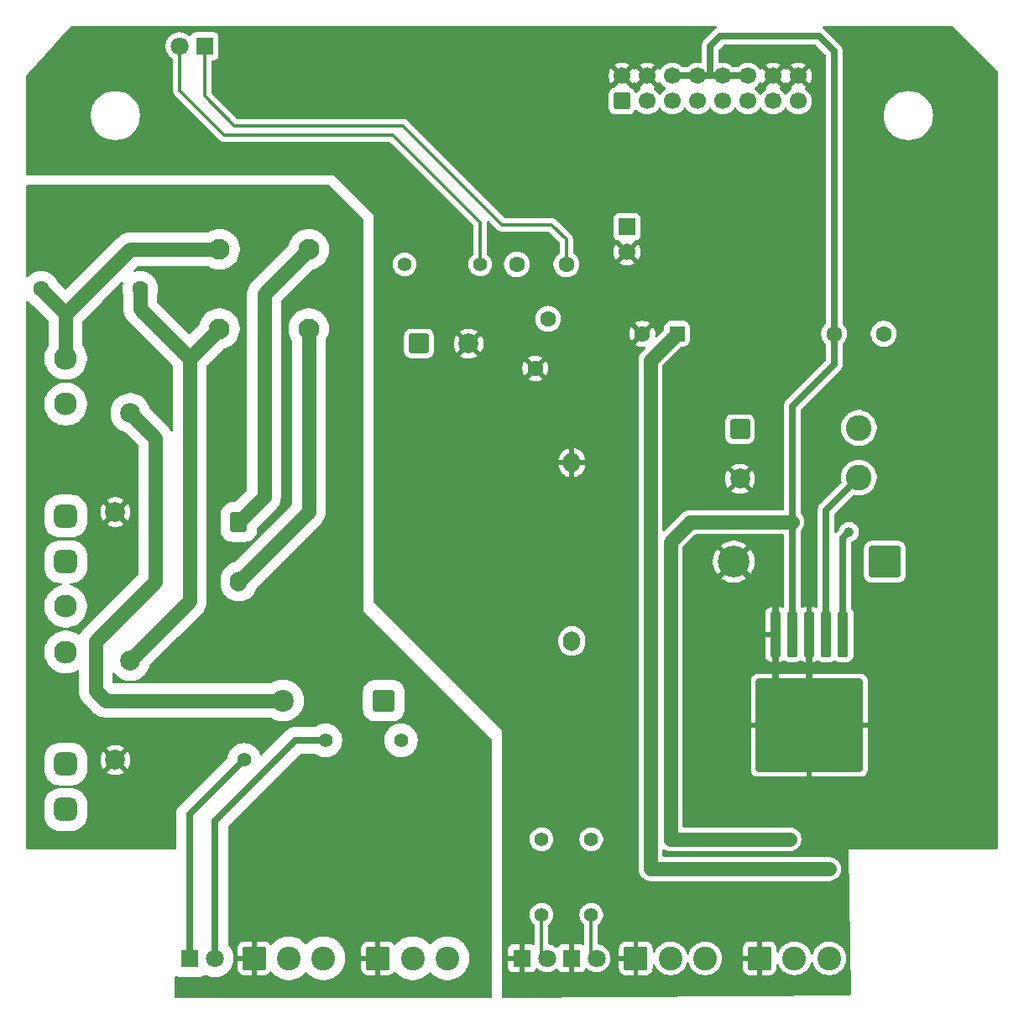
<source format=gbr>
%TF.GenerationSoftware,KiCad,Pcbnew,9.0.7*%
%TF.CreationDate,2026-02-03T14:25:51+01:00*%
%TF.ProjectId,lokho2-base,6c6f6b68-6f32-42d6-9261-73652e6b6963,rev?*%
%TF.SameCoordinates,Original*%
%TF.FileFunction,Copper,L1,Top*%
%TF.FilePolarity,Positive*%
%FSLAX46Y46*%
G04 Gerber Fmt 4.6, Leading zero omitted, Abs format (unit mm)*
G04 Created by KiCad (PCBNEW 9.0.7) date 2026-02-03 14:25:51*
%MOMM*%
%LPD*%
G01*
G04 APERTURE LIST*
G04 Aperture macros list*
%AMRoundRect*
0 Rectangle with rounded corners*
0 $1 Rounding radius*
0 $2 $3 $4 $5 $6 $7 $8 $9 X,Y pos of 4 corners*
0 Add a 4 corners polygon primitive as box body*
4,1,4,$2,$3,$4,$5,$6,$7,$8,$9,$2,$3,0*
0 Add four circle primitives for the rounded corners*
1,1,$1+$1,$2,$3*
1,1,$1+$1,$4,$5*
1,1,$1+$1,$6,$7*
1,1,$1+$1,$8,$9*
0 Add four rect primitives between the rounded corners*
20,1,$1+$1,$2,$3,$4,$5,0*
20,1,$1+$1,$4,$5,$6,$7,0*
20,1,$1+$1,$6,$7,$8,$9,0*
20,1,$1+$1,$8,$9,$2,$3,0*%
G04 Aperture macros list end*
%TA.AperFunction,Conductor*%
%ADD10C,2.000000*%
%TD*%
%TA.AperFunction,ComponentPad*%
%ADD11RoundRect,0.575000X0.575000X-0.575000X0.575000X0.575000X-0.575000X0.575000X-0.575000X-0.575000X0*%
%TD*%
%TA.AperFunction,ComponentPad*%
%ADD12C,2.300000*%
%TD*%
%TA.AperFunction,ComponentPad*%
%ADD13C,1.600000*%
%TD*%
%TA.AperFunction,ComponentPad*%
%ADD14RoundRect,0.250001X-0.949999X-0.949999X0.949999X-0.949999X0.949999X0.949999X-0.949999X0.949999X0*%
%TD*%
%TA.AperFunction,ComponentPad*%
%ADD15C,2.400000*%
%TD*%
%TA.AperFunction,ComponentPad*%
%ADD16C,2.000000*%
%TD*%
%TA.AperFunction,ComponentPad*%
%ADD17R,1.800000X1.800000*%
%TD*%
%TA.AperFunction,ComponentPad*%
%ADD18C,1.800000*%
%TD*%
%TA.AperFunction,ComponentPad*%
%ADD19C,1.400000*%
%TD*%
%TA.AperFunction,ComponentPad*%
%ADD20RoundRect,0.250000X-0.600000X-0.750000X0.600000X-0.750000X0.600000X0.750000X-0.600000X0.750000X0*%
%TD*%
%TA.AperFunction,ComponentPad*%
%ADD21O,1.700000X2.000000*%
%TD*%
%TA.AperFunction,ComponentPad*%
%ADD22R,1.700000X1.700000*%
%TD*%
%TA.AperFunction,ComponentPad*%
%ADD23C,1.700000*%
%TD*%
%TA.AperFunction,SMDPad,CuDef*%
%ADD24RoundRect,0.250000X-0.300000X2.050000X-0.300000X-2.050000X0.300000X-2.050000X0.300000X2.050000X0*%
%TD*%
%TA.AperFunction,SMDPad,CuDef*%
%ADD25RoundRect,0.250002X-5.149998X4.449998X-5.149998X-4.449998X5.149998X-4.449998X5.149998X4.449998X0*%
%TD*%
%TA.AperFunction,ComponentPad*%
%ADD26RoundRect,0.249999X0.850001X0.850001X-0.850001X0.850001X-0.850001X-0.850001X0.850001X-0.850001X0*%
%TD*%
%TA.AperFunction,ComponentPad*%
%ADD27C,2.200000*%
%TD*%
%TA.AperFunction,ComponentPad*%
%ADD28RoundRect,0.250000X0.550000X0.550000X-0.550000X0.550000X-0.550000X-0.550000X0.550000X-0.550000X0*%
%TD*%
%TA.AperFunction,ComponentPad*%
%ADD29RoundRect,0.250000X1.350000X1.350000X-1.350000X1.350000X-1.350000X-1.350000X1.350000X-1.350000X0*%
%TD*%
%TA.AperFunction,ComponentPad*%
%ADD30C,3.200000*%
%TD*%
%TA.AperFunction,ComponentPad*%
%ADD31C,2.600000*%
%TD*%
%TA.AperFunction,ComponentPad*%
%ADD32RoundRect,0.250000X-0.750000X0.750000X-0.750000X-0.750000X0.750000X-0.750000X0.750000X0.750000X0*%
%TD*%
%TA.AperFunction,ComponentPad*%
%ADD33RoundRect,0.250000X-0.750000X-0.750000X0.750000X-0.750000X0.750000X0.750000X-0.750000X0.750000X0*%
%TD*%
%TA.AperFunction,ComponentPad*%
%ADD34RoundRect,0.250000X0.600000X-0.600000X0.600000X0.600000X-0.600000X0.600000X-0.600000X-0.600000X0*%
%TD*%
%TA.AperFunction,ComponentPad*%
%ADD35C,2.100000*%
%TD*%
%TA.AperFunction,ViaPad*%
%ADD36C,1.400000*%
%TD*%
%TA.AperFunction,ViaPad*%
%ADD37C,1.000000*%
%TD*%
%TA.AperFunction,Conductor*%
%ADD38C,1.400000*%
%TD*%
%TA.AperFunction,Conductor*%
%ADD39C,0.700000*%
%TD*%
%TA.AperFunction,Conductor*%
%ADD40C,0.350000*%
%TD*%
G04 APERTURE END LIST*
D10*
%TO.N,GND*%
X113500000Y-60000000D02*
G75*
G02*
X106500000Y-60000000I-3500000J0D01*
G01*
X106500000Y-60000000D02*
G75*
G02*
X113500000Y-60000000I3500000J0D01*
G01*
X193500000Y-60000000D02*
G75*
G02*
X186500000Y-60000000I-3500000J0D01*
G01*
X186500000Y-60000000D02*
G75*
G02*
X193500000Y-60000000I3500000J0D01*
G01*
%TD*%
D11*
%TO.P,F1,1*%
%TO.N,LINE*%
X105000000Y-105000000D03*
X105000000Y-100400000D03*
D12*
%TO.P,F1,2*%
%TO.N,LINE_P*%
X105000000Y-89100000D03*
X105000000Y-84500000D03*
%TD*%
D13*
%TO.P,C1,1*%
%TO.N,LINE_P*%
X102500000Y-77500000D03*
%TO.P,C1,2*%
%TO.N,NEUT_P*%
X112500000Y-77500000D03*
%TD*%
D14*
%TO.P,J4,1,Pin_1*%
%TO.N,GND*%
X175000000Y-145000000D03*
D15*
%TO.P,J4,2,Pin_2*%
%TO.N,+3V3*%
X178500000Y-145000000D03*
%TO.P,J4,3,Pin_3*%
%TO.N,+12V*%
X182000000Y-145000000D03*
%TD*%
D16*
%TO.P,RV2,1*%
%TO.N,NEUT_P*%
X111500000Y-115000000D03*
%TO.P,RV2,2*%
%TO.N,PE*%
X110000000Y-125000000D03*
%TD*%
D17*
%TO.P,D4,1,K*%
%TO.N,GND*%
X151000000Y-145000000D03*
D18*
%TO.P,D4,2,A*%
%TO.N,Net-(D4-A)*%
X153540000Y-145000000D03*
%TD*%
D14*
%TO.P,J3,1,Pin_1*%
%TO.N,GND*%
X162500000Y-145000000D03*
D15*
%TO.P,J3,2,Pin_2*%
%TO.N,+3V3*%
X166000000Y-145000000D03*
%TO.P,J3,3,Pin_3*%
%TO.N,+12V*%
X169500000Y-145000000D03*
%TD*%
D17*
%TO.P,D3,1,K*%
%TO.N,NEUT_P*%
X117500000Y-145000000D03*
D18*
%TO.P,D3,2,A*%
%TO.N,Net-(D3-A)*%
X120040000Y-145000000D03*
%TD*%
D13*
%TO.P,F3,1*%
%TO.N,+12V_PF*%
X150500000Y-75000000D03*
%TO.P,F3,2*%
%TO.N,+12V*%
X155500000Y-75000000D03*
%TD*%
D19*
%TO.P,R1,1*%
%TO.N,Net-(D2-K)*%
X138810000Y-123000000D03*
%TO.P,R1,2*%
%TO.N,Net-(D3-A)*%
X131190000Y-123000000D03*
%TD*%
D17*
%TO.P,D6,1,K*%
%TO.N,+12V*%
X119000000Y-53000000D03*
D18*
%TO.P,D6,2,A*%
%TO.N,Net-(D6-A)*%
X116460000Y-53000000D03*
%TD*%
D20*
%TO.P,PS1,1,AC/L*%
%TO.N,Net-(PS1-AC{slash}L)*%
X122452500Y-101000000D03*
D21*
%TO.P,PS1,2,AC/N*%
%TO.N,Net-(PS1-AC{slash}N)*%
X122452500Y-107000000D03*
%TO.P,PS1,3,-Vout*%
%TO.N,GND*%
X156052500Y-95000000D03*
%TO.P,PS1,4,+Vout*%
%TO.N,+12V_PF*%
X156052500Y-113000000D03*
%TD*%
D22*
%TO.P,J5,1,Pin_1*%
%TO.N,+12V*%
X161615000Y-71225000D03*
D23*
%TO.P,J5,2,Pin_2*%
%TO.N,GND*%
X161615000Y-73765000D03*
%TD*%
D13*
%TO.P,F4,1*%
%TO.N,Net-(C4-Pad1)*%
X187500000Y-82000000D03*
%TO.P,F4,2*%
%TO.N,+3V3*%
X182500000Y-82000000D03*
%TD*%
D19*
%TO.P,R3,1*%
%TO.N,+3V3*%
X158000000Y-133000000D03*
%TO.P,R3,2*%
%TO.N,Net-(D5-A)*%
X158000000Y-140620000D03*
%TD*%
%TO.P,R4,1*%
%TO.N,+12V_PF*%
X139190000Y-75000000D03*
%TO.P,R4,2*%
%TO.N,Net-(D6-A)*%
X146810000Y-75000000D03*
%TD*%
D24*
%TO.P,U1,1,VIN*%
%TO.N,+12V*%
X183400000Y-112350000D03*
%TO.P,U1,2,OUT*%
%TO.N,Net-(D1-K)*%
X181700000Y-112350000D03*
%TO.P,U1,3,GND*%
%TO.N,GND*%
X180000000Y-112350000D03*
D25*
X180000000Y-121500000D03*
D24*
%TO.P,U1,4,FB*%
%TO.N,+3V3*%
X178300000Y-112350000D03*
%TO.P,U1,5,~{ON}/OFF*%
%TO.N,GND*%
X176600000Y-112350000D03*
%TD*%
D26*
%TO.P,D2,1,K*%
%TO.N,Net-(D2-K)*%
X137080000Y-119000000D03*
D27*
%TO.P,D2,2,A*%
%TO.N,LINE_P*%
X126920000Y-119000000D03*
%TD*%
D28*
%TO.P,C3,1*%
%TO.N,+12V*%
X166652651Y-82000000D03*
D13*
%TO.P,C3,2*%
%TO.N,GND*%
X163152651Y-82000000D03*
%TD*%
D29*
%TO.P,D1,1,K*%
%TO.N,Net-(D1-K)*%
X187620000Y-105000000D03*
D30*
%TO.P,D1,2,A*%
%TO.N,GND*%
X172380000Y-105000000D03*
%TD*%
D13*
%TO.P,RV3,1*%
%TO.N,+12V*%
X153650000Y-80500000D03*
%TO.P,RV3,2*%
%TO.N,GND*%
X152350000Y-85500000D03*
%TD*%
D31*
%TO.P,L2,1,1*%
%TO.N,Net-(D1-K)*%
X185000000Y-96500000D03*
%TO.P,L2,2,2*%
%TO.N,Net-(C4-Pad1)*%
X185000000Y-91500000D03*
%TD*%
D11*
%TO.P,F2,1*%
%TO.N,NEUT*%
X105000000Y-130000000D03*
X105000000Y-125400000D03*
D12*
%TO.P,F2,2*%
%TO.N,NEUT_P*%
X105000000Y-114100000D03*
X105000000Y-109500000D03*
%TD*%
D14*
%TO.P,J1,1,Pin_1*%
%TO.N,PE*%
X124000000Y-145000000D03*
D15*
%TO.P,J1,2,Pin_2*%
%TO.N,NEUT*%
X127500000Y-145000000D03*
%TO.P,J1,3,Pin_3*%
%TO.N,LINE*%
X131000000Y-145000000D03*
%TD*%
D14*
%TO.P,J2,1,Pin_1*%
%TO.N,PE*%
X136500000Y-145000000D03*
D15*
%TO.P,J2,2,Pin_2*%
%TO.N,NEUT_P*%
X140000000Y-145000000D03*
%TO.P,J2,3,Pin_3*%
%TO.N,LINE_P*%
X143500000Y-145000000D03*
%TD*%
D19*
%TO.P,R2,1*%
%TO.N,+12V*%
X153000000Y-133000000D03*
%TO.P,R2,2*%
%TO.N,Net-(D4-A)*%
X153000000Y-140620000D03*
%TD*%
D32*
%TO.P,C4,1*%
%TO.N,Net-(C4-Pad1)*%
X173000000Y-91632323D03*
D16*
%TO.P,C4,2*%
%TO.N,GND*%
X173000000Y-96632323D03*
%TD*%
D33*
%TO.P,C2,1*%
%TO.N,+12V_PF*%
X140632323Y-83000000D03*
D16*
%TO.P,C2,2*%
%TO.N,GND*%
X145632323Y-83000000D03*
%TD*%
D34*
%TO.P,SPI1,1,Pin_1*%
%TO.N,SPI_MISO*%
X161110000Y-58540000D03*
D23*
%TO.P,SPI1,2,Pin_2*%
%TO.N,GND*%
X161110000Y-56000000D03*
%TO.P,SPI1,3,Pin_3*%
%TO.N,SPI_MOSI*%
X163650000Y-58540000D03*
%TO.P,SPI1,4,Pin_4*%
%TO.N,GND*%
X163650000Y-56000000D03*
%TO.P,SPI1,5,Pin_5*%
%TO.N,SPI_SCK*%
X166190000Y-58540000D03*
%TO.P,SPI1,6,Pin_6*%
%TO.N,+3V3*%
X166190000Y-56000000D03*
%TO.P,SPI1,7,Pin_7*%
%TO.N,SPI_S0*%
X168730000Y-58540000D03*
%TO.P,SPI1,8,Pin_8*%
%TO.N,+3V3*%
X168730000Y-56000000D03*
%TO.P,SPI1,9,Pin_9*%
%TO.N,SPI_S1*%
X171270000Y-58540000D03*
%TO.P,SPI1,10,Pin_10*%
%TO.N,+3V3*%
X171270000Y-56000000D03*
%TO.P,SPI1,11,Pin_11*%
%TO.N,SPI_S2*%
X173810000Y-58540000D03*
%TO.P,SPI1,12,Pin_12*%
%TO.N,+3V3*%
X173810000Y-56000000D03*
%TO.P,SPI1,13,Pin_13*%
%TO.N,SPI_S3*%
X176350000Y-58540000D03*
%TO.P,SPI1,14,Pin_14*%
%TO.N,GND*%
X176350000Y-56000000D03*
%TO.P,SPI1,15,Pin_15*%
%TO.N,GP*%
X178890000Y-58540000D03*
%TO.P,SPI1,16,Pin_16*%
%TO.N,GND*%
X178890000Y-56000000D03*
%TD*%
D17*
%TO.P,D5,1,K*%
%TO.N,GND*%
X156000000Y-145000000D03*
D18*
%TO.P,D5,2,A*%
%TO.N,Net-(D5-A)*%
X158540000Y-145000000D03*
%TD*%
D35*
%TO.P,L1,1,1*%
%TO.N,NEUT_P*%
X120500000Y-81500000D03*
%TO.P,L1,2,2*%
%TO.N,Net-(PS1-AC{slash}N)*%
X129500000Y-81500000D03*
%TO.P,L1,3,3*%
%TO.N,Net-(PS1-AC{slash}L)*%
X129500000Y-73500000D03*
%TO.P,L1,4,4*%
%TO.N,LINE_P*%
X120500000Y-73500000D03*
%TD*%
D16*
%TO.P,RV1,1*%
%TO.N,LINE_P*%
X111500000Y-90000000D03*
%TO.P,RV1,2*%
%TO.N,PE*%
X110000000Y-100000000D03*
%TD*%
D36*
%TO.N,LINE_P*%
X122000000Y-119000000D03*
%TO.N,NEUT_P*%
X117500000Y-109000000D03*
X123000000Y-125000000D03*
%TO.N,+12V*%
X182000000Y-136000000D03*
X169000000Y-136000000D03*
D37*
X184000000Y-102000000D03*
D36*
%TO.N,+3V3*%
X178000000Y-133000000D03*
X166000000Y-133000000D03*
%TD*%
D38*
%TO.N,LINE_P*%
X114000000Y-105000000D02*
X114000000Y-107000000D01*
X121000000Y-119000000D02*
X122000000Y-119000000D01*
X114000000Y-107000000D02*
X109000000Y-112000000D01*
X120000000Y-119000000D02*
X121000000Y-119000000D01*
X111500000Y-90000000D02*
X114000000Y-92500000D01*
X105000000Y-80000000D02*
X102500000Y-77500000D01*
X105000000Y-80000000D02*
X111500000Y-73500000D01*
X109000000Y-119000000D02*
X120000000Y-119000000D01*
X109000000Y-112000000D02*
X108000000Y-113000000D01*
X111500000Y-73500000D02*
X120500000Y-73500000D01*
X108000000Y-118000000D02*
X109000000Y-119000000D01*
X105000000Y-84500000D02*
X105000000Y-80000000D01*
X122000000Y-119000000D02*
X126920000Y-119000000D01*
X108000000Y-113000000D02*
X108000000Y-118000000D01*
X114000000Y-92500000D02*
X114000000Y-105000000D01*
D39*
%TO.N,NEUT_P*%
X117500000Y-130500000D02*
X123000000Y-125000000D01*
D38*
X117500000Y-84500000D02*
X112500000Y-79500000D01*
X120500000Y-81500000D02*
X117500000Y-84500000D01*
X111500000Y-115000000D02*
X115000000Y-111500000D01*
D39*
X117500000Y-145000000D02*
X117500000Y-130500000D01*
D38*
X112500000Y-79500000D02*
X112500000Y-77500000D01*
X117500000Y-84500000D02*
X117500000Y-109000000D01*
X117500000Y-109000000D02*
X115000000Y-111500000D01*
D39*
%TO.N,GND*%
X176600000Y-112350000D02*
X176600000Y-109220000D01*
X176600000Y-118100000D02*
X180000000Y-121500000D01*
X176600000Y-109220000D02*
X172380000Y-105000000D01*
X180000000Y-112350000D02*
X180000000Y-121500000D01*
X176600000Y-112350000D02*
X176600000Y-118100000D01*
D40*
%TO.N,+12V*%
X119000000Y-58000000D02*
X122000000Y-61000000D01*
X154000000Y-71000000D02*
X155500000Y-72500000D01*
D38*
X164000000Y-84652651D02*
X166652651Y-82000000D01*
D40*
X122000000Y-61000000D02*
X139000000Y-61000000D01*
D38*
X169000000Y-136000000D02*
X182000000Y-136000000D01*
X164000000Y-136000000D02*
X169000000Y-136000000D01*
X164000000Y-122000000D02*
X164000000Y-84652651D01*
D40*
X155500000Y-72500000D02*
X155500000Y-75000000D01*
D38*
X164000000Y-122000000D02*
X164000000Y-136000000D01*
D40*
X139000000Y-61000000D02*
X149000000Y-71000000D01*
X119000000Y-53000000D02*
X119000000Y-58000000D01*
D39*
X183400000Y-112350000D02*
X183400000Y-102600000D01*
X183400000Y-102600000D02*
X184000000Y-102000000D01*
D40*
X149000000Y-71000000D02*
X154000000Y-71000000D01*
D39*
%TO.N,Net-(D1-K)*%
X181700000Y-99800000D02*
X185000000Y-96500000D01*
X181700000Y-112350000D02*
X181700000Y-99800000D01*
%TO.N,Net-(D3-A)*%
X128190000Y-123000000D02*
X131190000Y-123000000D01*
X120040000Y-131150000D02*
X128190000Y-123000000D01*
X120040000Y-145000000D02*
X120040000Y-131150000D01*
D40*
%TO.N,Net-(D4-A)*%
X153000000Y-144460000D02*
X153540000Y-145000000D01*
X153000000Y-140620000D02*
X153000000Y-144460000D01*
%TO.N,Net-(D5-A)*%
X158000000Y-140620000D02*
X158000000Y-144460000D01*
X158000000Y-144460000D02*
X158540000Y-145000000D01*
D39*
%TO.N,+3V3*%
X182500000Y-82000000D02*
X182500000Y-53500000D01*
X166190000Y-56000000D02*
X170000000Y-56000000D01*
X178300000Y-112350000D02*
X178300000Y-101000000D01*
X181000000Y-52000000D02*
X171000000Y-52000000D01*
X182500000Y-85100000D02*
X182500000Y-82000000D01*
X170000000Y-53000000D02*
X170000000Y-56000000D01*
D38*
X166000000Y-133000000D02*
X178000000Y-133000000D01*
D39*
X170000000Y-56000000D02*
X173810000Y-56000000D01*
D38*
X166000000Y-125000000D02*
X166000000Y-133000000D01*
D39*
X178300000Y-101000000D02*
X178300000Y-89300000D01*
X182500000Y-53500000D02*
X181000000Y-52000000D01*
X171000000Y-52000000D02*
X170000000Y-53000000D01*
X178300000Y-89300000D02*
X182500000Y-85100000D01*
D38*
X166000000Y-103000000D02*
X168000000Y-101000000D01*
X168000000Y-101000000D02*
X178300000Y-101000000D01*
X166000000Y-125000000D02*
X166000000Y-103000000D01*
%TO.N,Net-(PS1-AC{slash}L)*%
X129500000Y-73500000D02*
X125000000Y-78000000D01*
X125000000Y-78000000D02*
X125000000Y-98452500D01*
X125000000Y-98452500D02*
X122452500Y-101000000D01*
%TO.N,Net-(PS1-AC{slash}N)*%
X129500000Y-99952500D02*
X122452500Y-107000000D01*
X129500000Y-81500000D02*
X129500000Y-99952500D01*
D40*
%TO.N,Net-(D6-A)*%
X121000000Y-62000000D02*
X116460000Y-57460000D01*
X138000000Y-62000000D02*
X121000000Y-62000000D01*
X146810000Y-75000000D02*
X146810000Y-70810000D01*
X146810000Y-70810000D02*
X138000000Y-62000000D01*
X116460000Y-57460000D02*
X116460000Y-53000000D01*
%TD*%
%TA.AperFunction,Conductor*%
%TO.N,GND*%
G36*
X170579171Y-51003174D02*
G01*
X170590377Y-51001970D01*
X170612098Y-51012843D01*
X170635398Y-51019685D01*
X170642776Y-51028200D01*
X170652856Y-51033246D01*
X170665250Y-51054136D01*
X170681153Y-51072489D01*
X170682756Y-51083643D01*
X170688507Y-51093335D01*
X170687640Y-51117605D01*
X170691097Y-51141647D01*
X170686415Y-51151898D01*
X170686013Y-51163160D01*
X170672162Y-51183108D01*
X170662072Y-51205203D01*
X170651556Y-51212785D01*
X170646164Y-51220552D01*
X170615811Y-51238561D01*
X170597143Y-51246292D01*
X170597131Y-51246299D01*
X170457838Y-51339372D01*
X170457834Y-51339375D01*
X169339375Y-52457834D01*
X169339372Y-52457838D01*
X169246297Y-52597133D01*
X169246296Y-52597136D01*
X169215267Y-52672048D01*
X169215267Y-52672049D01*
X169182184Y-52751917D01*
X169182182Y-52751925D01*
X169149500Y-52916228D01*
X169149500Y-54553923D01*
X169129815Y-54620962D01*
X169077011Y-54666717D01*
X169007853Y-54676661D01*
X169006102Y-54676396D01*
X168902966Y-54660061D01*
X168836287Y-54649500D01*
X168623713Y-54649500D01*
X168575042Y-54657208D01*
X168413760Y-54682753D01*
X168211585Y-54748444D01*
X168022179Y-54844951D01*
X167850213Y-54969890D01*
X167850209Y-54969894D01*
X167706923Y-55113181D01*
X167645600Y-55146666D01*
X167619242Y-55149500D01*
X167300758Y-55149500D01*
X167233719Y-55129815D01*
X167213077Y-55113181D01*
X167069786Y-54969890D01*
X166897820Y-54844951D01*
X166708414Y-54748444D01*
X166708413Y-54748443D01*
X166708412Y-54748443D01*
X166506243Y-54682754D01*
X166506241Y-54682753D01*
X166506240Y-54682753D01*
X166344957Y-54657208D01*
X166296287Y-54649500D01*
X166083713Y-54649500D01*
X166035042Y-54657208D01*
X165873760Y-54682753D01*
X165671585Y-54748444D01*
X165482179Y-54844951D01*
X165310213Y-54969890D01*
X165159890Y-55120213D01*
X165034949Y-55292182D01*
X165030202Y-55301499D01*
X164982227Y-55352293D01*
X164914405Y-55369087D01*
X164848271Y-55346548D01*
X164809234Y-55301495D01*
X164804626Y-55292452D01*
X164765270Y-55238282D01*
X164765269Y-55238282D01*
X164132962Y-55870590D01*
X164115925Y-55807007D01*
X164050099Y-55692993D01*
X163957007Y-55599901D01*
X163842993Y-55534075D01*
X163779409Y-55517037D01*
X164411716Y-54884728D01*
X164357550Y-54845375D01*
X164168217Y-54748904D01*
X163966129Y-54683242D01*
X163756246Y-54650000D01*
X163543754Y-54650000D01*
X163333872Y-54683242D01*
X163333869Y-54683242D01*
X163131782Y-54748904D01*
X162942439Y-54845380D01*
X162888282Y-54884727D01*
X162888282Y-54884728D01*
X163520591Y-55517037D01*
X163457007Y-55534075D01*
X163342993Y-55599901D01*
X163249901Y-55692993D01*
X163184075Y-55807007D01*
X163167037Y-55870591D01*
X162534728Y-55238282D01*
X162534727Y-55238282D01*
X162495380Y-55292440D01*
X162490483Y-55302051D01*
X162442506Y-55352845D01*
X162374684Y-55369638D01*
X162308550Y-55347098D01*
X162269516Y-55302048D01*
X162264626Y-55292452D01*
X162225270Y-55238282D01*
X162225269Y-55238282D01*
X161592962Y-55870590D01*
X161575925Y-55807007D01*
X161510099Y-55692993D01*
X161417007Y-55599901D01*
X161302993Y-55534075D01*
X161239409Y-55517037D01*
X161871716Y-54884728D01*
X161817550Y-54845375D01*
X161628217Y-54748904D01*
X161426129Y-54683242D01*
X161216246Y-54650000D01*
X161003754Y-54650000D01*
X160793872Y-54683242D01*
X160793869Y-54683242D01*
X160591782Y-54748904D01*
X160402439Y-54845380D01*
X160348282Y-54884727D01*
X160348282Y-54884728D01*
X160980591Y-55517037D01*
X160917007Y-55534075D01*
X160802993Y-55599901D01*
X160709901Y-55692993D01*
X160644075Y-55807007D01*
X160627037Y-55870591D01*
X159994728Y-55238282D01*
X159994727Y-55238282D01*
X159955380Y-55292439D01*
X159858904Y-55481782D01*
X159793242Y-55683869D01*
X159793242Y-55683872D01*
X159760000Y-55893753D01*
X159760000Y-56106246D01*
X159793242Y-56316127D01*
X159793242Y-56316130D01*
X159858904Y-56518217D01*
X159955375Y-56707550D01*
X159994728Y-56761716D01*
X160627037Y-56129408D01*
X160644075Y-56192993D01*
X160709901Y-56307007D01*
X160802993Y-56400099D01*
X160917007Y-56465925D01*
X160980590Y-56482962D01*
X160344110Y-57119441D01*
X160333020Y-57172235D01*
X160283969Y-57221992D01*
X160262773Y-57231291D01*
X160201618Y-57251557D01*
X160190666Y-57255186D01*
X160190663Y-57255187D01*
X160041342Y-57347289D01*
X159917289Y-57471342D01*
X159825187Y-57620663D01*
X159825185Y-57620668D01*
X159813137Y-57657028D01*
X159770001Y-57787203D01*
X159770001Y-57787204D01*
X159770000Y-57787204D01*
X159759500Y-57889983D01*
X159759500Y-59190001D01*
X159759501Y-59190018D01*
X159770000Y-59292796D01*
X159770001Y-59292799D01*
X159793763Y-59364507D01*
X159825186Y-59459334D01*
X159917288Y-59608656D01*
X160041344Y-59732712D01*
X160190666Y-59824814D01*
X160357203Y-59879999D01*
X160459991Y-59890500D01*
X161760008Y-59890499D01*
X161862797Y-59879999D01*
X162029334Y-59824814D01*
X162178656Y-59732712D01*
X162302712Y-59608656D01*
X162394814Y-59459334D01*
X162398312Y-59448775D01*
X162438082Y-59391332D01*
X162502598Y-59364507D01*
X162571374Y-59376821D01*
X162616334Y-59414891D01*
X162619890Y-59419785D01*
X162619894Y-59419790D01*
X162770213Y-59570109D01*
X162942179Y-59695048D01*
X162942181Y-59695049D01*
X162942184Y-59695051D01*
X163131588Y-59791557D01*
X163333757Y-59857246D01*
X163543713Y-59890500D01*
X163543714Y-59890500D01*
X163756286Y-59890500D01*
X163756287Y-59890500D01*
X163966243Y-59857246D01*
X164168412Y-59791557D01*
X164357816Y-59695051D01*
X164419894Y-59649949D01*
X164529786Y-59570109D01*
X164529788Y-59570106D01*
X164529792Y-59570104D01*
X164680104Y-59419792D01*
X164680106Y-59419788D01*
X164680109Y-59419786D01*
X164805048Y-59247820D01*
X164805047Y-59247820D01*
X164805051Y-59247816D01*
X164809514Y-59239054D01*
X164857488Y-59188259D01*
X164925308Y-59171463D01*
X164991444Y-59193999D01*
X165030486Y-59239056D01*
X165034951Y-59247820D01*
X165159890Y-59419786D01*
X165310213Y-59570109D01*
X165482179Y-59695048D01*
X165482181Y-59695049D01*
X165482184Y-59695051D01*
X165671588Y-59791557D01*
X165873757Y-59857246D01*
X166083713Y-59890500D01*
X166083714Y-59890500D01*
X166296286Y-59890500D01*
X166296287Y-59890500D01*
X166506243Y-59857246D01*
X166708412Y-59791557D01*
X166897816Y-59695051D01*
X166959894Y-59649949D01*
X167069786Y-59570109D01*
X167069788Y-59570106D01*
X167069792Y-59570104D01*
X167220104Y-59419792D01*
X167220106Y-59419788D01*
X167220109Y-59419786D01*
X167345048Y-59247820D01*
X167345047Y-59247820D01*
X167345051Y-59247816D01*
X167349514Y-59239054D01*
X167397488Y-59188259D01*
X167465308Y-59171463D01*
X167531444Y-59193999D01*
X167570486Y-59239056D01*
X167574951Y-59247820D01*
X167699890Y-59419786D01*
X167850213Y-59570109D01*
X168022179Y-59695048D01*
X168022181Y-59695049D01*
X168022184Y-59695051D01*
X168211588Y-59791557D01*
X168413757Y-59857246D01*
X168623713Y-59890500D01*
X168623714Y-59890500D01*
X168836286Y-59890500D01*
X168836287Y-59890500D01*
X169046243Y-59857246D01*
X169248412Y-59791557D01*
X169437816Y-59695051D01*
X169499894Y-59649949D01*
X169609786Y-59570109D01*
X169609788Y-59570106D01*
X169609792Y-59570104D01*
X169760104Y-59419792D01*
X169760106Y-59419788D01*
X169760109Y-59419786D01*
X169885048Y-59247820D01*
X169885047Y-59247820D01*
X169885051Y-59247816D01*
X169889514Y-59239054D01*
X169937488Y-59188259D01*
X170005308Y-59171463D01*
X170071444Y-59193999D01*
X170110486Y-59239056D01*
X170114951Y-59247820D01*
X170239890Y-59419786D01*
X170390213Y-59570109D01*
X170562179Y-59695048D01*
X170562181Y-59695049D01*
X170562184Y-59695051D01*
X170751588Y-59791557D01*
X170953757Y-59857246D01*
X171163713Y-59890500D01*
X171163714Y-59890500D01*
X171376286Y-59890500D01*
X171376287Y-59890500D01*
X171586243Y-59857246D01*
X171788412Y-59791557D01*
X171977816Y-59695051D01*
X172039894Y-59649949D01*
X172149786Y-59570109D01*
X172149788Y-59570106D01*
X172149792Y-59570104D01*
X172300104Y-59419792D01*
X172300106Y-59419788D01*
X172300109Y-59419786D01*
X172425048Y-59247820D01*
X172425047Y-59247820D01*
X172425051Y-59247816D01*
X172429514Y-59239054D01*
X172477488Y-59188259D01*
X172545308Y-59171463D01*
X172611444Y-59193999D01*
X172650486Y-59239056D01*
X172654951Y-59247820D01*
X172779890Y-59419786D01*
X172930213Y-59570109D01*
X173102179Y-59695048D01*
X173102181Y-59695049D01*
X173102184Y-59695051D01*
X173291588Y-59791557D01*
X173493757Y-59857246D01*
X173703713Y-59890500D01*
X173703714Y-59890500D01*
X173916286Y-59890500D01*
X173916287Y-59890500D01*
X174126243Y-59857246D01*
X174328412Y-59791557D01*
X174517816Y-59695051D01*
X174579894Y-59649949D01*
X174689786Y-59570109D01*
X174689788Y-59570106D01*
X174689792Y-59570104D01*
X174840104Y-59419792D01*
X174840106Y-59419788D01*
X174840109Y-59419786D01*
X174965048Y-59247820D01*
X174965047Y-59247820D01*
X174965051Y-59247816D01*
X174969514Y-59239054D01*
X175017488Y-59188259D01*
X175085308Y-59171463D01*
X175151444Y-59193999D01*
X175190486Y-59239056D01*
X175194951Y-59247820D01*
X175319890Y-59419786D01*
X175470213Y-59570109D01*
X175642179Y-59695048D01*
X175642181Y-59695049D01*
X175642184Y-59695051D01*
X175831588Y-59791557D01*
X176033757Y-59857246D01*
X176243713Y-59890500D01*
X176243714Y-59890500D01*
X176456286Y-59890500D01*
X176456287Y-59890500D01*
X176666243Y-59857246D01*
X176868412Y-59791557D01*
X177057816Y-59695051D01*
X177119894Y-59649949D01*
X177229786Y-59570109D01*
X177229788Y-59570106D01*
X177229792Y-59570104D01*
X177380104Y-59419792D01*
X177380106Y-59419788D01*
X177380109Y-59419786D01*
X177505048Y-59247820D01*
X177505047Y-59247820D01*
X177505051Y-59247816D01*
X177509514Y-59239054D01*
X177557488Y-59188259D01*
X177625308Y-59171463D01*
X177691444Y-59193999D01*
X177730486Y-59239056D01*
X177734951Y-59247820D01*
X177859890Y-59419786D01*
X178010213Y-59570109D01*
X178182179Y-59695048D01*
X178182181Y-59695049D01*
X178182184Y-59695051D01*
X178371588Y-59791557D01*
X178573757Y-59857246D01*
X178783713Y-59890500D01*
X178783714Y-59890500D01*
X178996286Y-59890500D01*
X178996287Y-59890500D01*
X179206243Y-59857246D01*
X179408412Y-59791557D01*
X179597816Y-59695051D01*
X179659894Y-59649949D01*
X179769786Y-59570109D01*
X179769788Y-59570106D01*
X179769792Y-59570104D01*
X179920104Y-59419792D01*
X179920106Y-59419788D01*
X179920109Y-59419786D01*
X180045048Y-59247820D01*
X180045047Y-59247820D01*
X180045051Y-59247816D01*
X180141557Y-59058412D01*
X180207246Y-58856243D01*
X180240500Y-58646287D01*
X180240500Y-58433713D01*
X180207246Y-58223757D01*
X180141557Y-58021588D01*
X180045051Y-57832184D01*
X180045049Y-57832181D01*
X180045048Y-57832179D01*
X179920109Y-57660213D01*
X179769786Y-57509890D01*
X179597817Y-57384949D01*
X179588504Y-57380204D01*
X179537707Y-57332230D01*
X179520912Y-57264409D01*
X179543449Y-57198274D01*
X179588507Y-57159232D01*
X179597555Y-57154622D01*
X179651716Y-57115270D01*
X179651717Y-57115270D01*
X179019408Y-56482962D01*
X179082993Y-56465925D01*
X179197007Y-56400099D01*
X179290099Y-56307007D01*
X179355925Y-56192993D01*
X179372962Y-56129409D01*
X180005270Y-56761717D01*
X180005270Y-56761716D01*
X180044622Y-56707554D01*
X180141095Y-56518217D01*
X180206757Y-56316130D01*
X180206757Y-56316127D01*
X180240000Y-56106246D01*
X180240000Y-55893753D01*
X180206757Y-55683872D01*
X180206757Y-55683869D01*
X180141095Y-55481782D01*
X180044624Y-55292449D01*
X180005270Y-55238282D01*
X180005269Y-55238282D01*
X179372962Y-55870590D01*
X179355925Y-55807007D01*
X179290099Y-55692993D01*
X179197007Y-55599901D01*
X179082993Y-55534075D01*
X179019409Y-55517037D01*
X179651716Y-54884728D01*
X179597550Y-54845375D01*
X179408217Y-54748904D01*
X179206129Y-54683242D01*
X178996246Y-54650000D01*
X178783754Y-54650000D01*
X178573872Y-54683242D01*
X178573869Y-54683242D01*
X178371782Y-54748904D01*
X178182439Y-54845380D01*
X178128282Y-54884727D01*
X178128282Y-54884728D01*
X178760591Y-55517037D01*
X178697007Y-55534075D01*
X178582993Y-55599901D01*
X178489901Y-55692993D01*
X178424075Y-55807007D01*
X178407037Y-55870591D01*
X177774728Y-55238282D01*
X177774727Y-55238282D01*
X177735380Y-55292440D01*
X177730483Y-55302051D01*
X177682506Y-55352845D01*
X177614684Y-55369638D01*
X177548550Y-55347098D01*
X177509516Y-55302048D01*
X177504626Y-55292452D01*
X177465270Y-55238282D01*
X177465269Y-55238282D01*
X176832962Y-55870590D01*
X176815925Y-55807007D01*
X176750099Y-55692993D01*
X176657007Y-55599901D01*
X176542993Y-55534075D01*
X176479409Y-55517037D01*
X177111716Y-54884728D01*
X177057550Y-54845375D01*
X176868217Y-54748904D01*
X176666129Y-54683242D01*
X176456246Y-54650000D01*
X176243754Y-54650000D01*
X176033872Y-54683242D01*
X176033869Y-54683242D01*
X175831782Y-54748904D01*
X175642439Y-54845380D01*
X175588282Y-54884727D01*
X175588282Y-54884728D01*
X176220591Y-55517037D01*
X176157007Y-55534075D01*
X176042993Y-55599901D01*
X175949901Y-55692993D01*
X175884075Y-55807007D01*
X175867037Y-55870591D01*
X175234728Y-55238282D01*
X175234727Y-55238282D01*
X175195380Y-55292440D01*
X175195376Y-55292446D01*
X175190760Y-55301505D01*
X175142781Y-55352297D01*
X175074959Y-55369087D01*
X175008826Y-55346543D01*
X174969794Y-55301493D01*
X174965051Y-55292184D01*
X174965049Y-55292181D01*
X174965048Y-55292179D01*
X174840109Y-55120213D01*
X174689786Y-54969890D01*
X174517820Y-54844951D01*
X174328414Y-54748444D01*
X174328413Y-54748443D01*
X174328412Y-54748443D01*
X174126243Y-54682754D01*
X174126241Y-54682753D01*
X174126240Y-54682753D01*
X173964957Y-54657208D01*
X173916287Y-54649500D01*
X173703713Y-54649500D01*
X173655042Y-54657208D01*
X173493760Y-54682753D01*
X173291585Y-54748444D01*
X173102179Y-54844951D01*
X172930213Y-54969890D01*
X172930209Y-54969894D01*
X172786923Y-55113181D01*
X172725600Y-55146666D01*
X172699242Y-55149500D01*
X172380758Y-55149500D01*
X172313719Y-55129815D01*
X172293077Y-55113181D01*
X172149786Y-54969890D01*
X171977820Y-54844951D01*
X171788414Y-54748444D01*
X171788413Y-54748443D01*
X171788412Y-54748443D01*
X171586243Y-54682754D01*
X171586241Y-54682753D01*
X171586240Y-54682753D01*
X171424957Y-54657208D01*
X171376287Y-54649500D01*
X171163713Y-54649500D01*
X171097033Y-54660061D01*
X170993898Y-54676396D01*
X170924604Y-54667441D01*
X170871152Y-54622445D01*
X170850513Y-54555694D01*
X170850500Y-54553923D01*
X170850500Y-53403651D01*
X170870185Y-53336612D01*
X170886819Y-53315970D01*
X171315970Y-52886819D01*
X171377293Y-52853334D01*
X171403651Y-52850500D01*
X180596349Y-52850500D01*
X180663388Y-52870185D01*
X180684030Y-52886819D01*
X181613181Y-53815969D01*
X181646666Y-53877292D01*
X181649500Y-53903650D01*
X181649500Y-80959953D01*
X181629815Y-81026992D01*
X181613181Y-81047634D01*
X181508032Y-81152782D01*
X181508028Y-81152786D01*
X181387715Y-81318386D01*
X181294781Y-81500776D01*
X181231522Y-81695465D01*
X181199500Y-81897648D01*
X181199500Y-82102351D01*
X181231522Y-82304534D01*
X181294781Y-82499223D01*
X181346080Y-82599901D01*
X181387585Y-82681359D01*
X181387715Y-82681613D01*
X181508028Y-82847213D01*
X181613181Y-82952366D01*
X181646666Y-83013689D01*
X181649500Y-83040047D01*
X181649500Y-84696348D01*
X181629815Y-84763387D01*
X181613181Y-84784029D01*
X177639375Y-88757834D01*
X177639372Y-88757838D01*
X177546297Y-88897133D01*
X177546296Y-88897136D01*
X177516073Y-88970102D01*
X177516073Y-88970103D01*
X177482184Y-89051917D01*
X177482182Y-89051925D01*
X177449500Y-89216228D01*
X177449500Y-99675500D01*
X177429815Y-99742539D01*
X177377011Y-99788294D01*
X177325500Y-99799500D01*
X167905513Y-99799500D01*
X167718885Y-99829059D01*
X167539165Y-99887454D01*
X167370800Y-99973240D01*
X167217923Y-100084312D01*
X165412181Y-101890055D01*
X165350858Y-101923540D01*
X165281166Y-101918556D01*
X165225233Y-101876684D01*
X165200816Y-101811220D01*
X165200500Y-101802374D01*
X165200500Y-96514270D01*
X171500000Y-96514270D01*
X171500000Y-96750375D01*
X171536934Y-96983570D01*
X171609897Y-97208125D01*
X171717087Y-97418497D01*
X171777338Y-97501427D01*
X171777340Y-97501428D01*
X172517037Y-96761731D01*
X172534075Y-96825316D01*
X172599901Y-96939330D01*
X172692993Y-97032422D01*
X172807007Y-97098248D01*
X172870590Y-97115285D01*
X172130893Y-97854981D01*
X172213828Y-97915237D01*
X172424197Y-98022425D01*
X172648752Y-98095388D01*
X172648751Y-98095388D01*
X172881948Y-98132323D01*
X173118052Y-98132323D01*
X173351247Y-98095388D01*
X173575802Y-98022425D01*
X173786163Y-97915241D01*
X173786169Y-97915237D01*
X173869104Y-97854981D01*
X173869105Y-97854981D01*
X173129408Y-97115285D01*
X173192993Y-97098248D01*
X173307007Y-97032422D01*
X173400099Y-96939330D01*
X173465925Y-96825316D01*
X173482962Y-96761731D01*
X174222658Y-97501428D01*
X174222658Y-97501427D01*
X174282914Y-97418492D01*
X174282918Y-97418486D01*
X174390102Y-97208125D01*
X174463065Y-96983570D01*
X174500000Y-96750375D01*
X174500000Y-96514270D01*
X174463065Y-96281075D01*
X174390102Y-96056520D01*
X174282914Y-95846151D01*
X174222658Y-95763217D01*
X174222658Y-95763216D01*
X173482962Y-96502913D01*
X173465925Y-96439330D01*
X173400099Y-96325316D01*
X173307007Y-96232224D01*
X173192993Y-96166398D01*
X173129409Y-96149360D01*
X173869105Y-95409663D01*
X173869104Y-95409661D01*
X173786174Y-95349410D01*
X173575802Y-95242220D01*
X173351247Y-95169257D01*
X173351248Y-95169257D01*
X173118052Y-95132323D01*
X172881948Y-95132323D01*
X172648752Y-95169257D01*
X172424197Y-95242220D01*
X172213830Y-95349407D01*
X172130894Y-95409663D01*
X172870591Y-96149360D01*
X172807007Y-96166398D01*
X172692993Y-96232224D01*
X172599901Y-96325316D01*
X172534075Y-96439330D01*
X172517037Y-96502914D01*
X171777340Y-95763217D01*
X171717084Y-95846153D01*
X171609897Y-96056520D01*
X171536934Y-96281075D01*
X171500000Y-96514270D01*
X165200500Y-96514270D01*
X165200500Y-90832306D01*
X171499500Y-90832306D01*
X171499500Y-92432324D01*
X171499501Y-92432341D01*
X171510000Y-92535119D01*
X171510001Y-92535122D01*
X171561225Y-92689704D01*
X171565186Y-92701657D01*
X171657288Y-92850979D01*
X171781344Y-92975035D01*
X171930666Y-93067137D01*
X172097203Y-93122322D01*
X172199991Y-93132823D01*
X173800008Y-93132822D01*
X173902797Y-93122322D01*
X174069334Y-93067137D01*
X174218656Y-92975035D01*
X174342712Y-92850979D01*
X174434814Y-92701657D01*
X174489999Y-92535120D01*
X174500500Y-92432332D01*
X174500499Y-90832315D01*
X174489999Y-90729526D01*
X174434814Y-90562989D01*
X174342712Y-90413667D01*
X174218656Y-90289611D01*
X174069334Y-90197509D01*
X173902797Y-90142324D01*
X173902795Y-90142323D01*
X173800010Y-90131823D01*
X172199998Y-90131823D01*
X172199981Y-90131824D01*
X172097203Y-90142323D01*
X172097200Y-90142324D01*
X171930668Y-90197508D01*
X171930663Y-90197510D01*
X171781342Y-90289612D01*
X171657289Y-90413665D01*
X171565187Y-90562986D01*
X171565186Y-90562989D01*
X171510001Y-90729526D01*
X171510001Y-90729527D01*
X171510000Y-90729527D01*
X171499500Y-90832306D01*
X165200500Y-90832306D01*
X165200500Y-85201276D01*
X165220185Y-85134237D01*
X165236814Y-85113600D01*
X167013596Y-83336817D01*
X167074919Y-83303333D01*
X167101277Y-83300499D01*
X167252653Y-83300499D01*
X167252659Y-83300499D01*
X167355448Y-83289999D01*
X167521985Y-83234814D01*
X167671307Y-83142712D01*
X167795363Y-83018656D01*
X167887465Y-82869334D01*
X167942650Y-82702797D01*
X167953151Y-82600009D01*
X167953150Y-81399992D01*
X167942650Y-81297203D01*
X167887465Y-81130666D01*
X167795363Y-80981344D01*
X167671307Y-80857288D01*
X167521985Y-80765186D01*
X167355448Y-80710001D01*
X167355446Y-80710000D01*
X167252661Y-80699500D01*
X166052649Y-80699500D01*
X166052632Y-80699501D01*
X165949854Y-80710000D01*
X165949851Y-80710001D01*
X165783319Y-80765185D01*
X165783314Y-80765187D01*
X165633993Y-80857289D01*
X165509940Y-80981342D01*
X165417838Y-81130663D01*
X165417837Y-81130666D01*
X165362652Y-81297203D01*
X165362652Y-81297204D01*
X165362651Y-81297204D01*
X165352151Y-81399983D01*
X165352151Y-81551372D01*
X165332466Y-81618411D01*
X165315832Y-81639053D01*
X164647244Y-82307640D01*
X164585921Y-82341125D01*
X164516229Y-82336141D01*
X164460296Y-82294269D01*
X164435879Y-82228805D01*
X164437090Y-82200560D01*
X164452651Y-82102316D01*
X164452651Y-81897682D01*
X164420641Y-81695582D01*
X164357406Y-81500968D01*
X164264510Y-81318650D01*
X164232125Y-81274077D01*
X164232125Y-81274076D01*
X163552651Y-81953553D01*
X163552651Y-81947339D01*
X163525392Y-81845606D01*
X163472731Y-81754394D01*
X163398257Y-81679920D01*
X163307045Y-81627259D01*
X163205312Y-81600000D01*
X163199097Y-81600000D01*
X163878573Y-80920524D01*
X163878572Y-80920523D01*
X163834010Y-80888147D01*
X163834001Y-80888141D01*
X163651682Y-80795244D01*
X163457068Y-80732009D01*
X163254968Y-80700000D01*
X163050334Y-80700000D01*
X162848233Y-80732009D01*
X162653619Y-80795244D01*
X162471295Y-80888143D01*
X162426728Y-80920523D01*
X162426728Y-80920524D01*
X163106205Y-81600000D01*
X163099990Y-81600000D01*
X162998257Y-81627259D01*
X162907045Y-81679920D01*
X162832571Y-81754394D01*
X162779910Y-81845606D01*
X162752651Y-81947339D01*
X162752651Y-81953553D01*
X162073175Y-81274077D01*
X162073174Y-81274077D01*
X162040794Y-81318644D01*
X161947895Y-81500968D01*
X161884660Y-81695582D01*
X161852651Y-81897682D01*
X161852651Y-82102317D01*
X161884660Y-82304417D01*
X161947895Y-82499031D01*
X162040792Y-82681350D01*
X162040798Y-82681359D01*
X162073174Y-82725921D01*
X162073175Y-82725922D01*
X162752651Y-82046446D01*
X162752651Y-82052661D01*
X162779910Y-82154394D01*
X162832571Y-82245606D01*
X162907045Y-82320080D01*
X162998257Y-82372741D01*
X163099990Y-82400000D01*
X163106204Y-82400000D01*
X162426727Y-83079474D01*
X162471301Y-83111859D01*
X162653619Y-83204755D01*
X162848233Y-83267990D01*
X163050334Y-83300000D01*
X163254968Y-83300000D01*
X163353214Y-83284439D01*
X163422507Y-83293393D01*
X163475959Y-83338389D01*
X163496599Y-83405141D01*
X163477874Y-83472455D01*
X163460293Y-83494593D01*
X163084310Y-83870576D01*
X163060901Y-83902797D01*
X162989917Y-84000498D01*
X162989916Y-84000499D01*
X162973242Y-84023447D01*
X162973241Y-84023449D01*
X162887454Y-84191814D01*
X162829059Y-84371532D01*
X162799500Y-84558164D01*
X162799500Y-136094486D01*
X162829059Y-136281118D01*
X162887454Y-136460836D01*
X162973240Y-136629199D01*
X163084310Y-136782073D01*
X163217927Y-136915690D01*
X163370801Y-137026760D01*
X163450347Y-137067290D01*
X163539163Y-137112545D01*
X163539165Y-137112545D01*
X163539168Y-137112547D01*
X163635497Y-137143846D01*
X163718881Y-137170940D01*
X163905514Y-137200500D01*
X163905519Y-137200500D01*
X182094486Y-137200500D01*
X182281118Y-137170940D01*
X182460832Y-137112547D01*
X182629199Y-137026760D01*
X182782073Y-136915690D01*
X182915690Y-136782073D01*
X183026760Y-136629199D01*
X183112547Y-136460832D01*
X183170940Y-136281118D01*
X183200500Y-136094486D01*
X183200500Y-135905513D01*
X183170940Y-135718881D01*
X183112545Y-135539163D01*
X183026759Y-135370800D01*
X182915690Y-135217927D01*
X182782073Y-135084310D01*
X182629199Y-134973240D01*
X182460836Y-134887454D01*
X182281118Y-134829059D01*
X182094486Y-134799500D01*
X182094481Y-134799500D01*
X169094481Y-134799500D01*
X165324500Y-134799500D01*
X165257461Y-134779815D01*
X165211706Y-134727011D01*
X165200500Y-134675500D01*
X165200500Y-134142337D01*
X165220185Y-134075298D01*
X165272989Y-134029543D01*
X165342147Y-134019599D01*
X165380795Y-134031852D01*
X165539163Y-134112545D01*
X165539165Y-134112545D01*
X165539168Y-134112547D01*
X165630852Y-134142337D01*
X165718881Y-134170940D01*
X165905514Y-134200500D01*
X165905519Y-134200500D01*
X178094486Y-134200500D01*
X178281118Y-134170940D01*
X178460832Y-134112547D01*
X178629199Y-134026760D01*
X178782073Y-133915690D01*
X178915690Y-133782073D01*
X179026760Y-133629199D01*
X179112547Y-133460832D01*
X179170940Y-133281118D01*
X179200500Y-133094486D01*
X179200500Y-132905513D01*
X179170940Y-132718881D01*
X179112545Y-132539163D01*
X179026759Y-132370800D01*
X178915690Y-132217927D01*
X178782073Y-132084310D01*
X178629199Y-131973240D01*
X178460836Y-131887454D01*
X178281118Y-131829059D01*
X178094486Y-131799500D01*
X178094481Y-131799500D01*
X167324500Y-131799500D01*
X167257461Y-131779815D01*
X167211706Y-131727011D01*
X167200500Y-131675500D01*
X167200500Y-125999984D01*
X174100001Y-125999984D01*
X174110494Y-126102695D01*
X174165641Y-126269117D01*
X174165643Y-126269122D01*
X174257684Y-126418344D01*
X174381655Y-126542315D01*
X174530877Y-126634356D01*
X174530882Y-126634358D01*
X174697304Y-126689505D01*
X174697311Y-126689506D01*
X174800022Y-126699999D01*
X179750000Y-126699999D01*
X180250000Y-126699999D01*
X185199970Y-126699999D01*
X185199984Y-126699998D01*
X185302695Y-126689505D01*
X185469117Y-126634358D01*
X185469122Y-126634356D01*
X185618344Y-126542315D01*
X185742315Y-126418344D01*
X185834356Y-126269122D01*
X185834358Y-126269117D01*
X185889505Y-126102695D01*
X185889506Y-126102688D01*
X185899999Y-125999984D01*
X185900000Y-125999971D01*
X185900000Y-121750000D01*
X180250000Y-121750000D01*
X180250000Y-126699999D01*
X179750000Y-126699999D01*
X179750000Y-121750000D01*
X174100001Y-121750000D01*
X174100001Y-125999984D01*
X167200500Y-125999984D01*
X167200500Y-117000015D01*
X174100000Y-117000015D01*
X174100000Y-121250000D01*
X179750000Y-121250000D01*
X180250000Y-121250000D01*
X185899999Y-121250000D01*
X185899999Y-117000030D01*
X185899998Y-117000015D01*
X185889505Y-116897304D01*
X185834358Y-116730882D01*
X185834356Y-116730877D01*
X185742315Y-116581655D01*
X185618344Y-116457684D01*
X185469122Y-116365643D01*
X185469117Y-116365641D01*
X185302695Y-116310494D01*
X185302688Y-116310493D01*
X185199984Y-116300000D01*
X180250000Y-116300000D01*
X180250000Y-121250000D01*
X179750000Y-121250000D01*
X179750000Y-116300000D01*
X174800030Y-116300000D01*
X174800014Y-116300001D01*
X174697304Y-116310494D01*
X174530882Y-116365641D01*
X174530877Y-116365643D01*
X174381655Y-116457684D01*
X174257684Y-116581655D01*
X174165643Y-116730877D01*
X174165641Y-116730882D01*
X174110494Y-116897304D01*
X174110493Y-116897311D01*
X174100000Y-117000015D01*
X167200500Y-117000015D01*
X167200500Y-114449986D01*
X175550001Y-114449986D01*
X175560494Y-114552697D01*
X175615641Y-114719119D01*
X175615643Y-114719124D01*
X175707684Y-114868345D01*
X175831654Y-114992315D01*
X175980875Y-115084356D01*
X175980880Y-115084358D01*
X176147302Y-115139505D01*
X176147309Y-115139506D01*
X176250019Y-115149999D01*
X176350000Y-115149998D01*
X176350000Y-112600000D01*
X175550001Y-112600000D01*
X175550001Y-114449986D01*
X167200500Y-114449986D01*
X167200500Y-110250013D01*
X175550000Y-110250013D01*
X175550000Y-112100000D01*
X176350000Y-112100000D01*
X176350000Y-109549999D01*
X176250028Y-109550000D01*
X176250012Y-109550001D01*
X176147302Y-109560494D01*
X175980880Y-109615641D01*
X175980875Y-109615643D01*
X175831654Y-109707684D01*
X175707684Y-109831654D01*
X175615643Y-109980875D01*
X175615641Y-109980880D01*
X175560494Y-110147302D01*
X175560493Y-110147309D01*
X175550000Y-110250013D01*
X167200500Y-110250013D01*
X167200500Y-104862358D01*
X170280000Y-104862358D01*
X170280000Y-105137641D01*
X170315930Y-105410565D01*
X170387180Y-105676471D01*
X170492520Y-105930787D01*
X170492527Y-105930802D01*
X170630163Y-106169196D01*
X170728758Y-106297686D01*
X171664152Y-105362292D01*
X171671049Y-105378942D01*
X171758599Y-105509970D01*
X171870030Y-105621401D01*
X172001058Y-105708951D01*
X172017706Y-105715847D01*
X171082312Y-106651240D01*
X171210804Y-106749836D01*
X171449197Y-106887472D01*
X171449212Y-106887479D01*
X171703528Y-106992819D01*
X171969434Y-107064069D01*
X172242358Y-107100000D01*
X172517642Y-107100000D01*
X172790565Y-107064069D01*
X173056471Y-106992819D01*
X173310787Y-106887479D01*
X173310802Y-106887472D01*
X173549194Y-106749836D01*
X173549211Y-106749825D01*
X173677686Y-106651241D01*
X173677686Y-106651239D01*
X172742293Y-105715847D01*
X172758942Y-105708951D01*
X172889970Y-105621401D01*
X173001401Y-105509970D01*
X173088951Y-105378942D01*
X173095846Y-105362293D01*
X174031239Y-106297686D01*
X174031241Y-106297686D01*
X174129825Y-106169211D01*
X174129836Y-106169194D01*
X174267472Y-105930802D01*
X174267479Y-105930787D01*
X174372819Y-105676471D01*
X174444069Y-105410565D01*
X174480000Y-105137641D01*
X174480000Y-104862358D01*
X174444069Y-104589434D01*
X174372819Y-104323528D01*
X174267479Y-104069212D01*
X174267472Y-104069197D01*
X174129836Y-103830804D01*
X174031240Y-103702312D01*
X173095846Y-104637705D01*
X173088951Y-104621058D01*
X173001401Y-104490030D01*
X172889970Y-104378599D01*
X172758942Y-104291049D01*
X172742293Y-104284152D01*
X173677686Y-103348758D01*
X173549196Y-103250163D01*
X173310802Y-103112527D01*
X173310787Y-103112520D01*
X173056471Y-103007180D01*
X172790565Y-102935930D01*
X172517642Y-102900000D01*
X172242358Y-102900000D01*
X171969434Y-102935930D01*
X171703528Y-103007180D01*
X171449212Y-103112520D01*
X171449197Y-103112527D01*
X171210799Y-103250166D01*
X171082312Y-103348757D01*
X171082312Y-103348758D01*
X172017706Y-104284152D01*
X172001058Y-104291049D01*
X171870030Y-104378599D01*
X171758599Y-104490030D01*
X171671049Y-104621058D01*
X171664152Y-104637706D01*
X170728758Y-103702312D01*
X170728757Y-103702312D01*
X170630166Y-103830799D01*
X170492527Y-104069197D01*
X170492520Y-104069212D01*
X170387180Y-104323528D01*
X170315930Y-104589434D01*
X170280000Y-104862358D01*
X167200500Y-104862358D01*
X167200500Y-103548626D01*
X167209144Y-103519185D01*
X167215668Y-103489199D01*
X167219422Y-103484183D01*
X167220185Y-103481587D01*
X167236819Y-103460945D01*
X168460945Y-102236819D01*
X168522268Y-102203334D01*
X168548626Y-102200500D01*
X177325500Y-102200500D01*
X177392539Y-102220185D01*
X177438294Y-102272989D01*
X177449500Y-102324500D01*
X177449500Y-109535565D01*
X177429815Y-109602604D01*
X177377011Y-109648359D01*
X177307853Y-109658303D01*
X177260405Y-109641104D01*
X177219133Y-109615648D01*
X177219119Y-109615641D01*
X177052697Y-109560494D01*
X177052690Y-109560493D01*
X176949986Y-109550000D01*
X176850000Y-109550000D01*
X176850000Y-115149999D01*
X176949972Y-115149999D01*
X176949986Y-115149998D01*
X177052697Y-115139505D01*
X177219119Y-115084358D01*
X177219124Y-115084356D01*
X177368346Y-114992314D01*
X177372683Y-114988886D01*
X177437479Y-114962745D01*
X177506121Y-114975786D01*
X177526503Y-114988884D01*
X177531342Y-114992710D01*
X177531344Y-114992712D01*
X177680666Y-115084814D01*
X177847203Y-115139999D01*
X177949991Y-115150500D01*
X178650008Y-115150499D01*
X178650016Y-115150498D01*
X178650019Y-115150498D01*
X178706302Y-115144748D01*
X178752797Y-115139999D01*
X178919334Y-115084814D01*
X179068656Y-114992712D01*
X179068661Y-114992706D01*
X179073497Y-114988884D01*
X179138293Y-114962745D01*
X179206935Y-114975787D01*
X179227317Y-114988886D01*
X179231653Y-114992314D01*
X179380875Y-115084356D01*
X179380880Y-115084358D01*
X179547302Y-115139505D01*
X179547309Y-115139506D01*
X179650019Y-115149999D01*
X179750000Y-115149998D01*
X179750000Y-109550000D01*
X180250000Y-109550000D01*
X180250000Y-115149999D01*
X180349972Y-115149999D01*
X180349986Y-115149998D01*
X180452697Y-115139505D01*
X180619119Y-115084358D01*
X180619124Y-115084356D01*
X180768346Y-114992314D01*
X180772683Y-114988886D01*
X180837479Y-114962745D01*
X180906121Y-114975786D01*
X180926503Y-114988884D01*
X180931342Y-114992710D01*
X180931344Y-114992712D01*
X181080666Y-115084814D01*
X181247203Y-115139999D01*
X181349991Y-115150500D01*
X182050008Y-115150499D01*
X182050016Y-115150498D01*
X182050019Y-115150498D01*
X182106302Y-115144748D01*
X182152797Y-115139999D01*
X182319334Y-115084814D01*
X182468656Y-114992712D01*
X182468664Y-114992703D01*
X182473085Y-114989209D01*
X182537879Y-114963066D01*
X182606522Y-114976103D01*
X182626915Y-114989209D01*
X182631339Y-114992707D01*
X182631344Y-114992712D01*
X182780666Y-115084814D01*
X182947203Y-115139999D01*
X183049991Y-115150500D01*
X183750008Y-115150499D01*
X183750016Y-115150498D01*
X183750019Y-115150498D01*
X183806302Y-115144748D01*
X183852797Y-115139999D01*
X184019334Y-115084814D01*
X184168656Y-114992712D01*
X184292712Y-114868656D01*
X184384814Y-114719334D01*
X184439999Y-114552797D01*
X184450500Y-114450009D01*
X184450499Y-110249992D01*
X184439999Y-110147203D01*
X184384814Y-109980666D01*
X184292712Y-109831344D01*
X184286819Y-109825451D01*
X184253334Y-109764128D01*
X184250500Y-109737770D01*
X184250500Y-103599983D01*
X185519500Y-103599983D01*
X185519500Y-106400001D01*
X185519501Y-106400018D01*
X185530000Y-106502796D01*
X185530001Y-106502799D01*
X185585185Y-106669331D01*
X185585186Y-106669334D01*
X185677288Y-106818656D01*
X185801344Y-106942712D01*
X185950666Y-107034814D01*
X186117203Y-107089999D01*
X186219991Y-107100500D01*
X189020008Y-107100499D01*
X189122797Y-107089999D01*
X189289334Y-107034814D01*
X189438656Y-106942712D01*
X189562712Y-106818656D01*
X189654814Y-106669334D01*
X189709999Y-106502797D01*
X189720500Y-106400009D01*
X189720499Y-103599992D01*
X189712244Y-103519185D01*
X189709999Y-103497203D01*
X189709998Y-103497200D01*
X189676433Y-103395909D01*
X189654814Y-103330666D01*
X189562712Y-103181344D01*
X189438656Y-103057288D01*
X189337649Y-102994987D01*
X189289336Y-102965187D01*
X189289331Y-102965185D01*
X189241188Y-102949232D01*
X189122797Y-102910001D01*
X189122795Y-102910000D01*
X189020010Y-102899500D01*
X186219998Y-102899500D01*
X186219981Y-102899501D01*
X186117203Y-102910000D01*
X186117200Y-102910001D01*
X185950668Y-102965185D01*
X185950663Y-102965187D01*
X185801342Y-103057289D01*
X185677289Y-103181342D01*
X185585187Y-103330663D01*
X185585185Y-103330668D01*
X185557349Y-103414670D01*
X185530001Y-103497203D01*
X185530001Y-103497204D01*
X185530000Y-103497204D01*
X185519500Y-103599983D01*
X184250500Y-103599983D01*
X184250500Y-103062026D01*
X184270185Y-102994987D01*
X184322989Y-102949232D01*
X184327028Y-102947473D01*
X184417496Y-102910001D01*
X184473908Y-102886635D01*
X184473911Y-102886633D01*
X184473914Y-102886632D01*
X184637782Y-102777139D01*
X184777139Y-102637782D01*
X184886632Y-102473914D01*
X184962051Y-102291835D01*
X184980888Y-102197137D01*
X185000500Y-102098543D01*
X185000500Y-101901456D01*
X184962052Y-101708170D01*
X184962051Y-101708169D01*
X184962051Y-101708165D01*
X184962049Y-101708160D01*
X184886635Y-101526092D01*
X184886628Y-101526079D01*
X184777139Y-101362218D01*
X184777136Y-101362214D01*
X184637785Y-101222863D01*
X184637781Y-101222860D01*
X184473920Y-101113371D01*
X184473907Y-101113364D01*
X184291839Y-101037950D01*
X184291829Y-101037947D01*
X184098543Y-100999500D01*
X184098541Y-100999500D01*
X183901459Y-100999500D01*
X183901457Y-100999500D01*
X183708170Y-101037947D01*
X183708160Y-101037950D01*
X183526092Y-101113364D01*
X183526079Y-101113371D01*
X183362218Y-101222860D01*
X183362214Y-101222863D01*
X183222863Y-101362214D01*
X183222860Y-101362218D01*
X183113371Y-101526079D01*
X183113364Y-101526092D01*
X183037950Y-101708160D01*
X183037947Y-101708170D01*
X183032599Y-101735058D01*
X183000213Y-101796969D01*
X182998663Y-101798547D01*
X182762181Y-102035029D01*
X182700858Y-102068514D01*
X182631166Y-102063530D01*
X182575233Y-102021658D01*
X182550816Y-101956194D01*
X182550500Y-101947348D01*
X182550500Y-100203650D01*
X182570185Y-100136611D01*
X182586814Y-100115974D01*
X184427885Y-98274902D01*
X184489206Y-98241419D01*
X184547657Y-98242810D01*
X184592425Y-98254805D01*
X184647986Y-98269693D01*
X184881989Y-98300500D01*
X184881996Y-98300500D01*
X185118004Y-98300500D01*
X185118011Y-98300500D01*
X185352014Y-98269693D01*
X185579993Y-98208606D01*
X185798049Y-98118284D01*
X186002450Y-98000273D01*
X186189699Y-97856592D01*
X186356592Y-97689699D01*
X186500273Y-97502450D01*
X186618284Y-97298049D01*
X186708606Y-97079993D01*
X186769693Y-96852014D01*
X186800500Y-96618011D01*
X186800500Y-96381989D01*
X186769693Y-96147986D01*
X186708606Y-95920007D01*
X186618284Y-95701951D01*
X186618282Y-95701948D01*
X186618280Y-95701943D01*
X186576118Y-95628918D01*
X186500273Y-95497550D01*
X186432835Y-95409663D01*
X186356593Y-95310302D01*
X186356587Y-95310295D01*
X186189704Y-95143412D01*
X186189697Y-95143406D01*
X186002454Y-94999730D01*
X186002453Y-94999729D01*
X186002450Y-94999727D01*
X185888909Y-94934174D01*
X185798056Y-94881719D01*
X185798045Y-94881714D01*
X185579993Y-94791394D01*
X185352010Y-94730306D01*
X185118020Y-94699501D01*
X185118017Y-94699500D01*
X185118011Y-94699500D01*
X184881989Y-94699500D01*
X184881983Y-94699500D01*
X184881979Y-94699501D01*
X184647989Y-94730306D01*
X184420006Y-94791394D01*
X184201954Y-94881714D01*
X184201943Y-94881719D01*
X183997545Y-94999730D01*
X183810302Y-95143406D01*
X183810295Y-95143412D01*
X183643412Y-95310295D01*
X183643406Y-95310302D01*
X183499730Y-95497545D01*
X183499727Y-95497549D01*
X183499727Y-95497550D01*
X183492014Y-95510909D01*
X183381719Y-95701943D01*
X183381714Y-95701954D01*
X183291394Y-95920006D01*
X183230306Y-96147989D01*
X183199501Y-96381979D01*
X183199500Y-96381995D01*
X183199500Y-96618004D01*
X183199501Y-96618020D01*
X183230305Y-96852003D01*
X183230306Y-96852008D01*
X183230307Y-96852014D01*
X183230308Y-96852016D01*
X183257189Y-96952340D01*
X183255526Y-97022190D01*
X183225095Y-97072114D01*
X181039375Y-99257834D01*
X181039372Y-99257838D01*
X180946297Y-99397133D01*
X180905332Y-99496034D01*
X180882184Y-99551917D01*
X180882182Y-99551925D01*
X180849500Y-99716228D01*
X180849500Y-109535565D01*
X180829815Y-109602604D01*
X180777011Y-109648359D01*
X180707853Y-109658303D01*
X180660405Y-109641104D01*
X180619133Y-109615648D01*
X180619119Y-109615641D01*
X180452697Y-109560494D01*
X180452690Y-109560493D01*
X180349986Y-109550000D01*
X180250000Y-109550000D01*
X179750000Y-109550000D01*
X179750000Y-109549999D01*
X179650028Y-109550000D01*
X179650012Y-109550001D01*
X179547302Y-109560494D01*
X179380880Y-109615641D01*
X179380866Y-109615648D01*
X179339595Y-109641104D01*
X179272203Y-109659544D01*
X179205540Y-109638621D01*
X179160771Y-109584978D01*
X179150500Y-109535565D01*
X179150500Y-101898625D01*
X179170185Y-101831586D01*
X179186819Y-101810944D01*
X179200794Y-101796969D01*
X179215690Y-101782073D01*
X179326760Y-101629199D01*
X179412547Y-101460832D01*
X179470940Y-101281118D01*
X179480167Y-101222860D01*
X179500500Y-101094486D01*
X179500500Y-100905513D01*
X179470940Y-100718881D01*
X179412545Y-100539163D01*
X179367290Y-100450347D01*
X179326760Y-100370801D01*
X179215690Y-100217927D01*
X179186819Y-100189056D01*
X179153334Y-100127733D01*
X179150500Y-100101375D01*
X179150500Y-91381995D01*
X183199500Y-91381995D01*
X183199500Y-91618004D01*
X183199501Y-91618020D01*
X183230306Y-91852010D01*
X183291394Y-92079993D01*
X183381714Y-92298045D01*
X183381719Y-92298056D01*
X183443764Y-92405519D01*
X183499727Y-92502450D01*
X183499729Y-92502453D01*
X183499730Y-92502454D01*
X183643406Y-92689697D01*
X183643412Y-92689704D01*
X183810295Y-92856587D01*
X183810301Y-92856592D01*
X183997550Y-93000273D01*
X184113362Y-93067137D01*
X184201943Y-93118280D01*
X184201948Y-93118282D01*
X184201951Y-93118284D01*
X184420007Y-93208606D01*
X184647986Y-93269693D01*
X184881989Y-93300500D01*
X184881996Y-93300500D01*
X185118004Y-93300500D01*
X185118011Y-93300500D01*
X185352014Y-93269693D01*
X185579993Y-93208606D01*
X185798049Y-93118284D01*
X186002450Y-93000273D01*
X186189699Y-92856592D01*
X186356592Y-92689699D01*
X186500273Y-92502450D01*
X186618284Y-92298049D01*
X186708606Y-92079993D01*
X186769693Y-91852014D01*
X186800500Y-91618011D01*
X186800500Y-91381989D01*
X186769693Y-91147986D01*
X186708606Y-90920007D01*
X186618284Y-90701951D01*
X186618282Y-90701948D01*
X186618280Y-90701943D01*
X186576118Y-90628918D01*
X186500273Y-90497550D01*
X186356592Y-90310301D01*
X186356587Y-90310295D01*
X186189704Y-90143412D01*
X186189697Y-90143406D01*
X186002454Y-89999730D01*
X186002453Y-89999729D01*
X186002450Y-89999727D01*
X185920957Y-89952677D01*
X185798056Y-89881719D01*
X185798045Y-89881714D01*
X185579993Y-89791394D01*
X185352010Y-89730306D01*
X185118020Y-89699501D01*
X185118017Y-89699500D01*
X185118011Y-89699500D01*
X184881989Y-89699500D01*
X184881983Y-89699500D01*
X184881979Y-89699501D01*
X184647989Y-89730306D01*
X184420006Y-89791394D01*
X184201954Y-89881714D01*
X184201943Y-89881719D01*
X183997545Y-89999730D01*
X183810302Y-90143406D01*
X183810295Y-90143412D01*
X183643412Y-90310295D01*
X183643406Y-90310302D01*
X183499730Y-90497545D01*
X183381719Y-90701943D01*
X183381714Y-90701954D01*
X183291394Y-90920006D01*
X183230306Y-91147989D01*
X183199501Y-91381979D01*
X183199500Y-91381995D01*
X179150500Y-91381995D01*
X179150500Y-89703651D01*
X179170185Y-89636612D01*
X179186819Y-89615970D01*
X183160624Y-85642165D01*
X183160627Y-85642162D01*
X183253704Y-85502863D01*
X183299035Y-85393418D01*
X183299037Y-85393417D01*
X183317815Y-85348084D01*
X183317818Y-85348074D01*
X183339605Y-85238538D01*
X183350500Y-85183767D01*
X183350500Y-83040047D01*
X183370185Y-82973008D01*
X183386819Y-82952366D01*
X183405011Y-82934174D01*
X183491966Y-82847219D01*
X183491968Y-82847215D01*
X183491971Y-82847213D01*
X183544732Y-82774590D01*
X183612287Y-82681610D01*
X183705220Y-82499219D01*
X183768477Y-82304534D01*
X183800500Y-82102352D01*
X183800500Y-81897648D01*
X186199500Y-81897648D01*
X186199500Y-82102351D01*
X186231522Y-82304534D01*
X186294781Y-82499223D01*
X186346080Y-82599901D01*
X186387585Y-82681359D01*
X186387715Y-82681613D01*
X186508028Y-82847213D01*
X186652786Y-82991971D01*
X186754441Y-83065826D01*
X186818390Y-83112287D01*
X186934607Y-83171503D01*
X187000776Y-83205218D01*
X187000778Y-83205218D01*
X187000781Y-83205220D01*
X187091856Y-83234812D01*
X187195465Y-83268477D01*
X187296244Y-83284439D01*
X187397648Y-83300500D01*
X187397649Y-83300500D01*
X187602351Y-83300500D01*
X187602352Y-83300500D01*
X187804534Y-83268477D01*
X187999219Y-83205220D01*
X188181610Y-83112287D01*
X188310482Y-83018657D01*
X188347213Y-82991971D01*
X188347215Y-82991968D01*
X188347219Y-82991966D01*
X188491966Y-82847219D01*
X188491968Y-82847215D01*
X188491971Y-82847213D01*
X188544732Y-82774590D01*
X188612287Y-82681610D01*
X188705220Y-82499219D01*
X188768477Y-82304534D01*
X188800500Y-82102352D01*
X188800500Y-81897648D01*
X188781445Y-81777340D01*
X188768477Y-81695465D01*
X188716967Y-81536934D01*
X188705220Y-81500781D01*
X188705218Y-81500778D01*
X188705218Y-81500776D01*
X188653865Y-81399991D01*
X188612287Y-81318390D01*
X188580092Y-81274077D01*
X188491971Y-81152786D01*
X188347213Y-81008028D01*
X188181613Y-80887715D01*
X188181612Y-80887714D01*
X188181610Y-80887713D01*
X188121898Y-80857288D01*
X187999223Y-80794781D01*
X187804534Y-80731522D01*
X187629995Y-80703878D01*
X187602352Y-80699500D01*
X187397648Y-80699500D01*
X187373329Y-80703351D01*
X187195465Y-80731522D01*
X187000776Y-80794781D01*
X186818386Y-80887715D01*
X186652786Y-81008028D01*
X186508028Y-81152786D01*
X186387715Y-81318386D01*
X186294781Y-81500776D01*
X186231522Y-81695465D01*
X186199500Y-81897648D01*
X183800500Y-81897648D01*
X183781445Y-81777340D01*
X183768477Y-81695465D01*
X183716967Y-81536934D01*
X183705220Y-81500781D01*
X183705218Y-81500778D01*
X183705218Y-81500776D01*
X183653865Y-81399991D01*
X183612287Y-81318390D01*
X183580092Y-81274077D01*
X183491971Y-81152786D01*
X183386819Y-81047634D01*
X183353334Y-80986311D01*
X183350500Y-80959953D01*
X183350500Y-59859568D01*
X187499500Y-59859568D01*
X187499500Y-60140431D01*
X187530942Y-60419494D01*
X187530945Y-60419512D01*
X187593439Y-60693317D01*
X187593443Y-60693329D01*
X187686200Y-60958411D01*
X187808053Y-61211442D01*
X187808055Y-61211445D01*
X187957477Y-61449248D01*
X188132584Y-61668825D01*
X188331175Y-61867416D01*
X188550752Y-62042523D01*
X188788555Y-62191945D01*
X189041592Y-62313801D01*
X189240680Y-62383465D01*
X189306670Y-62406556D01*
X189306682Y-62406560D01*
X189580491Y-62469055D01*
X189580497Y-62469055D01*
X189580505Y-62469057D01*
X189766547Y-62490018D01*
X189859569Y-62500499D01*
X189859572Y-62500500D01*
X189859575Y-62500500D01*
X190140428Y-62500500D01*
X190140429Y-62500499D01*
X190283055Y-62484429D01*
X190419494Y-62469057D01*
X190419499Y-62469056D01*
X190419509Y-62469055D01*
X190693318Y-62406560D01*
X190958408Y-62313801D01*
X191211445Y-62191945D01*
X191449248Y-62042523D01*
X191668825Y-61867416D01*
X191867416Y-61668825D01*
X192042523Y-61449248D01*
X192191945Y-61211445D01*
X192313801Y-60958408D01*
X192406560Y-60693318D01*
X192469055Y-60419509D01*
X192471098Y-60401383D01*
X192500499Y-60140431D01*
X192500500Y-60140427D01*
X192500500Y-59859572D01*
X192500499Y-59859568D01*
X192500237Y-59857246D01*
X192481963Y-59695051D01*
X192469057Y-59580505D01*
X192469054Y-59580487D01*
X192406560Y-59306682D01*
X192406556Y-59306670D01*
X192382897Y-59239056D01*
X192313801Y-59041592D01*
X192191945Y-58788555D01*
X192042523Y-58550752D01*
X191867416Y-58331175D01*
X191668825Y-58132584D01*
X191449248Y-57957477D01*
X191211445Y-57808055D01*
X191211442Y-57808053D01*
X190958411Y-57686200D01*
X190693329Y-57593443D01*
X190693317Y-57593439D01*
X190419512Y-57530945D01*
X190419494Y-57530942D01*
X190140431Y-57499500D01*
X190140425Y-57499500D01*
X189859575Y-57499500D01*
X189859568Y-57499500D01*
X189580505Y-57530942D01*
X189580487Y-57530945D01*
X189306682Y-57593439D01*
X189306670Y-57593443D01*
X189041588Y-57686200D01*
X188788557Y-57808053D01*
X188550753Y-57957476D01*
X188331175Y-58132583D01*
X188132583Y-58331175D01*
X187957476Y-58550753D01*
X187808053Y-58788557D01*
X187686200Y-59041588D01*
X187593443Y-59306670D01*
X187593439Y-59306682D01*
X187530945Y-59580487D01*
X187530942Y-59580505D01*
X187499500Y-59859568D01*
X183350500Y-59859568D01*
X183350500Y-53416232D01*
X183350499Y-53416228D01*
X183337781Y-53352289D01*
X183317816Y-53251918D01*
X183253703Y-53097137D01*
X183160626Y-52957838D01*
X183042162Y-52839374D01*
X182799921Y-52597133D01*
X181542165Y-51339375D01*
X181542161Y-51339372D01*
X181402866Y-51246297D01*
X181402863Y-51246296D01*
X181384189Y-51238561D01*
X181329785Y-51194721D01*
X181307720Y-51128427D01*
X181324999Y-51060727D01*
X181376136Y-51013116D01*
X181431641Y-51000000D01*
X194448638Y-51000000D01*
X194515677Y-51019685D01*
X194536319Y-51036319D01*
X198963681Y-55463681D01*
X198997166Y-55525004D01*
X199000000Y-55551362D01*
X199000000Y-133876000D01*
X198980315Y-133943039D01*
X198927511Y-133988794D01*
X198876000Y-134000000D01*
X184000000Y-134000000D01*
X184218133Y-148595143D01*
X184199453Y-148662469D01*
X184147338Y-148709008D01*
X184095133Y-148720992D01*
X149124986Y-148999006D01*
X149057792Y-148979855D01*
X149011619Y-148927417D01*
X149000000Y-148875010D01*
X149000000Y-144052155D01*
X149600000Y-144052155D01*
X149600000Y-144750000D01*
X150624722Y-144750000D01*
X150580667Y-144826306D01*
X150550000Y-144940756D01*
X150550000Y-145059244D01*
X150580667Y-145173694D01*
X150624722Y-145250000D01*
X149600000Y-145250000D01*
X149600000Y-145947844D01*
X149606401Y-146007372D01*
X149606403Y-146007379D01*
X149656645Y-146142086D01*
X149656649Y-146142093D01*
X149742809Y-146257187D01*
X149742812Y-146257190D01*
X149857906Y-146343350D01*
X149857913Y-146343354D01*
X149992620Y-146393596D01*
X149992627Y-146393598D01*
X150052155Y-146399999D01*
X150052172Y-146400000D01*
X150750000Y-146400000D01*
X150750000Y-145375277D01*
X150826306Y-145419333D01*
X150940756Y-145450000D01*
X151059244Y-145450000D01*
X151173694Y-145419333D01*
X151250000Y-145375277D01*
X151250000Y-146400000D01*
X151947828Y-146400000D01*
X151947844Y-146399999D01*
X152007372Y-146393598D01*
X152007379Y-146393596D01*
X152142086Y-146343354D01*
X152142093Y-146343350D01*
X152257187Y-146257190D01*
X152257190Y-146257187D01*
X152343350Y-146142093D01*
X152343354Y-146142086D01*
X152373213Y-146062031D01*
X152415084Y-146006097D01*
X152480548Y-145981680D01*
X152548821Y-145996531D01*
X152577076Y-146017683D01*
X152627636Y-146068243D01*
X152627641Y-146068247D01*
X152729610Y-146142331D01*
X152805978Y-146197815D01*
X152934375Y-146263237D01*
X153002393Y-146297895D01*
X153002396Y-146297896D01*
X153107221Y-146331955D01*
X153212049Y-146366015D01*
X153429778Y-146400500D01*
X153429779Y-146400500D01*
X153650221Y-146400500D01*
X153650222Y-146400500D01*
X153867951Y-146366015D01*
X154077606Y-146297895D01*
X154274022Y-146197815D01*
X154376141Y-146123622D01*
X154456307Y-146065379D01*
X154457075Y-146066436D01*
X154515361Y-146040303D01*
X154584449Y-146050724D01*
X154636936Y-146096842D01*
X154648342Y-146119826D01*
X154656643Y-146142082D01*
X154656649Y-146142093D01*
X154742809Y-146257187D01*
X154742812Y-146257190D01*
X154857906Y-146343350D01*
X154857913Y-146343354D01*
X154992620Y-146393596D01*
X154992627Y-146393598D01*
X155052155Y-146399999D01*
X155052172Y-146400000D01*
X155750000Y-146400000D01*
X155750000Y-145375277D01*
X155826306Y-145419333D01*
X155940756Y-145450000D01*
X156059244Y-145450000D01*
X156173694Y-145419333D01*
X156250000Y-145375277D01*
X156250000Y-146400000D01*
X156947828Y-146400000D01*
X156947844Y-146399999D01*
X157007372Y-146393598D01*
X157007379Y-146393596D01*
X157142086Y-146343354D01*
X157142093Y-146343350D01*
X157257187Y-146257190D01*
X157257190Y-146257187D01*
X157343350Y-146142093D01*
X157343354Y-146142086D01*
X157373213Y-146062031D01*
X157415084Y-146006097D01*
X157480548Y-145981680D01*
X157548821Y-145996531D01*
X157577076Y-146017683D01*
X157627636Y-146068243D01*
X157627641Y-146068247D01*
X157729610Y-146142331D01*
X157805978Y-146197815D01*
X157934375Y-146263237D01*
X158002393Y-146297895D01*
X158002396Y-146297896D01*
X158107221Y-146331955D01*
X158212049Y-146366015D01*
X158429778Y-146400500D01*
X158429779Y-146400500D01*
X158650221Y-146400500D01*
X158650222Y-146400500D01*
X158867951Y-146366015D01*
X159077606Y-146297895D01*
X159274022Y-146197815D01*
X159452365Y-146068242D01*
X159608242Y-145912365D01*
X159737815Y-145734022D01*
X159837895Y-145537606D01*
X159906015Y-145327951D01*
X159940500Y-145110222D01*
X159940500Y-144889778D01*
X159906015Y-144672049D01*
X159871955Y-144567221D01*
X159837896Y-144462396D01*
X159837895Y-144462393D01*
X159796130Y-144380427D01*
X159737815Y-144265978D01*
X159679501Y-144185715D01*
X159608247Y-144087641D01*
X159608243Y-144087636D01*
X159520621Y-144000014D01*
X160800000Y-144000014D01*
X160800000Y-144750000D01*
X161951518Y-144750000D01*
X161940889Y-144768409D01*
X161900000Y-144921009D01*
X161900000Y-145078991D01*
X161940889Y-145231591D01*
X161951518Y-145250000D01*
X160800000Y-145250000D01*
X160800000Y-145999985D01*
X160810493Y-146102689D01*
X160810494Y-146102696D01*
X160865641Y-146269118D01*
X160865643Y-146269123D01*
X160957684Y-146418344D01*
X161081655Y-146542315D01*
X161230876Y-146634356D01*
X161230881Y-146634358D01*
X161397303Y-146689505D01*
X161397310Y-146689506D01*
X161500014Y-146699999D01*
X161500027Y-146700000D01*
X162250000Y-146700000D01*
X162250000Y-145548482D01*
X162268409Y-145559111D01*
X162421009Y-145600000D01*
X162578991Y-145600000D01*
X162731591Y-145559111D01*
X162750000Y-145548482D01*
X162750000Y-146700000D01*
X163499973Y-146700000D01*
X163499985Y-146699999D01*
X163602689Y-146689506D01*
X163602696Y-146689505D01*
X163769118Y-146634358D01*
X163769123Y-146634356D01*
X163918344Y-146542315D01*
X164042315Y-146418344D01*
X164134356Y-146269123D01*
X164134358Y-146269118D01*
X164189505Y-146102696D01*
X164189506Y-146102689D01*
X164199999Y-145999985D01*
X164200000Y-145999972D01*
X164200000Y-145721428D01*
X164219685Y-145654389D01*
X164272489Y-145608634D01*
X164341647Y-145598690D01*
X164405203Y-145627715D01*
X164438561Y-145673976D01*
X164471590Y-145753716D01*
X164471593Y-145753722D01*
X164471595Y-145753726D01*
X164583052Y-145946774D01*
X164583057Y-145946780D01*
X164583058Y-145946782D01*
X164718751Y-146123622D01*
X164718757Y-146123629D01*
X164876370Y-146281242D01*
X164876377Y-146281248D01*
X164957311Y-146343350D01*
X165053226Y-146416948D01*
X165246274Y-146528405D01*
X165452219Y-146613710D01*
X165667537Y-146671404D01*
X165888543Y-146700500D01*
X165888550Y-146700500D01*
X166111450Y-146700500D01*
X166111457Y-146700500D01*
X166332463Y-146671404D01*
X166547781Y-146613710D01*
X166753726Y-146528405D01*
X166946774Y-146416948D01*
X167123624Y-146281247D01*
X167281247Y-146123624D01*
X167416948Y-145946774D01*
X167528405Y-145753726D01*
X167613710Y-145547781D01*
X167630225Y-145486142D01*
X167666590Y-145426483D01*
X167729437Y-145395954D01*
X167798812Y-145404249D01*
X167852690Y-145448734D01*
X167869773Y-145486141D01*
X167883563Y-145537603D01*
X167886290Y-145547780D01*
X167886293Y-145547790D01*
X167971591Y-145753716D01*
X167971595Y-145753726D01*
X168083052Y-145946774D01*
X168083057Y-145946780D01*
X168083058Y-145946782D01*
X168218751Y-146123622D01*
X168218757Y-146123629D01*
X168376370Y-146281242D01*
X168376377Y-146281248D01*
X168457311Y-146343350D01*
X168553226Y-146416948D01*
X168746274Y-146528405D01*
X168952219Y-146613710D01*
X169167537Y-146671404D01*
X169388543Y-146700500D01*
X169388550Y-146700500D01*
X169611450Y-146700500D01*
X169611457Y-146700500D01*
X169832463Y-146671404D01*
X170047781Y-146613710D01*
X170253726Y-146528405D01*
X170446774Y-146416948D01*
X170623624Y-146281247D01*
X170781247Y-146123624D01*
X170916948Y-145946774D01*
X171028405Y-145753726D01*
X171113710Y-145547781D01*
X171171404Y-145332463D01*
X171200500Y-145111457D01*
X171200500Y-144888543D01*
X171171404Y-144667537D01*
X171113710Y-144452219D01*
X171093112Y-144402492D01*
X171041783Y-144278571D01*
X171028405Y-144246274D01*
X171028403Y-144246271D01*
X171028401Y-144246266D01*
X170920204Y-144058865D01*
X170920203Y-144058864D01*
X170916954Y-144053237D01*
X170916948Y-144053226D01*
X170876117Y-144000014D01*
X173300000Y-144000014D01*
X173300000Y-144750000D01*
X174451518Y-144750000D01*
X174440889Y-144768409D01*
X174400000Y-144921009D01*
X174400000Y-145078991D01*
X174440889Y-145231591D01*
X174451518Y-145250000D01*
X173300000Y-145250000D01*
X173300000Y-145999985D01*
X173310493Y-146102689D01*
X173310494Y-146102696D01*
X173365641Y-146269118D01*
X173365643Y-146269123D01*
X173457684Y-146418344D01*
X173581655Y-146542315D01*
X173730876Y-146634356D01*
X173730881Y-146634358D01*
X173897303Y-146689505D01*
X173897310Y-146689506D01*
X174000014Y-146699999D01*
X174000027Y-146700000D01*
X174750000Y-146700000D01*
X174750000Y-145548482D01*
X174768409Y-145559111D01*
X174921009Y-145600000D01*
X175078991Y-145600000D01*
X175231591Y-145559111D01*
X175250000Y-145548482D01*
X175250000Y-146700000D01*
X175999973Y-146700000D01*
X175999985Y-146699999D01*
X176102689Y-146689506D01*
X176102696Y-146689505D01*
X176269118Y-146634358D01*
X176269123Y-146634356D01*
X176418344Y-146542315D01*
X176542315Y-146418344D01*
X176634356Y-146269123D01*
X176634358Y-146269118D01*
X176689505Y-146102696D01*
X176689506Y-146102689D01*
X176699999Y-145999985D01*
X176700000Y-145999972D01*
X176700000Y-145721428D01*
X176719685Y-145654389D01*
X176772489Y-145608634D01*
X176841647Y-145598690D01*
X176905203Y-145627715D01*
X176938561Y-145673976D01*
X176971590Y-145753716D01*
X176971593Y-145753722D01*
X176971595Y-145753726D01*
X177083052Y-145946774D01*
X177083057Y-145946780D01*
X177083058Y-145946782D01*
X177218751Y-146123622D01*
X177218757Y-146123629D01*
X177376370Y-146281242D01*
X177376377Y-146281248D01*
X177457311Y-146343350D01*
X177553226Y-146416948D01*
X177746274Y-146528405D01*
X177952219Y-146613710D01*
X178167537Y-146671404D01*
X178388543Y-146700500D01*
X178388550Y-146700500D01*
X178611450Y-146700500D01*
X178611457Y-146700500D01*
X178832463Y-146671404D01*
X179047781Y-146613710D01*
X179253726Y-146528405D01*
X179446774Y-146416948D01*
X179623624Y-146281247D01*
X179781247Y-146123624D01*
X179916948Y-145946774D01*
X180028405Y-145753726D01*
X180113710Y-145547781D01*
X180130225Y-145486142D01*
X180166590Y-145426483D01*
X180229437Y-145395954D01*
X180298812Y-145404249D01*
X180352690Y-145448734D01*
X180369773Y-145486141D01*
X180383563Y-145537603D01*
X180386290Y-145547780D01*
X180386293Y-145547790D01*
X180471591Y-145753716D01*
X180471595Y-145753726D01*
X180583052Y-145946774D01*
X180583057Y-145946780D01*
X180583058Y-145946782D01*
X180718751Y-146123622D01*
X180718757Y-146123629D01*
X180876370Y-146281242D01*
X180876377Y-146281248D01*
X180957311Y-146343350D01*
X181053226Y-146416948D01*
X181246274Y-146528405D01*
X181452219Y-146613710D01*
X181667537Y-146671404D01*
X181888543Y-146700500D01*
X181888550Y-146700500D01*
X182111450Y-146700500D01*
X182111457Y-146700500D01*
X182332463Y-146671404D01*
X182547781Y-146613710D01*
X182753726Y-146528405D01*
X182946774Y-146416948D01*
X183123624Y-146281247D01*
X183281247Y-146123624D01*
X183416948Y-145946774D01*
X183528405Y-145753726D01*
X183613710Y-145547781D01*
X183671404Y-145332463D01*
X183700500Y-145111457D01*
X183700500Y-144888543D01*
X183671404Y-144667537D01*
X183613710Y-144452219D01*
X183593112Y-144402492D01*
X183541783Y-144278571D01*
X183528405Y-144246274D01*
X183416948Y-144053226D01*
X183281247Y-143876376D01*
X183281242Y-143876370D01*
X183123629Y-143718757D01*
X183123622Y-143718751D01*
X182946782Y-143583058D01*
X182946780Y-143583057D01*
X182946774Y-143583052D01*
X182753726Y-143471595D01*
X182753722Y-143471593D01*
X182547790Y-143386293D01*
X182547783Y-143386291D01*
X182547781Y-143386290D01*
X182332463Y-143328596D01*
X182332457Y-143328595D01*
X182332452Y-143328594D01*
X182111466Y-143299501D01*
X182111463Y-143299500D01*
X182111457Y-143299500D01*
X181888543Y-143299500D01*
X181888537Y-143299500D01*
X181888533Y-143299501D01*
X181667547Y-143328594D01*
X181667540Y-143328595D01*
X181667537Y-143328596D01*
X181529275Y-143365643D01*
X181452219Y-143386290D01*
X181452209Y-143386293D01*
X181246277Y-143471593D01*
X181246273Y-143471595D01*
X181053226Y-143583052D01*
X181053217Y-143583058D01*
X180876377Y-143718751D01*
X180876370Y-143718757D01*
X180718757Y-143876370D01*
X180718751Y-143876377D01*
X180583058Y-144053217D01*
X180583052Y-144053226D01*
X180471595Y-144246273D01*
X180471593Y-144246277D01*
X180386293Y-144452209D01*
X180386291Y-144452216D01*
X180386290Y-144452219D01*
X180369774Y-144513857D01*
X180333410Y-144573516D01*
X180270563Y-144604045D01*
X180201187Y-144595750D01*
X180147309Y-144551265D01*
X180130226Y-144513858D01*
X180113710Y-144452219D01*
X180093112Y-144402492D01*
X180041783Y-144278571D01*
X180028405Y-144246274D01*
X179916948Y-144053226D01*
X179781247Y-143876376D01*
X179781242Y-143876370D01*
X179623629Y-143718757D01*
X179623622Y-143718751D01*
X179446782Y-143583058D01*
X179446780Y-143583057D01*
X179446774Y-143583052D01*
X179253726Y-143471595D01*
X179253722Y-143471593D01*
X179047790Y-143386293D01*
X179047783Y-143386291D01*
X179047781Y-143386290D01*
X178832463Y-143328596D01*
X178832457Y-143328595D01*
X178832452Y-143328594D01*
X178611466Y-143299501D01*
X178611463Y-143299500D01*
X178611457Y-143299500D01*
X178388543Y-143299500D01*
X178388537Y-143299500D01*
X178388533Y-143299501D01*
X178167547Y-143328594D01*
X178167540Y-143328595D01*
X178167537Y-143328596D01*
X178029275Y-143365643D01*
X177952219Y-143386290D01*
X177952209Y-143386293D01*
X177746277Y-143471593D01*
X177746273Y-143471595D01*
X177553226Y-143583052D01*
X177553217Y-143583058D01*
X177376377Y-143718751D01*
X177376370Y-143718757D01*
X177218757Y-143876370D01*
X177218751Y-143876377D01*
X177083058Y-144053217D01*
X177083052Y-144053226D01*
X176971595Y-144246273D01*
X176971593Y-144246277D01*
X176938561Y-144326024D01*
X176894720Y-144380427D01*
X176828426Y-144402492D01*
X176760726Y-144385213D01*
X176713116Y-144334075D01*
X176700000Y-144278571D01*
X176700000Y-144000027D01*
X176699999Y-144000014D01*
X176689506Y-143897310D01*
X176689505Y-143897303D01*
X176634358Y-143730881D01*
X176634356Y-143730876D01*
X176542315Y-143581655D01*
X176418344Y-143457684D01*
X176269123Y-143365643D01*
X176269118Y-143365641D01*
X176102696Y-143310494D01*
X176102689Y-143310493D01*
X175999985Y-143300000D01*
X175250000Y-143300000D01*
X175250000Y-144451517D01*
X175231591Y-144440889D01*
X175078991Y-144400000D01*
X174921009Y-144400000D01*
X174768409Y-144440889D01*
X174750000Y-144451517D01*
X174750000Y-143300000D01*
X174000014Y-143300000D01*
X173897310Y-143310493D01*
X173897303Y-143310494D01*
X173730881Y-143365641D01*
X173730876Y-143365643D01*
X173581655Y-143457684D01*
X173457684Y-143581655D01*
X173365643Y-143730876D01*
X173365641Y-143730881D01*
X173310494Y-143897303D01*
X173310493Y-143897310D01*
X173300000Y-144000014D01*
X170876117Y-144000014D01*
X170781247Y-143876376D01*
X170781242Y-143876370D01*
X170623629Y-143718757D01*
X170623622Y-143718751D01*
X170446782Y-143583058D01*
X170446780Y-143583057D01*
X170446774Y-143583052D01*
X170253726Y-143471595D01*
X170253722Y-143471593D01*
X170047790Y-143386293D01*
X170047783Y-143386291D01*
X170047781Y-143386290D01*
X169832463Y-143328596D01*
X169832457Y-143328595D01*
X169832452Y-143328594D01*
X169611466Y-143299501D01*
X169611463Y-143299500D01*
X169611457Y-143299500D01*
X169388543Y-143299500D01*
X169388537Y-143299500D01*
X169388533Y-143299501D01*
X169167547Y-143328594D01*
X169167540Y-143328595D01*
X169167537Y-143328596D01*
X169029275Y-143365643D01*
X168952219Y-143386290D01*
X168952209Y-143386293D01*
X168746277Y-143471593D01*
X168746273Y-143471595D01*
X168553226Y-143583052D01*
X168553217Y-143583058D01*
X168376377Y-143718751D01*
X168376370Y-143718757D01*
X168218757Y-143876370D01*
X168218751Y-143876377D01*
X168083058Y-144053217D01*
X168083052Y-144053226D01*
X167971595Y-144246273D01*
X167971593Y-144246277D01*
X167886293Y-144452209D01*
X167886291Y-144452216D01*
X167886290Y-144452219D01*
X167869774Y-144513857D01*
X167833410Y-144573516D01*
X167770563Y-144604045D01*
X167701187Y-144595750D01*
X167647309Y-144551265D01*
X167630226Y-144513858D01*
X167613710Y-144452219D01*
X167593112Y-144402492D01*
X167541783Y-144278571D01*
X167528405Y-144246274D01*
X167416948Y-144053226D01*
X167281247Y-143876376D01*
X167281242Y-143876370D01*
X167123629Y-143718757D01*
X167123622Y-143718751D01*
X166946782Y-143583058D01*
X166946780Y-143583057D01*
X166946774Y-143583052D01*
X166753726Y-143471595D01*
X166753722Y-143471593D01*
X166547790Y-143386293D01*
X166547783Y-143386291D01*
X166547781Y-143386290D01*
X166332463Y-143328596D01*
X166332457Y-143328595D01*
X166332452Y-143328594D01*
X166111466Y-143299501D01*
X166111463Y-143299500D01*
X166111457Y-143299500D01*
X165888543Y-143299500D01*
X165888537Y-143299500D01*
X165888533Y-143299501D01*
X165667547Y-143328594D01*
X165667540Y-143328595D01*
X165667537Y-143328596D01*
X165529275Y-143365643D01*
X165452219Y-143386290D01*
X165452209Y-143386293D01*
X165246277Y-143471593D01*
X165246273Y-143471595D01*
X165053226Y-143583052D01*
X165053217Y-143583058D01*
X164876377Y-143718751D01*
X164876370Y-143718757D01*
X164718757Y-143876370D01*
X164718751Y-143876377D01*
X164583058Y-144053217D01*
X164583052Y-144053226D01*
X164471595Y-144246273D01*
X164471593Y-144246277D01*
X164438561Y-144326024D01*
X164394720Y-144380427D01*
X164328426Y-144402492D01*
X164260726Y-144385213D01*
X164213116Y-144334075D01*
X164200000Y-144278571D01*
X164200000Y-144000027D01*
X164199999Y-144000014D01*
X164189506Y-143897310D01*
X164189505Y-143897303D01*
X164134358Y-143730881D01*
X164134356Y-143730876D01*
X164042315Y-143581655D01*
X163918344Y-143457684D01*
X163769123Y-143365643D01*
X163769118Y-143365641D01*
X163602696Y-143310494D01*
X163602689Y-143310493D01*
X163499985Y-143300000D01*
X162750000Y-143300000D01*
X162750000Y-144451517D01*
X162731591Y-144440889D01*
X162578991Y-144400000D01*
X162421009Y-144400000D01*
X162268409Y-144440889D01*
X162250000Y-144451517D01*
X162250000Y-143300000D01*
X161500014Y-143300000D01*
X161397310Y-143310493D01*
X161397303Y-143310494D01*
X161230881Y-143365641D01*
X161230876Y-143365643D01*
X161081655Y-143457684D01*
X160957684Y-143581655D01*
X160865643Y-143730876D01*
X160865641Y-143730881D01*
X160810494Y-143897303D01*
X160810493Y-143897310D01*
X160800000Y-144000014D01*
X159520621Y-144000014D01*
X159452363Y-143931756D01*
X159452358Y-143931752D01*
X159274025Y-143802187D01*
X159274024Y-143802186D01*
X159274022Y-143802185D01*
X159211096Y-143770122D01*
X159077606Y-143702104D01*
X159077603Y-143702103D01*
X158867952Y-143633985D01*
X158780101Y-143620070D01*
X158716966Y-143590140D01*
X158680036Y-143530828D01*
X158675500Y-143497597D01*
X158675500Y-141676300D01*
X158695185Y-141609261D01*
X158726609Y-141575986D01*
X158782073Y-141535690D01*
X158915690Y-141402073D01*
X159026760Y-141249199D01*
X159112547Y-141080832D01*
X159170940Y-140901118D01*
X159200500Y-140714486D01*
X159200500Y-140525513D01*
X159170940Y-140338881D01*
X159112545Y-140159163D01*
X159026759Y-139990800D01*
X158915690Y-139837927D01*
X158782073Y-139704310D01*
X158629199Y-139593240D01*
X158460836Y-139507454D01*
X158281118Y-139449059D01*
X158094486Y-139419500D01*
X158094481Y-139419500D01*
X157905519Y-139419500D01*
X157905514Y-139419500D01*
X157718881Y-139449059D01*
X157539163Y-139507454D01*
X157370800Y-139593240D01*
X157283579Y-139656610D01*
X157217927Y-139704310D01*
X157217925Y-139704312D01*
X157217924Y-139704312D01*
X157084312Y-139837924D01*
X157084312Y-139837925D01*
X157084310Y-139837927D01*
X157036610Y-139903579D01*
X156973240Y-139990800D01*
X156887454Y-140159163D01*
X156829059Y-140338881D01*
X156799500Y-140525513D01*
X156799500Y-140714486D01*
X156829059Y-140901118D01*
X156887454Y-141080836D01*
X156973240Y-141249199D01*
X157084310Y-141402073D01*
X157217927Y-141535690D01*
X157273387Y-141575984D01*
X157316051Y-141631311D01*
X157324500Y-141676300D01*
X157324500Y-143547259D01*
X157304815Y-143614298D01*
X157252011Y-143660053D01*
X157182853Y-143669997D01*
X157150581Y-143659256D01*
X157150399Y-143659746D01*
X157007379Y-143606403D01*
X157007372Y-143606401D01*
X156947844Y-143600000D01*
X156250000Y-143600000D01*
X156250000Y-144624722D01*
X156173694Y-144580667D01*
X156059244Y-144550000D01*
X155940756Y-144550000D01*
X155826306Y-144580667D01*
X155750000Y-144624722D01*
X155750000Y-143600000D01*
X155052155Y-143600000D01*
X154992627Y-143606401D01*
X154992620Y-143606403D01*
X154857913Y-143656645D01*
X154857906Y-143656649D01*
X154742812Y-143742809D01*
X154742809Y-143742812D01*
X154656649Y-143857906D01*
X154656645Y-143857914D01*
X154648342Y-143880175D01*
X154606470Y-143936107D01*
X154541005Y-143960523D01*
X154472732Y-143945670D01*
X154456437Y-143934441D01*
X154456307Y-143934621D01*
X154274025Y-143802187D01*
X154274024Y-143802186D01*
X154274022Y-143802185D01*
X154211096Y-143770122D01*
X154077606Y-143702104D01*
X154077603Y-143702103D01*
X153867952Y-143633985D01*
X153780101Y-143620070D01*
X153716966Y-143590140D01*
X153680036Y-143530828D01*
X153675500Y-143497597D01*
X153675500Y-141676300D01*
X153695185Y-141609261D01*
X153726609Y-141575986D01*
X153782073Y-141535690D01*
X153915690Y-141402073D01*
X154026760Y-141249199D01*
X154112547Y-141080832D01*
X154170940Y-140901118D01*
X154200500Y-140714486D01*
X154200500Y-140525513D01*
X154170940Y-140338881D01*
X154112545Y-140159163D01*
X154026759Y-139990800D01*
X153915690Y-139837927D01*
X153782073Y-139704310D01*
X153629199Y-139593240D01*
X153460836Y-139507454D01*
X153281118Y-139449059D01*
X153094486Y-139419500D01*
X153094481Y-139419500D01*
X152905519Y-139419500D01*
X152905514Y-139419500D01*
X152718881Y-139449059D01*
X152539163Y-139507454D01*
X152370800Y-139593240D01*
X152283579Y-139656610D01*
X152217927Y-139704310D01*
X152217925Y-139704312D01*
X152217924Y-139704312D01*
X152084312Y-139837924D01*
X152084312Y-139837925D01*
X152084310Y-139837927D01*
X152036610Y-139903579D01*
X151973240Y-139990800D01*
X151887454Y-140159163D01*
X151829059Y-140338881D01*
X151799500Y-140525513D01*
X151799500Y-140714486D01*
X151829059Y-140901118D01*
X151887454Y-141080836D01*
X151973240Y-141249199D01*
X152084310Y-141402073D01*
X152217927Y-141535690D01*
X152273387Y-141575984D01*
X152316051Y-141631311D01*
X152324500Y-141676300D01*
X152324500Y-143547259D01*
X152304815Y-143614298D01*
X152252011Y-143660053D01*
X152182853Y-143669997D01*
X152150581Y-143659256D01*
X152150399Y-143659746D01*
X152007379Y-143606403D01*
X152007372Y-143606401D01*
X151947844Y-143600000D01*
X151250000Y-143600000D01*
X151250000Y-144624722D01*
X151173694Y-144580667D01*
X151059244Y-144550000D01*
X150940756Y-144550000D01*
X150826306Y-144580667D01*
X150750000Y-144624722D01*
X150750000Y-143600000D01*
X150052155Y-143600000D01*
X149992627Y-143606401D01*
X149992620Y-143606403D01*
X149857913Y-143656645D01*
X149857906Y-143656649D01*
X149742812Y-143742809D01*
X149742809Y-143742812D01*
X149656649Y-143857906D01*
X149656645Y-143857913D01*
X149606403Y-143992620D01*
X149606401Y-143992627D01*
X149600000Y-144052155D01*
X149000000Y-144052155D01*
X149000000Y-132905513D01*
X151799500Y-132905513D01*
X151799500Y-133094486D01*
X151829059Y-133281118D01*
X151887454Y-133460836D01*
X151973240Y-133629199D01*
X152084310Y-133782073D01*
X152217927Y-133915690D01*
X152370801Y-134026760D01*
X152380795Y-134031852D01*
X152539163Y-134112545D01*
X152539165Y-134112545D01*
X152539168Y-134112547D01*
X152630852Y-134142337D01*
X152718881Y-134170940D01*
X152905514Y-134200500D01*
X152905519Y-134200500D01*
X153094486Y-134200500D01*
X153281118Y-134170940D01*
X153460832Y-134112547D01*
X153629199Y-134026760D01*
X153782073Y-133915690D01*
X153915690Y-133782073D01*
X154026760Y-133629199D01*
X154112547Y-133460832D01*
X154170940Y-133281118D01*
X154200500Y-133094486D01*
X154200500Y-132905513D01*
X156799500Y-132905513D01*
X156799500Y-133094486D01*
X156829059Y-133281118D01*
X156887454Y-133460836D01*
X156973240Y-133629199D01*
X157084310Y-133782073D01*
X157217927Y-133915690D01*
X157370801Y-134026760D01*
X157380795Y-134031852D01*
X157539163Y-134112545D01*
X157539165Y-134112545D01*
X157539168Y-134112547D01*
X157630852Y-134142337D01*
X157718881Y-134170940D01*
X157905514Y-134200500D01*
X157905519Y-134200500D01*
X158094486Y-134200500D01*
X158281118Y-134170940D01*
X158460832Y-134112547D01*
X158629199Y-134026760D01*
X158782073Y-133915690D01*
X158915690Y-133782073D01*
X159026760Y-133629199D01*
X159112547Y-133460832D01*
X159170940Y-133281118D01*
X159200500Y-133094486D01*
X159200500Y-132905513D01*
X159170940Y-132718881D01*
X159112545Y-132539163D01*
X159026759Y-132370800D01*
X158915690Y-132217927D01*
X158782073Y-132084310D01*
X158629199Y-131973240D01*
X158460836Y-131887454D01*
X158281118Y-131829059D01*
X158094486Y-131799500D01*
X158094481Y-131799500D01*
X157905519Y-131799500D01*
X157905514Y-131799500D01*
X157718881Y-131829059D01*
X157539163Y-131887454D01*
X157370800Y-131973240D01*
X157283579Y-132036610D01*
X157217927Y-132084310D01*
X157217925Y-132084312D01*
X157217924Y-132084312D01*
X157084312Y-132217924D01*
X157084312Y-132217925D01*
X157084310Y-132217927D01*
X157036610Y-132283579D01*
X156973240Y-132370800D01*
X156887454Y-132539163D01*
X156829059Y-132718881D01*
X156799500Y-132905513D01*
X154200500Y-132905513D01*
X154170940Y-132718881D01*
X154112545Y-132539163D01*
X154026759Y-132370800D01*
X153915690Y-132217927D01*
X153782073Y-132084310D01*
X153629199Y-131973240D01*
X153460836Y-131887454D01*
X153281118Y-131829059D01*
X153094486Y-131799500D01*
X153094481Y-131799500D01*
X152905519Y-131799500D01*
X152905514Y-131799500D01*
X152718881Y-131829059D01*
X152539163Y-131887454D01*
X152370800Y-131973240D01*
X152283579Y-132036610D01*
X152217927Y-132084310D01*
X152217925Y-132084312D01*
X152217924Y-132084312D01*
X152084312Y-132217924D01*
X152084312Y-132217925D01*
X152084310Y-132217927D01*
X152036610Y-132283579D01*
X151973240Y-132370800D01*
X151887454Y-132539163D01*
X151829059Y-132718881D01*
X151799500Y-132905513D01*
X149000000Y-132905513D01*
X149000000Y-122000000D01*
X139743713Y-112743713D01*
X154702000Y-112743713D01*
X154702000Y-113256286D01*
X154735253Y-113466239D01*
X154800944Y-113668414D01*
X154897451Y-113857820D01*
X155022390Y-114029786D01*
X155172713Y-114180109D01*
X155344679Y-114305048D01*
X155344681Y-114305049D01*
X155344684Y-114305051D01*
X155534088Y-114401557D01*
X155736257Y-114467246D01*
X155946213Y-114500500D01*
X155946214Y-114500500D01*
X156158786Y-114500500D01*
X156158787Y-114500500D01*
X156368743Y-114467246D01*
X156570912Y-114401557D01*
X156760316Y-114305051D01*
X156782289Y-114289086D01*
X156932286Y-114180109D01*
X156932288Y-114180106D01*
X156932292Y-114180104D01*
X157082604Y-114029792D01*
X157082606Y-114029788D01*
X157082609Y-114029786D01*
X157207548Y-113857820D01*
X157207547Y-113857820D01*
X157207551Y-113857816D01*
X157304057Y-113668412D01*
X157369746Y-113466243D01*
X157403000Y-113256287D01*
X157403000Y-112743713D01*
X157369746Y-112533757D01*
X157304057Y-112331588D01*
X157207551Y-112142184D01*
X157207549Y-112142181D01*
X157207548Y-112142179D01*
X157082609Y-111970213D01*
X156932286Y-111819890D01*
X156760320Y-111694951D01*
X156570914Y-111598444D01*
X156570913Y-111598443D01*
X156570912Y-111598443D01*
X156368743Y-111532754D01*
X156368741Y-111532753D01*
X156368740Y-111532753D01*
X156207457Y-111507208D01*
X156158787Y-111499500D01*
X155946213Y-111499500D01*
X155897542Y-111507208D01*
X155736260Y-111532753D01*
X155534085Y-111598444D01*
X155344679Y-111694951D01*
X155172713Y-111819890D01*
X155022390Y-111970213D01*
X154897451Y-112142179D01*
X154800944Y-112331585D01*
X154735253Y-112533760D01*
X154702000Y-112743713D01*
X139743713Y-112743713D01*
X136036319Y-109036319D01*
X136002834Y-108974996D01*
X136000000Y-108948638D01*
X136000000Y-94743753D01*
X154702500Y-94743753D01*
X154702500Y-94750000D01*
X155619488Y-94750000D01*
X155586575Y-94807007D01*
X155552500Y-94934174D01*
X155552500Y-95065826D01*
X155586575Y-95192993D01*
X155619488Y-95250000D01*
X154702500Y-95250000D01*
X154702500Y-95256246D01*
X154735742Y-95466127D01*
X154735742Y-95466130D01*
X154801404Y-95668217D01*
X154897879Y-95857557D01*
X155022772Y-96029459D01*
X155022776Y-96029464D01*
X155173035Y-96179723D01*
X155173040Y-96179727D01*
X155344942Y-96304620D01*
X155534282Y-96401095D01*
X155736371Y-96466757D01*
X155802500Y-96477231D01*
X155802500Y-95433012D01*
X155859507Y-95465925D01*
X155986674Y-95500000D01*
X156118326Y-95500000D01*
X156245493Y-95465925D01*
X156302500Y-95433012D01*
X156302500Y-96477230D01*
X156368626Y-96466757D01*
X156368629Y-96466757D01*
X156570717Y-96401095D01*
X156760057Y-96304620D01*
X156931959Y-96179727D01*
X156931964Y-96179723D01*
X157082223Y-96029464D01*
X157082227Y-96029459D01*
X157207120Y-95857557D01*
X157303595Y-95668217D01*
X157369257Y-95466130D01*
X157369257Y-95466127D01*
X157402500Y-95256246D01*
X157402500Y-95250000D01*
X156485512Y-95250000D01*
X156518425Y-95192993D01*
X156552500Y-95065826D01*
X156552500Y-94934174D01*
X156518425Y-94807007D01*
X156485512Y-94750000D01*
X157402500Y-94750000D01*
X157402500Y-94743753D01*
X157369257Y-94533872D01*
X157369257Y-94533869D01*
X157303595Y-94331782D01*
X157207120Y-94142442D01*
X157082227Y-93970540D01*
X157082223Y-93970535D01*
X156931964Y-93820276D01*
X156931959Y-93820272D01*
X156760057Y-93695379D01*
X156570715Y-93598903D01*
X156368624Y-93533241D01*
X156302500Y-93522768D01*
X156302500Y-94566988D01*
X156245493Y-94534075D01*
X156118326Y-94500000D01*
X155986674Y-94500000D01*
X155859507Y-94534075D01*
X155802500Y-94566988D01*
X155802500Y-93522768D01*
X155802499Y-93522768D01*
X155736375Y-93533241D01*
X155534284Y-93598903D01*
X155344942Y-93695379D01*
X155173040Y-93820272D01*
X155173035Y-93820276D01*
X155022776Y-93970535D01*
X155022772Y-93970540D01*
X154897879Y-94142442D01*
X154801404Y-94331782D01*
X154735742Y-94533869D01*
X154735742Y-94533872D01*
X154702500Y-94743753D01*
X136000000Y-94743753D01*
X136000000Y-86579474D01*
X151624076Y-86579474D01*
X151668650Y-86611859D01*
X151850968Y-86704755D01*
X152045582Y-86767990D01*
X152247683Y-86800000D01*
X152452317Y-86800000D01*
X152654417Y-86767990D01*
X152849031Y-86704755D01*
X153031349Y-86611859D01*
X153075921Y-86579474D01*
X152350000Y-85853553D01*
X151624076Y-86579474D01*
X136000000Y-86579474D01*
X136000000Y-85397682D01*
X151050000Y-85397682D01*
X151050000Y-85602317D01*
X151082009Y-85804417D01*
X151145244Y-85999031D01*
X151238141Y-86181350D01*
X151238147Y-86181359D01*
X151270523Y-86225921D01*
X151270524Y-86225922D01*
X151996446Y-85500001D01*
X151996446Y-85499999D01*
X151956951Y-85460504D01*
X152050000Y-85460504D01*
X152050000Y-85539496D01*
X152070444Y-85615796D01*
X152109940Y-85684205D01*
X152165795Y-85740060D01*
X152234204Y-85779556D01*
X152310504Y-85800000D01*
X152389496Y-85800000D01*
X152465796Y-85779556D01*
X152534205Y-85740060D01*
X152590060Y-85684205D01*
X152629556Y-85615796D01*
X152650000Y-85539496D01*
X152650000Y-85499999D01*
X152703553Y-85499999D01*
X152703553Y-85500001D01*
X153429474Y-86225922D01*
X153429474Y-86225921D01*
X153461859Y-86181349D01*
X153554755Y-85999031D01*
X153617990Y-85804417D01*
X153650000Y-85602317D01*
X153650000Y-85397682D01*
X153617990Y-85195582D01*
X153554755Y-85000968D01*
X153461859Y-84818650D01*
X153429474Y-84774077D01*
X153429474Y-84774076D01*
X152703553Y-85499999D01*
X152650000Y-85499999D01*
X152650000Y-85460504D01*
X152629556Y-85384204D01*
X152590060Y-85315795D01*
X152534205Y-85259940D01*
X152465796Y-85220444D01*
X152389496Y-85200000D01*
X152310504Y-85200000D01*
X152234204Y-85220444D01*
X152165795Y-85259940D01*
X152109940Y-85315795D01*
X152070444Y-85384204D01*
X152050000Y-85460504D01*
X151956951Y-85460504D01*
X151270524Y-84774077D01*
X151270523Y-84774077D01*
X151238143Y-84818644D01*
X151145244Y-85000968D01*
X151082009Y-85195582D01*
X151050000Y-85397682D01*
X136000000Y-85397682D01*
X136000000Y-82199983D01*
X139131823Y-82199983D01*
X139131823Y-83800001D01*
X139131824Y-83800018D01*
X139142323Y-83902796D01*
X139142324Y-83902799D01*
X139182304Y-84023449D01*
X139197509Y-84069334D01*
X139289611Y-84218656D01*
X139413667Y-84342712D01*
X139562989Y-84434814D01*
X139729526Y-84489999D01*
X139832314Y-84500500D01*
X141432331Y-84500499D01*
X141535120Y-84489999D01*
X141701657Y-84434814D01*
X141850979Y-84342712D01*
X141975035Y-84218656D01*
X142067137Y-84069334D01*
X142122322Y-83902797D01*
X142132823Y-83800009D01*
X142132822Y-82881947D01*
X144132323Y-82881947D01*
X144132323Y-83118052D01*
X144169257Y-83351247D01*
X144242220Y-83575802D01*
X144349410Y-83786174D01*
X144409661Y-83869104D01*
X144409663Y-83869105D01*
X145149360Y-83129408D01*
X145166398Y-83192993D01*
X145232224Y-83307007D01*
X145325316Y-83400099D01*
X145439330Y-83465925D01*
X145502913Y-83482962D01*
X144763216Y-84222658D01*
X144846151Y-84282914D01*
X145056520Y-84390102D01*
X145281075Y-84463065D01*
X145281074Y-84463065D01*
X145514271Y-84500000D01*
X145750375Y-84500000D01*
X145983570Y-84463065D01*
X146114500Y-84420523D01*
X151624077Y-84420523D01*
X151624077Y-84420524D01*
X152350000Y-85146446D01*
X153075922Y-84420524D01*
X153075921Y-84420523D01*
X153031359Y-84388147D01*
X153031350Y-84388141D01*
X152849031Y-84295244D01*
X152654417Y-84232009D01*
X152452317Y-84200000D01*
X152247683Y-84200000D01*
X152045582Y-84232009D01*
X151850968Y-84295244D01*
X151668644Y-84388143D01*
X151624077Y-84420523D01*
X146114500Y-84420523D01*
X146208125Y-84390102D01*
X146272509Y-84357298D01*
X146418486Y-84282918D01*
X146418492Y-84282914D01*
X146501427Y-84222658D01*
X146501428Y-84222658D01*
X145761731Y-83482962D01*
X145825316Y-83465925D01*
X145939330Y-83400099D01*
X146032422Y-83307007D01*
X146098248Y-83192993D01*
X146115285Y-83129409D01*
X146854981Y-83869105D01*
X146854981Y-83869104D01*
X146915237Y-83786169D01*
X146915241Y-83786163D01*
X147022425Y-83575802D01*
X147095388Y-83351247D01*
X147132323Y-83118052D01*
X147132323Y-82881947D01*
X147095388Y-82648752D01*
X147022425Y-82424197D01*
X146915237Y-82213828D01*
X146854981Y-82130894D01*
X146854981Y-82130893D01*
X146115285Y-82870590D01*
X146098248Y-82807007D01*
X146032422Y-82692993D01*
X145939330Y-82599901D01*
X145825316Y-82534075D01*
X145761732Y-82517037D01*
X146501428Y-81777340D01*
X146501427Y-81777338D01*
X146418497Y-81717087D01*
X146208125Y-81609897D01*
X145983570Y-81536934D01*
X145983571Y-81536934D01*
X145750375Y-81500000D01*
X145514271Y-81500000D01*
X145281075Y-81536934D01*
X145056520Y-81609897D01*
X144846153Y-81717084D01*
X144763217Y-81777340D01*
X145502914Y-82517037D01*
X145439330Y-82534075D01*
X145325316Y-82599901D01*
X145232224Y-82692993D01*
X145166398Y-82807007D01*
X145149360Y-82870591D01*
X144409663Y-82130894D01*
X144349407Y-82213830D01*
X144242220Y-82424197D01*
X144169257Y-82648752D01*
X144132323Y-82881947D01*
X142132822Y-82881947D01*
X142132822Y-82199992D01*
X142125763Y-82130893D01*
X142122322Y-82097203D01*
X142122321Y-82097200D01*
X142090112Y-82000001D01*
X142067137Y-81930666D01*
X141975035Y-81781344D01*
X141850979Y-81657288D01*
X141701657Y-81565186D01*
X141535120Y-81510001D01*
X141535118Y-81510000D01*
X141432333Y-81499500D01*
X139832321Y-81499500D01*
X139832304Y-81499501D01*
X139729526Y-81510000D01*
X139729523Y-81510001D01*
X139562991Y-81565185D01*
X139562986Y-81565187D01*
X139413665Y-81657289D01*
X139289612Y-81781342D01*
X139197510Y-81930663D01*
X139197509Y-81930666D01*
X139142324Y-82097203D01*
X139142324Y-82097204D01*
X139142323Y-82097204D01*
X139131823Y-82199983D01*
X136000000Y-82199983D01*
X136000000Y-80397648D01*
X152349500Y-80397648D01*
X152349500Y-80602351D01*
X152381522Y-80804534D01*
X152444781Y-80999223D01*
X152508691Y-81124653D01*
X152523026Y-81152786D01*
X152537715Y-81181613D01*
X152658028Y-81347213D01*
X152802786Y-81491971D01*
X152951478Y-81600000D01*
X152968390Y-81612287D01*
X153084607Y-81671503D01*
X153150776Y-81705218D01*
X153150778Y-81705218D01*
X153150781Y-81705220D01*
X153255137Y-81739127D01*
X153345465Y-81768477D01*
X153426691Y-81781342D01*
X153547648Y-81800500D01*
X153547649Y-81800500D01*
X153752351Y-81800500D01*
X153752352Y-81800500D01*
X153836225Y-81787215D01*
X153942754Y-81770343D01*
X153954534Y-81768477D01*
X153997877Y-81754394D01*
X154149219Y-81705220D01*
X154331610Y-81612287D01*
X154472396Y-81510001D01*
X154497213Y-81491971D01*
X154497215Y-81491968D01*
X154497219Y-81491966D01*
X154641966Y-81347219D01*
X154641968Y-81347215D01*
X154641971Y-81347213D01*
X154695107Y-81274076D01*
X154762287Y-81181610D01*
X154855220Y-80999219D01*
X154918477Y-80804534D01*
X154950500Y-80602352D01*
X154950500Y-80397648D01*
X154918477Y-80195466D01*
X154855220Y-80000781D01*
X154855218Y-80000778D01*
X154855218Y-80000776D01*
X154821503Y-79934607D01*
X154762287Y-79818390D01*
X154735208Y-79781118D01*
X154641971Y-79652786D01*
X154497213Y-79508028D01*
X154331613Y-79387715D01*
X154331612Y-79387714D01*
X154331610Y-79387713D01*
X154274653Y-79358691D01*
X154149223Y-79294781D01*
X153954534Y-79231522D01*
X153779995Y-79203878D01*
X153752352Y-79199500D01*
X153547648Y-79199500D01*
X153523329Y-79203351D01*
X153345465Y-79231522D01*
X153150776Y-79294781D01*
X152968386Y-79387715D01*
X152802786Y-79508028D01*
X152658028Y-79652786D01*
X152537715Y-79818386D01*
X152444781Y-80000776D01*
X152381522Y-80195465D01*
X152349500Y-80397648D01*
X136000000Y-80397648D01*
X136000000Y-74905513D01*
X137989500Y-74905513D01*
X137989500Y-75094486D01*
X138019059Y-75281118D01*
X138077454Y-75460836D01*
X138163240Y-75629199D01*
X138274310Y-75782073D01*
X138407927Y-75915690D01*
X138560801Y-76026760D01*
X138640347Y-76067290D01*
X138729163Y-76112545D01*
X138729165Y-76112545D01*
X138729168Y-76112547D01*
X138825497Y-76143846D01*
X138908881Y-76170940D01*
X139095514Y-76200500D01*
X139095519Y-76200500D01*
X139284486Y-76200500D01*
X139471118Y-76170940D01*
X139650832Y-76112547D01*
X139819199Y-76026760D01*
X139972073Y-75915690D01*
X140105690Y-75782073D01*
X140216760Y-75629199D01*
X140302547Y-75460832D01*
X140360940Y-75281118D01*
X140390500Y-75094486D01*
X140390500Y-74905513D01*
X140360940Y-74718881D01*
X140302545Y-74539163D01*
X140216759Y-74370800D01*
X140105690Y-74217927D01*
X139972073Y-74084310D01*
X139819199Y-73973240D01*
X139789275Y-73957993D01*
X139650836Y-73887454D01*
X139471118Y-73829059D01*
X139284486Y-73799500D01*
X139284481Y-73799500D01*
X139095519Y-73799500D01*
X139095514Y-73799500D01*
X138908881Y-73829059D01*
X138729163Y-73887454D01*
X138560800Y-73973240D01*
X138512911Y-74008034D01*
X138407927Y-74084310D01*
X138407925Y-74084312D01*
X138407924Y-74084312D01*
X138274312Y-74217924D01*
X138274312Y-74217925D01*
X138274310Y-74217927D01*
X138240109Y-74265000D01*
X138163240Y-74370800D01*
X138077454Y-74539163D01*
X138019059Y-74718881D01*
X137989500Y-74905513D01*
X136000000Y-74905513D01*
X136000000Y-70000000D01*
X132000000Y-66000000D01*
X101124000Y-66000000D01*
X101056961Y-65980315D01*
X101011206Y-65927511D01*
X101000000Y-65876000D01*
X101000000Y-59859568D01*
X107499500Y-59859568D01*
X107499500Y-60140431D01*
X107530942Y-60419494D01*
X107530945Y-60419512D01*
X107593439Y-60693317D01*
X107593443Y-60693329D01*
X107686200Y-60958411D01*
X107808053Y-61211442D01*
X107808055Y-61211445D01*
X107957477Y-61449248D01*
X108132584Y-61668825D01*
X108331175Y-61867416D01*
X108550752Y-62042523D01*
X108788555Y-62191945D01*
X109041592Y-62313801D01*
X109240680Y-62383465D01*
X109306670Y-62406556D01*
X109306682Y-62406560D01*
X109580491Y-62469055D01*
X109580497Y-62469055D01*
X109580505Y-62469057D01*
X109766547Y-62490018D01*
X109859569Y-62500499D01*
X109859572Y-62500500D01*
X109859575Y-62500500D01*
X110140428Y-62500500D01*
X110140429Y-62500499D01*
X110283055Y-62484429D01*
X110419494Y-62469057D01*
X110419499Y-62469056D01*
X110419509Y-62469055D01*
X110693318Y-62406560D01*
X110958408Y-62313801D01*
X111211445Y-62191945D01*
X111449248Y-62042523D01*
X111668825Y-61867416D01*
X111867416Y-61668825D01*
X112042523Y-61449248D01*
X112191945Y-61211445D01*
X112313801Y-60958408D01*
X112406560Y-60693318D01*
X112469055Y-60419509D01*
X112471098Y-60401383D01*
X112500499Y-60140431D01*
X112500500Y-60140427D01*
X112500500Y-59859572D01*
X112500499Y-59859568D01*
X112500237Y-59857246D01*
X112481963Y-59695051D01*
X112469057Y-59580505D01*
X112469054Y-59580487D01*
X112406560Y-59306682D01*
X112406556Y-59306670D01*
X112382897Y-59239056D01*
X112313801Y-59041592D01*
X112191945Y-58788555D01*
X112042523Y-58550752D01*
X111867416Y-58331175D01*
X111668825Y-58132584D01*
X111449248Y-57957477D01*
X111211445Y-57808055D01*
X111211442Y-57808053D01*
X110958411Y-57686200D01*
X110693329Y-57593443D01*
X110693317Y-57593439D01*
X110419512Y-57530945D01*
X110419494Y-57530942D01*
X110140431Y-57499500D01*
X110140425Y-57499500D01*
X109859575Y-57499500D01*
X109859568Y-57499500D01*
X109580505Y-57530942D01*
X109580487Y-57530945D01*
X109306682Y-57593439D01*
X109306670Y-57593443D01*
X109041588Y-57686200D01*
X108788557Y-57808053D01*
X108550753Y-57957476D01*
X108331175Y-58132583D01*
X108132583Y-58331175D01*
X107957476Y-58550753D01*
X107808053Y-58788557D01*
X107686200Y-59041588D01*
X107593443Y-59306670D01*
X107593439Y-59306682D01*
X107530945Y-59580487D01*
X107530942Y-59580505D01*
X107499500Y-59859568D01*
X101000000Y-59859568D01*
X101000000Y-56047583D01*
X101019685Y-55980544D01*
X101031832Y-55964631D01*
X101284518Y-55683869D01*
X103799200Y-52889778D01*
X115059500Y-52889778D01*
X115059500Y-53110221D01*
X115093985Y-53327952D01*
X115162103Y-53537603D01*
X115162104Y-53537606D01*
X115262187Y-53734025D01*
X115391752Y-53912358D01*
X115391756Y-53912363D01*
X115391758Y-53912365D01*
X115547635Y-54068242D01*
X115725978Y-54197815D01*
X115725982Y-54197817D01*
X115729920Y-54200678D01*
X115729180Y-54201696D01*
X115772161Y-54249196D01*
X115784500Y-54303120D01*
X115784500Y-57526535D01*
X115810457Y-57657028D01*
X115810459Y-57657036D01*
X115861378Y-57779965D01*
X115861383Y-57779975D01*
X115935304Y-57890605D01*
X115935307Y-57890609D01*
X120475305Y-62430606D01*
X120569394Y-62524695D01*
X120569397Y-62524697D01*
X120569398Y-62524698D01*
X120680020Y-62598613D01*
X120680024Y-62598615D01*
X120680031Y-62598620D01*
X120716037Y-62613534D01*
X120802964Y-62649541D01*
X120933464Y-62675499D01*
X120933468Y-62675500D01*
X120933469Y-62675500D01*
X137668837Y-62675500D01*
X137735876Y-62695185D01*
X137756518Y-62711819D01*
X146098181Y-71053482D01*
X146131666Y-71114805D01*
X146134500Y-71141163D01*
X146134500Y-73943698D01*
X146114815Y-74010737D01*
X146083387Y-74044015D01*
X146027927Y-74084309D01*
X145894312Y-74217924D01*
X145894312Y-74217925D01*
X145894310Y-74217927D01*
X145860109Y-74265000D01*
X145783240Y-74370800D01*
X145697454Y-74539163D01*
X145639059Y-74718881D01*
X145609500Y-74905513D01*
X145609500Y-75094486D01*
X145639059Y-75281118D01*
X145697454Y-75460836D01*
X145783240Y-75629199D01*
X145894310Y-75782073D01*
X146027927Y-75915690D01*
X146180801Y-76026760D01*
X146260347Y-76067290D01*
X146349163Y-76112545D01*
X146349165Y-76112545D01*
X146349168Y-76112547D01*
X146445497Y-76143846D01*
X146528881Y-76170940D01*
X146715514Y-76200500D01*
X146715519Y-76200500D01*
X146904486Y-76200500D01*
X147091118Y-76170940D01*
X147270832Y-76112547D01*
X147439199Y-76026760D01*
X147592073Y-75915690D01*
X147725690Y-75782073D01*
X147836760Y-75629199D01*
X147922547Y-75460832D01*
X147980940Y-75281118D01*
X148010500Y-75094486D01*
X148010500Y-74905513D01*
X148009254Y-74897648D01*
X149199500Y-74897648D01*
X149199500Y-75102351D01*
X149231522Y-75304534D01*
X149294781Y-75499223D01*
X149387715Y-75681613D01*
X149508028Y-75847213D01*
X149652786Y-75991971D01*
X149807749Y-76104556D01*
X149818390Y-76112287D01*
X149933503Y-76170940D01*
X150000776Y-76205218D01*
X150000778Y-76205218D01*
X150000781Y-76205220D01*
X150105137Y-76239127D01*
X150195465Y-76268477D01*
X150296557Y-76284488D01*
X150397648Y-76300500D01*
X150397649Y-76300500D01*
X150602351Y-76300500D01*
X150602352Y-76300500D01*
X150804534Y-76268477D01*
X150999219Y-76205220D01*
X151181610Y-76112287D01*
X151299330Y-76026759D01*
X151347213Y-75991971D01*
X151347215Y-75991968D01*
X151347219Y-75991966D01*
X151491966Y-75847219D01*
X151491968Y-75847215D01*
X151491971Y-75847213D01*
X151544732Y-75774590D01*
X151612287Y-75681610D01*
X151705220Y-75499219D01*
X151768477Y-75304534D01*
X151800500Y-75102352D01*
X151800500Y-74897648D01*
X151768477Y-74695466D01*
X151764314Y-74682655D01*
X151739127Y-74605137D01*
X151705220Y-74500781D01*
X151705218Y-74500778D01*
X151705218Y-74500776D01*
X151671503Y-74434607D01*
X151612287Y-74318390D01*
X151586733Y-74283217D01*
X151491971Y-74152786D01*
X151347213Y-74008028D01*
X151181613Y-73887715D01*
X151181612Y-73887714D01*
X151181610Y-73887713D01*
X151117460Y-73855027D01*
X150999223Y-73794781D01*
X150804534Y-73731522D01*
X150629995Y-73703878D01*
X150602352Y-73699500D01*
X150397648Y-73699500D01*
X150373329Y-73703351D01*
X150195465Y-73731522D01*
X150000776Y-73794781D01*
X149818386Y-73887715D01*
X149652786Y-74008028D01*
X149508028Y-74152786D01*
X149387715Y-74318386D01*
X149294781Y-74500776D01*
X149231522Y-74695465D01*
X149199500Y-74897648D01*
X148009254Y-74897648D01*
X147980940Y-74718881D01*
X147922545Y-74539163D01*
X147836759Y-74370800D01*
X147725690Y-74217927D01*
X147592073Y-74084310D01*
X147592072Y-74084309D01*
X147536613Y-74044015D01*
X147493948Y-73988684D01*
X147485500Y-73943698D01*
X147485500Y-70740163D01*
X147505185Y-70673124D01*
X147557989Y-70627369D01*
X147627147Y-70617425D01*
X147690703Y-70646450D01*
X147697181Y-70652482D01*
X148475305Y-71430606D01*
X148569394Y-71524695D01*
X148569397Y-71524697D01*
X148569398Y-71524698D01*
X148680020Y-71598613D01*
X148680024Y-71598615D01*
X148680031Y-71598620D01*
X148716037Y-71613534D01*
X148802964Y-71649541D01*
X148933464Y-71675499D01*
X148933468Y-71675500D01*
X148933469Y-71675500D01*
X153668837Y-71675500D01*
X153735876Y-71695185D01*
X153756518Y-71711819D01*
X154788181Y-72743482D01*
X154821666Y-72804805D01*
X154824500Y-72831163D01*
X154824500Y-73820092D01*
X154804815Y-73887131D01*
X154773385Y-73920410D01*
X154652786Y-74008028D01*
X154508028Y-74152786D01*
X154387715Y-74318386D01*
X154294781Y-74500776D01*
X154231522Y-74695465D01*
X154199500Y-74897648D01*
X154199500Y-75102351D01*
X154231522Y-75304534D01*
X154294781Y-75499223D01*
X154387715Y-75681613D01*
X154508028Y-75847213D01*
X154652786Y-75991971D01*
X154807749Y-76104556D01*
X154818390Y-76112287D01*
X154933503Y-76170940D01*
X155000776Y-76205218D01*
X155000778Y-76205218D01*
X155000781Y-76205220D01*
X155105137Y-76239127D01*
X155195465Y-76268477D01*
X155296557Y-76284488D01*
X155397648Y-76300500D01*
X155397649Y-76300500D01*
X155602351Y-76300500D01*
X155602352Y-76300500D01*
X155804534Y-76268477D01*
X155999219Y-76205220D01*
X156181610Y-76112287D01*
X156299330Y-76026759D01*
X156347213Y-75991971D01*
X156347215Y-75991968D01*
X156347219Y-75991966D01*
X156491966Y-75847219D01*
X156491968Y-75847215D01*
X156491971Y-75847213D01*
X156544732Y-75774590D01*
X156612287Y-75681610D01*
X156705220Y-75499219D01*
X156768477Y-75304534D01*
X156800500Y-75102352D01*
X156800500Y-74897648D01*
X156797748Y-74880270D01*
X156793335Y-74852408D01*
X156768477Y-74695465D01*
X156739127Y-74605137D01*
X156705220Y-74500781D01*
X156705218Y-74500778D01*
X156705218Y-74500776D01*
X156671503Y-74434607D01*
X156612287Y-74318390D01*
X156586733Y-74283217D01*
X156491971Y-74152786D01*
X156347213Y-74008028D01*
X156226615Y-73920410D01*
X156223274Y-73916078D01*
X156218297Y-73913805D01*
X156202166Y-73888705D01*
X156183949Y-73865081D01*
X156182695Y-73858407D01*
X156180523Y-73855027D01*
X156175500Y-73820092D01*
X156175500Y-72433466D01*
X156149541Y-72302969D01*
X156149540Y-72302968D01*
X156149540Y-72302964D01*
X156098620Y-72180031D01*
X156094519Y-72173894D01*
X156024698Y-72069398D01*
X156024697Y-72069397D01*
X156024695Y-72069394D01*
X155930606Y-71975305D01*
X155385907Y-71430606D01*
X154430609Y-70475307D01*
X154430606Y-70475304D01*
X154358175Y-70426908D01*
X154319975Y-70401383D01*
X154319965Y-70401378D01*
X154197036Y-70350459D01*
X154197028Y-70350457D01*
X154079782Y-70327135D01*
X160264500Y-70327135D01*
X160264500Y-72122870D01*
X160264501Y-72122876D01*
X160270908Y-72182483D01*
X160321202Y-72317328D01*
X160321206Y-72317335D01*
X160407452Y-72432544D01*
X160407455Y-72432547D01*
X160522664Y-72518793D01*
X160522671Y-72518797D01*
X160567618Y-72535561D01*
X160657517Y-72569091D01*
X160717127Y-72575500D01*
X160727685Y-72575499D01*
X160794723Y-72595179D01*
X160815372Y-72611818D01*
X161485591Y-73282037D01*
X161422007Y-73299075D01*
X161307993Y-73364901D01*
X161214901Y-73457993D01*
X161149075Y-73572007D01*
X161132037Y-73635590D01*
X160499728Y-73003282D01*
X160499727Y-73003282D01*
X160460380Y-73057439D01*
X160363904Y-73246782D01*
X160298242Y-73448869D01*
X160298242Y-73448872D01*
X160265000Y-73658753D01*
X160265000Y-73871246D01*
X160298242Y-74081127D01*
X160298242Y-74081130D01*
X160363904Y-74283217D01*
X160460375Y-74472550D01*
X160499728Y-74526716D01*
X161132037Y-73894408D01*
X161149075Y-73957993D01*
X161214901Y-74072007D01*
X161307993Y-74165099D01*
X161422007Y-74230925D01*
X161485590Y-74247962D01*
X160853282Y-74880269D01*
X160853282Y-74880270D01*
X160907449Y-74919624D01*
X161096782Y-75016095D01*
X161298870Y-75081757D01*
X161508754Y-75115000D01*
X161721246Y-75115000D01*
X161931127Y-75081757D01*
X161931130Y-75081757D01*
X162133217Y-75016095D01*
X162322554Y-74919622D01*
X162376716Y-74880270D01*
X162376717Y-74880270D01*
X161744408Y-74247962D01*
X161807993Y-74230925D01*
X161922007Y-74165099D01*
X162015099Y-74072007D01*
X162080925Y-73957993D01*
X162097962Y-73894408D01*
X162730270Y-74526717D01*
X162730270Y-74526716D01*
X162769622Y-74472554D01*
X162866095Y-74283217D01*
X162931757Y-74081130D01*
X162931757Y-74081127D01*
X162965000Y-73871246D01*
X162965000Y-73658753D01*
X162931757Y-73448872D01*
X162931757Y-73448869D01*
X162866095Y-73246782D01*
X162769624Y-73057449D01*
X162730270Y-73003282D01*
X162730269Y-73003282D01*
X162097962Y-73635590D01*
X162080925Y-73572007D01*
X162015099Y-73457993D01*
X161922007Y-73364901D01*
X161807993Y-73299075D01*
X161744409Y-73282037D01*
X162414627Y-72611818D01*
X162475950Y-72578333D01*
X162502307Y-72575499D01*
X162512872Y-72575499D01*
X162572483Y-72569091D01*
X162707331Y-72518796D01*
X162822546Y-72432546D01*
X162908796Y-72317331D01*
X162959091Y-72182483D01*
X162965500Y-72122873D01*
X162965499Y-70327128D01*
X162959091Y-70267517D01*
X162908796Y-70132669D01*
X162908795Y-70132668D01*
X162908793Y-70132664D01*
X162822547Y-70017455D01*
X162822544Y-70017452D01*
X162707335Y-69931206D01*
X162707328Y-69931202D01*
X162572482Y-69880908D01*
X162572483Y-69880908D01*
X162512883Y-69874501D01*
X162512881Y-69874500D01*
X162512873Y-69874500D01*
X162512864Y-69874500D01*
X160717129Y-69874500D01*
X160717123Y-69874501D01*
X160657516Y-69880908D01*
X160522671Y-69931202D01*
X160522664Y-69931206D01*
X160407455Y-70017452D01*
X160407452Y-70017455D01*
X160321206Y-70132664D01*
X160321202Y-70132671D01*
X160270908Y-70267517D01*
X160264782Y-70324500D01*
X160264501Y-70327123D01*
X160264500Y-70327135D01*
X154079782Y-70327135D01*
X154066535Y-70324500D01*
X154066531Y-70324500D01*
X149331163Y-70324500D01*
X149264124Y-70304815D01*
X149243482Y-70288181D01*
X139430609Y-60475307D01*
X139430605Y-60475304D01*
X139319975Y-60401383D01*
X139319965Y-60401378D01*
X139197036Y-60350459D01*
X139197028Y-60350457D01*
X139066535Y-60324500D01*
X139066531Y-60324500D01*
X122331163Y-60324500D01*
X122264124Y-60304815D01*
X122243482Y-60288181D01*
X119711819Y-57756518D01*
X119678334Y-57695195D01*
X119675500Y-57668837D01*
X119675500Y-54524499D01*
X119695185Y-54457460D01*
X119747989Y-54411705D01*
X119799500Y-54400499D01*
X119947871Y-54400499D01*
X119947872Y-54400499D01*
X120007483Y-54394091D01*
X120142331Y-54343796D01*
X120257546Y-54257546D01*
X120343796Y-54142331D01*
X120394091Y-54007483D01*
X120400500Y-53947873D01*
X120400499Y-52052128D01*
X120394091Y-51992517D01*
X120373601Y-51937581D01*
X120343797Y-51857671D01*
X120343793Y-51857664D01*
X120257547Y-51742455D01*
X120257544Y-51742452D01*
X120142335Y-51656206D01*
X120142328Y-51656202D01*
X120007482Y-51605908D01*
X120007483Y-51605908D01*
X119947883Y-51599501D01*
X119947881Y-51599500D01*
X119947873Y-51599500D01*
X119947864Y-51599500D01*
X118052129Y-51599500D01*
X118052123Y-51599501D01*
X117992516Y-51605908D01*
X117857671Y-51656202D01*
X117857664Y-51656206D01*
X117742455Y-51742452D01*
X117742452Y-51742455D01*
X117656206Y-51857664D01*
X117656203Y-51857669D01*
X117626398Y-51937581D01*
X117584526Y-51993514D01*
X117519062Y-52017931D01*
X117450789Y-52003079D01*
X117422535Y-51981928D01*
X117372363Y-51931756D01*
X117372358Y-51931752D01*
X117194025Y-51802187D01*
X117194024Y-51802186D01*
X117194022Y-51802185D01*
X117076791Y-51742452D01*
X116997606Y-51702104D01*
X116997603Y-51702103D01*
X116787952Y-51633985D01*
X116679086Y-51616742D01*
X116570222Y-51599500D01*
X116349778Y-51599500D01*
X116277201Y-51610995D01*
X116132047Y-51633985D01*
X115922396Y-51702103D01*
X115922393Y-51702104D01*
X115725974Y-51802187D01*
X115547641Y-51931752D01*
X115547636Y-51931756D01*
X115391756Y-52087636D01*
X115391752Y-52087641D01*
X115262187Y-52265974D01*
X115162104Y-52462393D01*
X115162103Y-52462396D01*
X115093985Y-52672047D01*
X115059500Y-52889778D01*
X103799200Y-52889778D01*
X104960450Y-51599500D01*
X105463057Y-51041048D01*
X105522535Y-51004387D01*
X105555225Y-51000000D01*
X170568359Y-51000000D01*
X170579171Y-51003174D01*
G37*
%TD.AperFunction*%
%TA.AperFunction,Conductor*%
G36*
X164765270Y-56761717D02*
G01*
X164765270Y-56761716D01*
X164804622Y-56707555D01*
X164809232Y-56698507D01*
X164857205Y-56647709D01*
X164925025Y-56630912D01*
X164991161Y-56653447D01*
X165030204Y-56698504D01*
X165034949Y-56707817D01*
X165159890Y-56879786D01*
X165310213Y-57030109D01*
X165482182Y-57155050D01*
X165490946Y-57159516D01*
X165541742Y-57207491D01*
X165558536Y-57275312D01*
X165535998Y-57341447D01*
X165490946Y-57380484D01*
X165482182Y-57384949D01*
X165310213Y-57509890D01*
X165159890Y-57660213D01*
X165034949Y-57832182D01*
X165030484Y-57840946D01*
X164982509Y-57891742D01*
X164914688Y-57908536D01*
X164848553Y-57885998D01*
X164809516Y-57840946D01*
X164805050Y-57832182D01*
X164680109Y-57660213D01*
X164529786Y-57509890D01*
X164357817Y-57384949D01*
X164348504Y-57380204D01*
X164297707Y-57332230D01*
X164280912Y-57264409D01*
X164303449Y-57198274D01*
X164348507Y-57159232D01*
X164357555Y-57154622D01*
X164411716Y-57115270D01*
X164411717Y-57115270D01*
X163779408Y-56482962D01*
X163842993Y-56465925D01*
X163957007Y-56400099D01*
X164050099Y-56307007D01*
X164115925Y-56192993D01*
X164132962Y-56129408D01*
X164765270Y-56761717D01*
G37*
%TD.AperFunction*%
%TA.AperFunction,Conductor*%
G36*
X175884075Y-56192993D02*
G01*
X175949901Y-56307007D01*
X176042993Y-56400099D01*
X176157007Y-56465925D01*
X176220590Y-56482962D01*
X175588282Y-57115269D01*
X175588282Y-57115270D01*
X175642452Y-57154626D01*
X175642451Y-57154626D01*
X175651495Y-57159234D01*
X175702292Y-57207208D01*
X175719087Y-57275029D01*
X175696550Y-57341164D01*
X175651499Y-57380202D01*
X175642182Y-57384949D01*
X175470213Y-57509890D01*
X175319890Y-57660213D01*
X175194949Y-57832182D01*
X175190484Y-57840946D01*
X175142509Y-57891742D01*
X175074688Y-57908536D01*
X175008553Y-57885998D01*
X174969516Y-57840946D01*
X174965050Y-57832182D01*
X174840109Y-57660213D01*
X174689786Y-57509890D01*
X174517820Y-57384951D01*
X174517115Y-57384591D01*
X174509054Y-57380485D01*
X174458259Y-57332512D01*
X174441463Y-57264692D01*
X174463999Y-57198556D01*
X174509054Y-57159515D01*
X174517816Y-57155051D01*
X174572572Y-57115269D01*
X174689786Y-57030109D01*
X174689788Y-57030106D01*
X174689792Y-57030104D01*
X174840104Y-56879792D01*
X174840106Y-56879788D01*
X174840109Y-56879786D01*
X174925890Y-56761717D01*
X174965051Y-56707816D01*
X174969793Y-56698508D01*
X175017763Y-56647711D01*
X175085583Y-56630911D01*
X175151719Y-56653445D01*
X175190763Y-56698500D01*
X175195373Y-56707547D01*
X175234728Y-56761716D01*
X175867037Y-56129408D01*
X175884075Y-56192993D01*
G37*
%TD.AperFunction*%
%TA.AperFunction,Conductor*%
G36*
X178424075Y-56192993D02*
G01*
X178489901Y-56307007D01*
X178582993Y-56400099D01*
X178697007Y-56465925D01*
X178760590Y-56482962D01*
X178128282Y-57115269D01*
X178128282Y-57115270D01*
X178182452Y-57154626D01*
X178182451Y-57154626D01*
X178191495Y-57159234D01*
X178242292Y-57207208D01*
X178259087Y-57275029D01*
X178236550Y-57341164D01*
X178191499Y-57380202D01*
X178182182Y-57384949D01*
X178010213Y-57509890D01*
X177859890Y-57660213D01*
X177734949Y-57832182D01*
X177730484Y-57840946D01*
X177682509Y-57891742D01*
X177614688Y-57908536D01*
X177548553Y-57885998D01*
X177509516Y-57840946D01*
X177505050Y-57832182D01*
X177380109Y-57660213D01*
X177229786Y-57509890D01*
X177057817Y-57384949D01*
X177048504Y-57380204D01*
X176997707Y-57332230D01*
X176980912Y-57264409D01*
X177003449Y-57198274D01*
X177048507Y-57159232D01*
X177057555Y-57154622D01*
X177111716Y-57115270D01*
X177111717Y-57115270D01*
X176479408Y-56482962D01*
X176542993Y-56465925D01*
X176657007Y-56400099D01*
X176750099Y-56307007D01*
X176815925Y-56192993D01*
X176832962Y-56129408D01*
X177465270Y-56761717D01*
X177465270Y-56761716D01*
X177504622Y-56707554D01*
X177509514Y-56697954D01*
X177557488Y-56647157D01*
X177625308Y-56630361D01*
X177691444Y-56652897D01*
X177730486Y-56697954D01*
X177735375Y-56707550D01*
X177774728Y-56761716D01*
X178407037Y-56129408D01*
X178424075Y-56192993D01*
G37*
%TD.AperFunction*%
%TA.AperFunction,Conductor*%
G36*
X163184075Y-56192993D02*
G01*
X163249901Y-56307007D01*
X163342993Y-56400099D01*
X163457007Y-56465925D01*
X163520590Y-56482962D01*
X162888282Y-57115269D01*
X162888282Y-57115270D01*
X162942452Y-57154626D01*
X162942451Y-57154626D01*
X162951495Y-57159234D01*
X163002292Y-57207208D01*
X163019087Y-57275029D01*
X162996550Y-57341164D01*
X162951499Y-57380202D01*
X162942182Y-57384949D01*
X162770213Y-57509890D01*
X162619894Y-57660209D01*
X162619885Y-57660219D01*
X162616330Y-57665113D01*
X162560997Y-57707775D01*
X162491383Y-57713748D01*
X162429591Y-57681137D01*
X162398312Y-57631223D01*
X162394815Y-57620670D01*
X162394814Y-57620666D01*
X162302712Y-57471344D01*
X162178656Y-57347288D01*
X162061505Y-57275029D01*
X162029336Y-57255187D01*
X162029331Y-57255185D01*
X162018382Y-57251557D01*
X161957228Y-57231292D01*
X161899784Y-57191520D01*
X161872961Y-57127004D01*
X161872801Y-57116354D01*
X161239408Y-56482962D01*
X161302993Y-56465925D01*
X161417007Y-56400099D01*
X161510099Y-56307007D01*
X161575925Y-56192993D01*
X161592962Y-56129408D01*
X162225270Y-56761717D01*
X162225270Y-56761716D01*
X162264622Y-56707554D01*
X162269514Y-56697954D01*
X162317488Y-56647157D01*
X162385308Y-56630361D01*
X162451444Y-56652897D01*
X162490486Y-56697954D01*
X162495375Y-56707550D01*
X162534728Y-56761716D01*
X163167037Y-56129408D01*
X163184075Y-56192993D01*
G37*
%TD.AperFunction*%
%TD*%
%TA.AperFunction,Conductor*%
%TO.N,PE*%
G36*
X131599185Y-67025185D02*
G01*
X131619827Y-67041819D01*
X134958181Y-70380173D01*
X134991666Y-70441496D01*
X134994500Y-70467854D01*
X134994500Y-108948640D01*
X134999822Y-109047919D01*
X135000000Y-109054557D01*
X135000000Y-110000000D01*
X147958181Y-122958181D01*
X147991666Y-123019504D01*
X147994500Y-123045862D01*
X147994500Y-148875492D01*
X147994367Y-148875492D01*
X147975344Y-148942216D01*
X147922902Y-148988385D01*
X147870504Y-149000000D01*
X116124000Y-149000000D01*
X116056961Y-148980315D01*
X116011206Y-148927511D01*
X116000000Y-148876000D01*
X116000000Y-146920029D01*
X116019685Y-146852990D01*
X116072489Y-146807235D01*
X116141647Y-146797291D01*
X116181408Y-146810119D01*
X116226951Y-146833909D01*
X116422582Y-146889886D01*
X116541963Y-146900500D01*
X118458036Y-146900499D01*
X118577418Y-146889886D01*
X118773049Y-146833909D01*
X118953407Y-146739698D01*
X119011000Y-146692736D01*
X119075391Y-146665627D01*
X119144221Y-146677635D01*
X119151352Y-146681447D01*
X119197627Y-146708164D01*
X119197632Y-146708166D01*
X119197638Y-146708169D01*
X119296825Y-146749253D01*
X119427793Y-146803502D01*
X119668435Y-146867982D01*
X119915435Y-146900500D01*
X119915442Y-146900500D01*
X120164558Y-146900500D01*
X120164565Y-146900500D01*
X120411565Y-146867982D01*
X120652207Y-146803502D01*
X120882373Y-146708164D01*
X121098127Y-146583599D01*
X121295776Y-146431938D01*
X121471938Y-146255776D01*
X121623599Y-146058127D01*
X121748164Y-145842373D01*
X121843502Y-145612207D01*
X121907982Y-145371565D01*
X121940500Y-145124565D01*
X121940500Y-144875435D01*
X121907982Y-144628435D01*
X121843502Y-144387793D01*
X121748164Y-144157627D01*
X121671393Y-144024655D01*
X121657167Y-144000014D01*
X122300000Y-144000014D01*
X122300000Y-144750000D01*
X123451518Y-144750000D01*
X123440889Y-144768409D01*
X123400000Y-144921009D01*
X123400000Y-145078991D01*
X123440889Y-145231591D01*
X123451518Y-145250000D01*
X122300000Y-145250000D01*
X122300000Y-145999985D01*
X122310493Y-146102689D01*
X122310494Y-146102696D01*
X122365641Y-146269118D01*
X122365643Y-146269123D01*
X122457684Y-146418344D01*
X122581655Y-146542315D01*
X122730876Y-146634356D01*
X122730881Y-146634358D01*
X122897303Y-146689505D01*
X122897310Y-146689506D01*
X123000014Y-146699999D01*
X123000027Y-146700000D01*
X123750000Y-146700000D01*
X123750000Y-145548482D01*
X123768409Y-145559111D01*
X123921009Y-145600000D01*
X124078991Y-145600000D01*
X124231591Y-145559111D01*
X124250000Y-145548482D01*
X124250000Y-146700000D01*
X124999973Y-146700000D01*
X124999985Y-146699999D01*
X125102689Y-146689506D01*
X125102696Y-146689505D01*
X125269118Y-146634358D01*
X125269123Y-146634356D01*
X125418344Y-146542315D01*
X125542317Y-146418342D01*
X125569258Y-146374664D01*
X125621205Y-146327939D01*
X125690168Y-146316716D01*
X125754250Y-146344559D01*
X125773173Y-146364273D01*
X125842024Y-146454002D01*
X125842030Y-146454009D01*
X126045990Y-146657969D01*
X126045997Y-146657975D01*
X126076592Y-146681451D01*
X126274844Y-146833575D01*
X126274851Y-146833579D01*
X126524647Y-146977800D01*
X126524663Y-146977808D01*
X126791139Y-147088185D01*
X126791145Y-147088186D01*
X126791155Y-147088191D01*
X127069783Y-147162849D01*
X127355772Y-147200500D01*
X127355779Y-147200500D01*
X127644221Y-147200500D01*
X127644228Y-147200500D01*
X127930217Y-147162849D01*
X128208845Y-147088191D01*
X128208857Y-147088185D01*
X128208860Y-147088185D01*
X128475336Y-146977808D01*
X128475339Y-146977806D01*
X128475345Y-146977804D01*
X128725156Y-146833575D01*
X128954004Y-146657974D01*
X129028379Y-146583599D01*
X129160845Y-146451134D01*
X129161860Y-146452149D01*
X129215766Y-146417953D01*
X129285634Y-146418364D01*
X129338165Y-146452123D01*
X129339155Y-146451134D01*
X129545990Y-146657969D01*
X129545997Y-146657975D01*
X129576592Y-146681451D01*
X129774844Y-146833575D01*
X129774851Y-146833579D01*
X130024647Y-146977800D01*
X130024663Y-146977808D01*
X130291139Y-147088185D01*
X130291145Y-147088186D01*
X130291155Y-147088191D01*
X130569783Y-147162849D01*
X130855772Y-147200500D01*
X130855779Y-147200500D01*
X131144221Y-147200500D01*
X131144228Y-147200500D01*
X131430217Y-147162849D01*
X131708845Y-147088191D01*
X131708857Y-147088185D01*
X131708860Y-147088185D01*
X131975336Y-146977808D01*
X131975339Y-146977806D01*
X131975345Y-146977804D01*
X132225156Y-146833575D01*
X132454004Y-146657974D01*
X132657974Y-146454004D01*
X132833575Y-146225156D01*
X132977804Y-145975345D01*
X133032883Y-145842373D01*
X133088185Y-145708860D01*
X133088185Y-145708857D01*
X133088191Y-145708845D01*
X133162849Y-145430217D01*
X133186575Y-145250000D01*
X133195468Y-145182453D01*
X133195468Y-145182452D01*
X133196865Y-145171837D01*
X133200500Y-145144228D01*
X133200500Y-144855772D01*
X133162849Y-144569783D01*
X133088191Y-144291155D01*
X133088186Y-144291145D01*
X133088185Y-144291139D01*
X132985949Y-144044317D01*
X132977805Y-144024658D01*
X132977800Y-144024647D01*
X132963578Y-144000014D01*
X134800000Y-144000014D01*
X134800000Y-144750000D01*
X135951518Y-144750000D01*
X135940889Y-144768409D01*
X135900000Y-144921009D01*
X135900000Y-145078991D01*
X135940889Y-145231591D01*
X135951518Y-145250000D01*
X134800000Y-145250000D01*
X134800000Y-145999985D01*
X134810493Y-146102689D01*
X134810494Y-146102696D01*
X134865641Y-146269118D01*
X134865643Y-146269123D01*
X134957684Y-146418344D01*
X135081655Y-146542315D01*
X135230876Y-146634356D01*
X135230881Y-146634358D01*
X135397303Y-146689505D01*
X135397310Y-146689506D01*
X135500014Y-146699999D01*
X135500027Y-146700000D01*
X136250000Y-146700000D01*
X136250000Y-145548482D01*
X136268409Y-145559111D01*
X136421009Y-145600000D01*
X136578991Y-145600000D01*
X136731591Y-145559111D01*
X136750000Y-145548482D01*
X136750000Y-146700000D01*
X137499973Y-146700000D01*
X137499985Y-146699999D01*
X137602689Y-146689506D01*
X137602696Y-146689505D01*
X137769118Y-146634358D01*
X137769123Y-146634356D01*
X137918344Y-146542315D01*
X138042317Y-146418342D01*
X138069258Y-146374664D01*
X138121205Y-146327939D01*
X138190168Y-146316716D01*
X138254250Y-146344559D01*
X138273173Y-146364273D01*
X138342024Y-146454002D01*
X138342030Y-146454009D01*
X138545990Y-146657969D01*
X138545997Y-146657975D01*
X138576592Y-146681451D01*
X138774844Y-146833575D01*
X138774851Y-146833579D01*
X139024647Y-146977800D01*
X139024663Y-146977808D01*
X139291139Y-147088185D01*
X139291145Y-147088186D01*
X139291155Y-147088191D01*
X139569783Y-147162849D01*
X139855772Y-147200500D01*
X139855779Y-147200500D01*
X140144221Y-147200500D01*
X140144228Y-147200500D01*
X140430217Y-147162849D01*
X140708845Y-147088191D01*
X140708857Y-147088185D01*
X140708860Y-147088185D01*
X140975336Y-146977808D01*
X140975339Y-146977806D01*
X140975345Y-146977804D01*
X141225156Y-146833575D01*
X141454004Y-146657974D01*
X141528379Y-146583599D01*
X141660845Y-146451134D01*
X141661860Y-146452149D01*
X141715766Y-146417953D01*
X141785634Y-146418364D01*
X141838165Y-146452123D01*
X141839155Y-146451134D01*
X142045990Y-146657969D01*
X142045997Y-146657975D01*
X142076592Y-146681451D01*
X142274844Y-146833575D01*
X142274851Y-146833579D01*
X142524647Y-146977800D01*
X142524663Y-146977808D01*
X142791139Y-147088185D01*
X142791145Y-147088186D01*
X142791155Y-147088191D01*
X143069783Y-147162849D01*
X143355772Y-147200500D01*
X143355779Y-147200500D01*
X143644221Y-147200500D01*
X143644228Y-147200500D01*
X143930217Y-147162849D01*
X144208845Y-147088191D01*
X144208857Y-147088185D01*
X144208860Y-147088185D01*
X144475336Y-146977808D01*
X144475339Y-146977806D01*
X144475345Y-146977804D01*
X144725156Y-146833575D01*
X144954004Y-146657974D01*
X145157974Y-146454004D01*
X145333575Y-146225156D01*
X145477804Y-145975345D01*
X145532883Y-145842373D01*
X145588185Y-145708860D01*
X145588185Y-145708857D01*
X145588191Y-145708845D01*
X145662849Y-145430217D01*
X145700500Y-145144228D01*
X145700500Y-144855772D01*
X145662849Y-144569783D01*
X145588191Y-144291155D01*
X145588186Y-144291145D01*
X145588185Y-144291139D01*
X145477808Y-144024663D01*
X145477800Y-144024647D01*
X145333579Y-143774851D01*
X145333575Y-143774844D01*
X145185336Y-143581655D01*
X145157975Y-143545997D01*
X145157969Y-143545990D01*
X144954009Y-143342030D01*
X144954002Y-143342024D01*
X144725164Y-143166431D01*
X144725162Y-143166429D01*
X144725156Y-143166425D01*
X144725151Y-143166422D01*
X144725148Y-143166420D01*
X144475352Y-143022199D01*
X144475336Y-143022191D01*
X144208860Y-142911814D01*
X144208848Y-142911810D01*
X144208845Y-142911809D01*
X143930217Y-142837151D01*
X143930211Y-142837150D01*
X143930206Y-142837149D01*
X143644238Y-142799501D01*
X143644233Y-142799500D01*
X143644228Y-142799500D01*
X143355772Y-142799500D01*
X143355766Y-142799500D01*
X143355761Y-142799501D01*
X143069793Y-142837149D01*
X143069786Y-142837150D01*
X143069783Y-142837151D01*
X142791155Y-142911809D01*
X142791139Y-142911814D01*
X142524663Y-143022191D01*
X142524647Y-143022199D01*
X142274851Y-143166420D01*
X142274835Y-143166431D01*
X142045997Y-143342024D01*
X142045990Y-143342030D01*
X141839155Y-143548866D01*
X141838139Y-143547850D01*
X141784234Y-143582047D01*
X141714366Y-143581636D01*
X141661834Y-143547876D01*
X141660845Y-143548866D01*
X141454009Y-143342030D01*
X141454002Y-143342024D01*
X141225164Y-143166431D01*
X141225162Y-143166429D01*
X141225156Y-143166425D01*
X141225151Y-143166422D01*
X141225148Y-143166420D01*
X140975352Y-143022199D01*
X140975336Y-143022191D01*
X140708860Y-142911814D01*
X140708848Y-142911810D01*
X140708845Y-142911809D01*
X140430217Y-142837151D01*
X140430211Y-142837150D01*
X140430206Y-142837149D01*
X140144238Y-142799501D01*
X140144233Y-142799500D01*
X140144228Y-142799500D01*
X139855772Y-142799500D01*
X139855766Y-142799500D01*
X139855761Y-142799501D01*
X139569793Y-142837149D01*
X139569786Y-142837150D01*
X139569783Y-142837151D01*
X139291155Y-142911809D01*
X139291139Y-142911814D01*
X139024663Y-143022191D01*
X139024647Y-143022199D01*
X138774851Y-143166420D01*
X138774835Y-143166431D01*
X138545997Y-143342024D01*
X138545990Y-143342030D01*
X138342030Y-143545990D01*
X138342022Y-143546000D01*
X138273172Y-143635726D01*
X138216744Y-143676928D01*
X138146998Y-143681083D01*
X138086078Y-143646870D01*
X138069258Y-143625336D01*
X138042315Y-143581655D01*
X137918344Y-143457684D01*
X137769123Y-143365643D01*
X137769118Y-143365641D01*
X137602696Y-143310494D01*
X137602689Y-143310493D01*
X137499985Y-143300000D01*
X136750000Y-143300000D01*
X136750000Y-144451517D01*
X136731591Y-144440889D01*
X136578991Y-144400000D01*
X136421009Y-144400000D01*
X136268409Y-144440889D01*
X136250000Y-144451517D01*
X136250000Y-143300000D01*
X135500014Y-143300000D01*
X135397310Y-143310493D01*
X135397303Y-143310494D01*
X135230881Y-143365641D01*
X135230876Y-143365643D01*
X135081655Y-143457684D01*
X134957684Y-143581655D01*
X134865643Y-143730876D01*
X134865641Y-143730881D01*
X134810494Y-143897303D01*
X134810493Y-143897310D01*
X134800000Y-144000014D01*
X132963578Y-144000014D01*
X132833579Y-143774851D01*
X132833575Y-143774844D01*
X132685336Y-143581655D01*
X132657975Y-143545997D01*
X132657969Y-143545990D01*
X132454009Y-143342030D01*
X132454002Y-143342024D01*
X132225164Y-143166431D01*
X132225162Y-143166429D01*
X132225156Y-143166425D01*
X132225151Y-143166422D01*
X132225148Y-143166420D01*
X131975352Y-143022199D01*
X131975336Y-143022191D01*
X131708860Y-142911814D01*
X131708848Y-142911810D01*
X131708845Y-142911809D01*
X131430217Y-142837151D01*
X131430211Y-142837150D01*
X131430206Y-142837149D01*
X131144238Y-142799501D01*
X131144233Y-142799500D01*
X131144228Y-142799500D01*
X130855772Y-142799500D01*
X130855766Y-142799500D01*
X130855761Y-142799501D01*
X130569793Y-142837149D01*
X130569786Y-142837150D01*
X130569783Y-142837151D01*
X130291155Y-142911809D01*
X130291139Y-142911814D01*
X130024663Y-143022191D01*
X130024647Y-143022199D01*
X129774851Y-143166420D01*
X129774835Y-143166431D01*
X129545997Y-143342024D01*
X129545990Y-143342030D01*
X129339155Y-143548866D01*
X129338139Y-143547850D01*
X129284234Y-143582047D01*
X129214366Y-143581636D01*
X129161834Y-143547876D01*
X129160845Y-143548866D01*
X128954009Y-143342030D01*
X128954002Y-143342024D01*
X128725164Y-143166431D01*
X128725162Y-143166429D01*
X128725156Y-143166425D01*
X128725151Y-143166422D01*
X128725148Y-143166420D01*
X128475352Y-143022199D01*
X128475336Y-143022191D01*
X128208860Y-142911814D01*
X128208848Y-142911810D01*
X128208845Y-142911809D01*
X127930217Y-142837151D01*
X127930211Y-142837150D01*
X127930206Y-142837149D01*
X127644238Y-142799501D01*
X127644233Y-142799500D01*
X127644228Y-142799500D01*
X127355772Y-142799500D01*
X127355766Y-142799500D01*
X127355761Y-142799501D01*
X127069793Y-142837149D01*
X127069786Y-142837150D01*
X127069783Y-142837151D01*
X126791155Y-142911809D01*
X126791139Y-142911814D01*
X126524663Y-143022191D01*
X126524647Y-143022199D01*
X126274851Y-143166420D01*
X126274835Y-143166431D01*
X126045997Y-143342024D01*
X126045990Y-143342030D01*
X125842030Y-143545990D01*
X125842022Y-143546000D01*
X125773172Y-143635726D01*
X125716744Y-143676928D01*
X125646998Y-143681083D01*
X125586078Y-143646870D01*
X125569258Y-143625336D01*
X125542315Y-143581655D01*
X125418344Y-143457684D01*
X125269123Y-143365643D01*
X125269118Y-143365641D01*
X125102696Y-143310494D01*
X125102689Y-143310493D01*
X124999985Y-143300000D01*
X124250000Y-143300000D01*
X124250000Y-144451517D01*
X124231591Y-144440889D01*
X124078991Y-144400000D01*
X123921009Y-144400000D01*
X123768409Y-144440889D01*
X123750000Y-144451517D01*
X123750000Y-143300000D01*
X123000014Y-143300000D01*
X122897310Y-143310493D01*
X122897303Y-143310494D01*
X122730881Y-143365641D01*
X122730876Y-143365643D01*
X122581655Y-143457684D01*
X122457684Y-143581655D01*
X122365643Y-143730876D01*
X122365641Y-143730881D01*
X122310494Y-143897303D01*
X122310493Y-143897310D01*
X122300000Y-144000014D01*
X121657167Y-144000014D01*
X121623602Y-143941877D01*
X121623601Y-143941875D01*
X121471939Y-143744225D01*
X121471933Y-143744218D01*
X121426819Y-143699104D01*
X121393334Y-143637781D01*
X121390500Y-143611423D01*
X121390500Y-131760757D01*
X121410185Y-131693718D01*
X121426819Y-131673076D01*
X128713076Y-124386819D01*
X128774399Y-124353334D01*
X128800757Y-124350500D01*
X130114537Y-124350500D01*
X130181576Y-124370185D01*
X130190011Y-124376115D01*
X130243226Y-124416948D01*
X130436274Y-124528405D01*
X130642219Y-124613710D01*
X130857537Y-124671404D01*
X131078543Y-124700500D01*
X131078550Y-124700500D01*
X131301450Y-124700500D01*
X131301457Y-124700500D01*
X131522463Y-124671404D01*
X131737781Y-124613710D01*
X131943726Y-124528405D01*
X132136774Y-124416948D01*
X132313624Y-124281247D01*
X132471247Y-124123624D01*
X132606948Y-123946774D01*
X132718405Y-123753726D01*
X132803710Y-123547781D01*
X132861404Y-123332463D01*
X132890500Y-123111457D01*
X132890500Y-122888549D01*
X137109500Y-122888549D01*
X137109500Y-123111450D01*
X137109501Y-123111466D01*
X137138594Y-123332452D01*
X137138595Y-123332457D01*
X137138596Y-123332463D01*
X137194880Y-123542519D01*
X137196290Y-123547780D01*
X137196293Y-123547790D01*
X137267110Y-123718757D01*
X137281595Y-123753726D01*
X137393052Y-123946774D01*
X137393057Y-123946780D01*
X137393058Y-123946782D01*
X137528751Y-124123622D01*
X137528757Y-124123629D01*
X137686370Y-124281242D01*
X137686376Y-124281247D01*
X137863226Y-124416948D01*
X138056274Y-124528405D01*
X138262219Y-124613710D01*
X138477537Y-124671404D01*
X138698543Y-124700500D01*
X138698550Y-124700500D01*
X138921450Y-124700500D01*
X138921457Y-124700500D01*
X139142463Y-124671404D01*
X139357781Y-124613710D01*
X139563726Y-124528405D01*
X139756774Y-124416948D01*
X139933624Y-124281247D01*
X140091247Y-124123624D01*
X140226948Y-123946774D01*
X140338405Y-123753726D01*
X140423710Y-123547781D01*
X140481404Y-123332463D01*
X140510500Y-123111457D01*
X140510500Y-122888543D01*
X140481404Y-122667537D01*
X140423710Y-122452219D01*
X140408911Y-122416492D01*
X140338406Y-122246277D01*
X140338405Y-122246274D01*
X140226948Y-122053226D01*
X140163007Y-121969896D01*
X140091248Y-121876377D01*
X140091242Y-121876370D01*
X139933629Y-121718757D01*
X139933622Y-121718751D01*
X139756782Y-121583058D01*
X139756780Y-121583057D01*
X139756774Y-121583052D01*
X139563726Y-121471595D01*
X139563722Y-121471593D01*
X139357790Y-121386293D01*
X139357783Y-121386291D01*
X139357781Y-121386290D01*
X139142463Y-121328596D01*
X139142457Y-121328595D01*
X139142452Y-121328594D01*
X138921466Y-121299501D01*
X138921463Y-121299500D01*
X138921457Y-121299500D01*
X138698543Y-121299500D01*
X138698537Y-121299500D01*
X138698533Y-121299501D01*
X138477547Y-121328594D01*
X138477540Y-121328595D01*
X138477537Y-121328596D01*
X138262219Y-121386290D01*
X138262209Y-121386293D01*
X138056277Y-121471593D01*
X138056273Y-121471595D01*
X137863226Y-121583052D01*
X137863217Y-121583058D01*
X137686377Y-121718751D01*
X137686370Y-121718757D01*
X137528757Y-121876370D01*
X137528751Y-121876377D01*
X137393058Y-122053217D01*
X137393052Y-122053226D01*
X137281595Y-122246273D01*
X137281593Y-122246277D01*
X137196293Y-122452209D01*
X137196290Y-122452219D01*
X137138597Y-122667534D01*
X137138594Y-122667547D01*
X137109501Y-122888533D01*
X137109500Y-122888549D01*
X132890500Y-122888549D01*
X132890500Y-122888543D01*
X132861404Y-122667537D01*
X132803710Y-122452219D01*
X132788911Y-122416492D01*
X132718406Y-122246277D01*
X132718405Y-122246274D01*
X132606948Y-122053226D01*
X132543007Y-121969896D01*
X132471248Y-121876377D01*
X132471242Y-121876370D01*
X132313629Y-121718757D01*
X132313622Y-121718751D01*
X132136782Y-121583058D01*
X132136780Y-121583057D01*
X132136774Y-121583052D01*
X131943726Y-121471595D01*
X131943722Y-121471593D01*
X131737790Y-121386293D01*
X131737783Y-121386291D01*
X131737781Y-121386290D01*
X131522463Y-121328596D01*
X131522457Y-121328595D01*
X131522452Y-121328594D01*
X131301466Y-121299501D01*
X131301463Y-121299500D01*
X131301457Y-121299500D01*
X131078543Y-121299500D01*
X131078537Y-121299500D01*
X131078533Y-121299501D01*
X130857547Y-121328594D01*
X130857540Y-121328595D01*
X130857537Y-121328596D01*
X130642219Y-121386290D01*
X130642209Y-121386293D01*
X130436277Y-121471593D01*
X130436273Y-121471595D01*
X130243226Y-121583052D01*
X130190021Y-121623876D01*
X130124854Y-121649070D01*
X130114537Y-121649500D01*
X128301422Y-121649500D01*
X128301398Y-121649499D01*
X128296287Y-121649499D01*
X128083714Y-121649499D01*
X128035041Y-121657208D01*
X127873760Y-121682753D01*
X127671585Y-121748444D01*
X127482179Y-121844951D01*
X127310213Y-121969890D01*
X127310209Y-121969894D01*
X127159893Y-122120211D01*
X124807664Y-124472439D01*
X124746341Y-124505924D01*
X124676649Y-124500940D01*
X124620716Y-124459068D01*
X124605422Y-124432210D01*
X124528409Y-124246282D01*
X124528404Y-124246273D01*
X124509672Y-124213828D01*
X124416948Y-124053226D01*
X124300215Y-123901096D01*
X124281248Y-123876377D01*
X124281242Y-123876370D01*
X124123629Y-123718757D01*
X124123622Y-123718751D01*
X123946782Y-123583058D01*
X123946780Y-123583057D01*
X123946774Y-123583052D01*
X123753726Y-123471595D01*
X123753722Y-123471593D01*
X123547790Y-123386293D01*
X123547783Y-123386291D01*
X123547781Y-123386290D01*
X123332463Y-123328596D01*
X123332457Y-123328595D01*
X123332452Y-123328594D01*
X123111466Y-123299501D01*
X123111463Y-123299500D01*
X123111457Y-123299500D01*
X122888543Y-123299500D01*
X122888537Y-123299500D01*
X122888533Y-123299501D01*
X122667547Y-123328594D01*
X122667540Y-123328595D01*
X122667537Y-123328596D01*
X122653098Y-123332465D01*
X122452219Y-123386290D01*
X122452209Y-123386293D01*
X122246277Y-123471593D01*
X122246273Y-123471595D01*
X122053226Y-123583052D01*
X122053217Y-123583058D01*
X121876377Y-123718751D01*
X121876370Y-123718757D01*
X121718757Y-123876370D01*
X121718751Y-123876377D01*
X121583058Y-124053217D01*
X121583052Y-124053226D01*
X121471595Y-124246273D01*
X121471593Y-124246277D01*
X121386293Y-124452209D01*
X121386290Y-124452219D01*
X121328596Y-124667537D01*
X121319842Y-124734025D01*
X121291574Y-124797921D01*
X121284584Y-124805519D01*
X116620211Y-129469893D01*
X116469894Y-129620209D01*
X116469890Y-129620213D01*
X116344951Y-129792179D01*
X116248444Y-129981585D01*
X116182753Y-130183760D01*
X116149500Y-130393713D01*
X116149500Y-133876000D01*
X116129815Y-133943039D01*
X116077011Y-133988794D01*
X116025500Y-134000000D01*
X101124000Y-134000000D01*
X101056961Y-133980315D01*
X101011206Y-133927511D01*
X101000000Y-133876000D01*
X101000000Y-129352405D01*
X102849500Y-129352405D01*
X102849500Y-130647594D01*
X102860054Y-130797081D01*
X102915944Y-131045241D01*
X102915944Y-131045243D01*
X103010918Y-131281222D01*
X103106054Y-131438595D01*
X103142516Y-131498910D01*
X103142519Y-131498913D01*
X103307328Y-131692671D01*
X103421131Y-131789471D01*
X103501090Y-131857484D01*
X103718779Y-131989082D01*
X103954759Y-132084056D01*
X104202918Y-132139946D01*
X104352408Y-132150500D01*
X105647592Y-132150500D01*
X105797082Y-132139946D01*
X106045241Y-132084056D01*
X106281221Y-131989082D01*
X106498910Y-131857484D01*
X106692671Y-131692671D01*
X106857484Y-131498910D01*
X106989082Y-131281221D01*
X107084056Y-131045241D01*
X107139946Y-130797082D01*
X107150500Y-130647592D01*
X107150500Y-129352408D01*
X107139946Y-129202918D01*
X107084056Y-128954759D01*
X106989082Y-128718779D01*
X106857484Y-128501090D01*
X106789471Y-128421131D01*
X106692671Y-128307328D01*
X106558878Y-128193525D01*
X106498910Y-128142516D01*
X106438595Y-128106054D01*
X106281222Y-128010918D01*
X106045242Y-127915944D01*
X105921161Y-127887999D01*
X105797082Y-127860054D01*
X105747252Y-127856536D01*
X105647594Y-127849500D01*
X105647592Y-127849500D01*
X104352408Y-127849500D01*
X104352405Y-127849500D01*
X104202918Y-127860054D01*
X103954758Y-127915944D01*
X103954756Y-127915944D01*
X103718777Y-128010918D01*
X103501096Y-128142512D01*
X103501086Y-128142519D01*
X103307328Y-128307328D01*
X103142519Y-128501086D01*
X103142512Y-128501096D01*
X103010918Y-128718777D01*
X102915944Y-128954756D01*
X102915944Y-128954758D01*
X102860054Y-129202918D01*
X102849500Y-129352405D01*
X101000000Y-129352405D01*
X101000000Y-124752405D01*
X102849500Y-124752405D01*
X102849500Y-126047594D01*
X102860054Y-126197081D01*
X102915944Y-126445241D01*
X102915944Y-126445243D01*
X103010918Y-126681222D01*
X103106054Y-126838595D01*
X103142516Y-126898910D01*
X103142519Y-126898913D01*
X103307328Y-127092671D01*
X103421131Y-127189471D01*
X103501090Y-127257484D01*
X103718779Y-127389082D01*
X103954759Y-127484056D01*
X104202918Y-127539946D01*
X104352408Y-127550500D01*
X105647592Y-127550500D01*
X105797082Y-127539946D01*
X106045241Y-127484056D01*
X106281221Y-127389082D01*
X106498910Y-127257484D01*
X106692671Y-127092671D01*
X106857484Y-126898910D01*
X106989082Y-126681221D01*
X107084056Y-126445241D01*
X107139946Y-126197082D01*
X107150500Y-126047592D01*
X107150500Y-124881947D01*
X108500000Y-124881947D01*
X108500000Y-125118052D01*
X108536934Y-125351247D01*
X108609897Y-125575802D01*
X108717087Y-125786174D01*
X108777338Y-125869104D01*
X108777340Y-125869105D01*
X109517037Y-125129408D01*
X109534075Y-125192993D01*
X109599901Y-125307007D01*
X109692993Y-125400099D01*
X109807007Y-125465925D01*
X109870590Y-125482962D01*
X109130893Y-126222658D01*
X109213828Y-126282914D01*
X109424197Y-126390102D01*
X109648752Y-126463065D01*
X109648751Y-126463065D01*
X109881948Y-126500000D01*
X110118052Y-126500000D01*
X110351247Y-126463065D01*
X110575802Y-126390102D01*
X110786163Y-126282918D01*
X110786169Y-126282914D01*
X110869104Y-126222658D01*
X110869105Y-126222658D01*
X110129408Y-125482962D01*
X110192993Y-125465925D01*
X110307007Y-125400099D01*
X110400099Y-125307007D01*
X110465925Y-125192993D01*
X110482962Y-125129409D01*
X111222658Y-125869105D01*
X111222658Y-125869104D01*
X111282914Y-125786169D01*
X111282918Y-125786163D01*
X111390102Y-125575802D01*
X111463065Y-125351247D01*
X111500000Y-125118052D01*
X111500000Y-124881947D01*
X111463065Y-124648752D01*
X111390102Y-124424197D01*
X111282914Y-124213828D01*
X111222658Y-124130894D01*
X111222658Y-124130893D01*
X110482962Y-124870590D01*
X110465925Y-124807007D01*
X110400099Y-124692993D01*
X110307007Y-124599901D01*
X110192993Y-124534075D01*
X110129409Y-124517037D01*
X110869105Y-123777340D01*
X110869104Y-123777338D01*
X110786174Y-123717087D01*
X110575802Y-123609897D01*
X110351247Y-123536934D01*
X110351248Y-123536934D01*
X110118052Y-123500000D01*
X109881948Y-123500000D01*
X109648752Y-123536934D01*
X109424197Y-123609897D01*
X109213830Y-123717084D01*
X109130894Y-123777340D01*
X109870591Y-124517037D01*
X109807007Y-124534075D01*
X109692993Y-124599901D01*
X109599901Y-124692993D01*
X109534075Y-124807007D01*
X109517037Y-124870591D01*
X108777340Y-124130894D01*
X108717084Y-124213830D01*
X108609897Y-124424197D01*
X108536934Y-124648752D01*
X108500000Y-124881947D01*
X107150500Y-124881947D01*
X107150500Y-124752408D01*
X107139946Y-124602918D01*
X107084056Y-124354759D01*
X107083482Y-124353334D01*
X106989081Y-124118777D01*
X106949448Y-124053217D01*
X106857484Y-123901090D01*
X106775077Y-123804209D01*
X106692671Y-123707328D01*
X106505110Y-123547790D01*
X106498910Y-123542516D01*
X106381593Y-123471595D01*
X106281222Y-123410918D01*
X106045242Y-123315944D01*
X105921161Y-123287999D01*
X105797082Y-123260054D01*
X105747252Y-123256536D01*
X105647594Y-123249500D01*
X105647592Y-123249500D01*
X104352408Y-123249500D01*
X104352405Y-123249500D01*
X104202918Y-123260054D01*
X103954758Y-123315944D01*
X103954756Y-123315944D01*
X103718777Y-123410918D01*
X103501096Y-123542512D01*
X103501086Y-123542519D01*
X103307328Y-123707328D01*
X103142519Y-123901086D01*
X103142516Y-123901090D01*
X103142514Y-123901092D01*
X103142512Y-123901096D01*
X103010918Y-124118777D01*
X102915944Y-124354756D01*
X102915944Y-124354758D01*
X102860054Y-124602918D01*
X102849500Y-124752405D01*
X101000000Y-124752405D01*
X101000000Y-104352408D01*
X102849500Y-104352408D01*
X102849500Y-105647592D01*
X102860054Y-105797082D01*
X102912463Y-106029785D01*
X102915944Y-106045241D01*
X102915944Y-106045243D01*
X103010918Y-106281222D01*
X103041584Y-106331949D01*
X103142516Y-106498910D01*
X103142519Y-106498913D01*
X103307328Y-106692671D01*
X103349700Y-106728712D01*
X103501090Y-106857484D01*
X103718779Y-106989082D01*
X103954759Y-107084056D01*
X104202918Y-107139946D01*
X104352408Y-107150500D01*
X104517688Y-107150500D01*
X104584727Y-107170185D01*
X104630482Y-107222989D01*
X104640426Y-107292147D01*
X104611401Y-107355703D01*
X104552623Y-107393477D01*
X104549822Y-107394263D01*
X104403236Y-107433541D01*
X104307256Y-107459259D01*
X104046820Y-107567135D01*
X104046809Y-107567140D01*
X103802690Y-107708083D01*
X103802682Y-107708089D01*
X103579029Y-107879704D01*
X103379704Y-108079029D01*
X103208089Y-108302682D01*
X103208083Y-108302690D01*
X103067140Y-108546809D01*
X103067135Y-108546820D01*
X102959259Y-108807256D01*
X102886295Y-109079560D01*
X102849500Y-109359041D01*
X102849500Y-109640958D01*
X102886295Y-109920439D01*
X102959259Y-110192743D01*
X103067135Y-110453179D01*
X103067140Y-110453190D01*
X103208083Y-110697309D01*
X103208088Y-110697317D01*
X103224537Y-110718753D01*
X103379704Y-110920970D01*
X103579029Y-111120295D01*
X103579033Y-111120298D01*
X103579035Y-111120300D01*
X103802683Y-111291912D01*
X103802690Y-111291916D01*
X104046809Y-111432859D01*
X104046814Y-111432861D01*
X104046817Y-111432863D01*
X104307261Y-111540742D01*
X104579558Y-111613704D01*
X104859049Y-111650500D01*
X104859056Y-111650500D01*
X105140944Y-111650500D01*
X105140951Y-111650500D01*
X105420442Y-111613704D01*
X105692739Y-111540742D01*
X105953183Y-111432863D01*
X106197317Y-111291912D01*
X106420965Y-111120300D01*
X106620300Y-110920965D01*
X106791912Y-110697317D01*
X106932863Y-110453183D01*
X107040742Y-110192739D01*
X107113704Y-109920442D01*
X107150500Y-109640951D01*
X107150500Y-109359049D01*
X107113704Y-109079558D01*
X107040742Y-108807261D01*
X106932863Y-108546817D01*
X106932861Y-108546814D01*
X106932859Y-108546809D01*
X106791916Y-108302690D01*
X106791912Y-108302683D01*
X106620300Y-108079035D01*
X106620298Y-108079033D01*
X106620295Y-108079029D01*
X106420970Y-107879704D01*
X106420965Y-107879700D01*
X106197317Y-107708088D01*
X106197311Y-107708084D01*
X106197309Y-107708083D01*
X105953190Y-107567140D01*
X105953179Y-107567135D01*
X105692743Y-107459259D01*
X105663255Y-107451357D01*
X105450216Y-107394274D01*
X105390558Y-107357910D01*
X105360029Y-107295063D01*
X105368324Y-107225687D01*
X105412809Y-107171809D01*
X105479361Y-107150535D01*
X105482312Y-107150500D01*
X105647592Y-107150500D01*
X105797082Y-107139946D01*
X106045241Y-107084056D01*
X106281221Y-106989082D01*
X106498910Y-106857484D01*
X106692671Y-106692671D01*
X106857484Y-106498910D01*
X106989082Y-106281221D01*
X107084056Y-106045241D01*
X107139946Y-105797082D01*
X107150500Y-105647592D01*
X107150500Y-104352408D01*
X107139946Y-104202918D01*
X107084056Y-103954759D01*
X106989082Y-103718779D01*
X106857484Y-103501090D01*
X106725752Y-103346220D01*
X106692671Y-103307328D01*
X106521861Y-103162038D01*
X106498910Y-103142516D01*
X106381358Y-103071453D01*
X106281222Y-103010918D01*
X106045242Y-102915944D01*
X105914621Y-102886526D01*
X105797082Y-102860054D01*
X105747252Y-102856536D01*
X105647594Y-102849500D01*
X105647592Y-102849500D01*
X104352408Y-102849500D01*
X104352405Y-102849500D01*
X104202918Y-102860054D01*
X103954758Y-102915944D01*
X103954756Y-102915944D01*
X103718777Y-103010918D01*
X103501096Y-103142512D01*
X103501086Y-103142519D01*
X103307328Y-103307328D01*
X103142519Y-103501086D01*
X103142512Y-103501096D01*
X103010918Y-103718777D01*
X102915944Y-103954756D01*
X102915944Y-103954758D01*
X102915944Y-103954759D01*
X102860054Y-104202918D01*
X102849500Y-104352408D01*
X101000000Y-104352408D01*
X101000000Y-99752405D01*
X102849500Y-99752405D01*
X102849500Y-101047594D01*
X102856242Y-101143084D01*
X102860054Y-101197082D01*
X102868759Y-101235732D01*
X102915944Y-101445241D01*
X102915944Y-101445243D01*
X103010918Y-101681222D01*
X103091317Y-101814217D01*
X103142516Y-101898910D01*
X103142519Y-101898913D01*
X103307328Y-102092671D01*
X103389551Y-102162609D01*
X103501090Y-102257484D01*
X103718779Y-102389082D01*
X103954759Y-102484056D01*
X104202918Y-102539946D01*
X104352408Y-102550500D01*
X105647592Y-102550500D01*
X105797082Y-102539946D01*
X106045241Y-102484056D01*
X106281221Y-102389082D01*
X106498910Y-102257484D01*
X106692671Y-102092671D01*
X106857484Y-101898910D01*
X106989082Y-101681221D01*
X107084056Y-101445241D01*
X107139946Y-101197082D01*
X107150500Y-101047592D01*
X107150500Y-99881947D01*
X108500000Y-99881947D01*
X108500000Y-100118052D01*
X108536934Y-100351247D01*
X108609897Y-100575802D01*
X108717087Y-100786174D01*
X108777338Y-100869104D01*
X108777340Y-100869105D01*
X109517037Y-100129408D01*
X109534075Y-100192993D01*
X109599901Y-100307007D01*
X109692993Y-100400099D01*
X109807007Y-100465925D01*
X109870590Y-100482962D01*
X109130893Y-101222658D01*
X109213828Y-101282914D01*
X109424197Y-101390102D01*
X109648752Y-101463065D01*
X109648751Y-101463065D01*
X109881948Y-101500000D01*
X110118052Y-101500000D01*
X110351247Y-101463065D01*
X110575802Y-101390102D01*
X110786163Y-101282918D01*
X110786169Y-101282914D01*
X110869104Y-101222658D01*
X110869105Y-101222658D01*
X110129408Y-100482962D01*
X110192993Y-100465925D01*
X110307007Y-100400099D01*
X110400099Y-100307007D01*
X110465925Y-100192993D01*
X110482962Y-100129409D01*
X111222658Y-100869105D01*
X111222658Y-100869104D01*
X111282914Y-100786169D01*
X111282918Y-100786163D01*
X111390102Y-100575802D01*
X111463065Y-100351247D01*
X111500000Y-100118052D01*
X111500000Y-99881947D01*
X111463065Y-99648752D01*
X111390102Y-99424197D01*
X111282914Y-99213828D01*
X111222658Y-99130894D01*
X111222658Y-99130893D01*
X110482962Y-99870590D01*
X110465925Y-99807007D01*
X110400099Y-99692993D01*
X110307007Y-99599901D01*
X110192993Y-99534075D01*
X110129409Y-99517037D01*
X110869105Y-98777340D01*
X110869104Y-98777338D01*
X110786174Y-98717087D01*
X110575802Y-98609897D01*
X110351247Y-98536934D01*
X110351248Y-98536934D01*
X110118052Y-98500000D01*
X109881948Y-98500000D01*
X109648752Y-98536934D01*
X109424197Y-98609897D01*
X109213830Y-98717084D01*
X109130894Y-98777340D01*
X109870591Y-99517037D01*
X109807007Y-99534075D01*
X109692993Y-99599901D01*
X109599901Y-99692993D01*
X109534075Y-99807007D01*
X109517037Y-99870591D01*
X108777340Y-99130894D01*
X108717084Y-99213830D01*
X108609897Y-99424197D01*
X108536934Y-99648752D01*
X108500000Y-99881947D01*
X107150500Y-99881947D01*
X107150500Y-99752408D01*
X107139946Y-99602918D01*
X107084056Y-99354759D01*
X107047450Y-99263806D01*
X107024275Y-99206222D01*
X106989082Y-99118779D01*
X106857484Y-98901090D01*
X106775077Y-98804209D01*
X106692671Y-98707328D01*
X106524124Y-98563963D01*
X106498910Y-98542516D01*
X106428580Y-98500000D01*
X106281222Y-98410918D01*
X106045242Y-98315944D01*
X105921161Y-98287999D01*
X105797082Y-98260054D01*
X105747252Y-98256536D01*
X105647594Y-98249500D01*
X105647592Y-98249500D01*
X104352408Y-98249500D01*
X104352405Y-98249500D01*
X104202918Y-98260054D01*
X103954758Y-98315944D01*
X103954756Y-98315944D01*
X103718777Y-98410918D01*
X103501096Y-98542512D01*
X103501086Y-98542519D01*
X103307328Y-98707328D01*
X103142519Y-98901086D01*
X103142516Y-98901090D01*
X103142514Y-98901092D01*
X103142512Y-98901096D01*
X103010918Y-99118777D01*
X102915944Y-99354756D01*
X102915944Y-99354758D01*
X102860054Y-99602918D01*
X102849500Y-99752405D01*
X101000000Y-99752405D01*
X101000000Y-88959041D01*
X102849500Y-88959041D01*
X102849500Y-89240958D01*
X102886295Y-89520439D01*
X102959259Y-89792743D01*
X103067135Y-90053179D01*
X103067140Y-90053190D01*
X103208083Y-90297309D01*
X103208088Y-90297317D01*
X103379700Y-90520965D01*
X103379704Y-90520970D01*
X103579029Y-90720295D01*
X103579033Y-90720298D01*
X103579035Y-90720300D01*
X103802683Y-90891912D01*
X103802690Y-90891916D01*
X104046809Y-91032859D01*
X104046814Y-91032861D01*
X104046817Y-91032863D01*
X104307261Y-91140742D01*
X104579558Y-91213704D01*
X104859049Y-91250500D01*
X104859056Y-91250500D01*
X105140944Y-91250500D01*
X105140951Y-91250500D01*
X105420442Y-91213704D01*
X105692739Y-91140742D01*
X105953183Y-91032863D01*
X106197317Y-90891912D01*
X106420965Y-90720300D01*
X106620300Y-90520965D01*
X106791912Y-90297317D01*
X106932863Y-90053183D01*
X107040742Y-89792739D01*
X107113704Y-89520442D01*
X107150500Y-89240951D01*
X107150500Y-88959049D01*
X107113704Y-88679558D01*
X107040742Y-88407261D01*
X106932863Y-88146817D01*
X106932861Y-88146814D01*
X106932859Y-88146809D01*
X106791916Y-87902690D01*
X106791912Y-87902683D01*
X106620300Y-87679035D01*
X106620298Y-87679033D01*
X106620295Y-87679029D01*
X106420970Y-87479704D01*
X106420965Y-87479700D01*
X106197317Y-87308088D01*
X106197311Y-87308084D01*
X106197309Y-87308083D01*
X105953190Y-87167140D01*
X105953179Y-87167135D01*
X105692743Y-87059259D01*
X105420439Y-86986295D01*
X105140958Y-86949500D01*
X105140951Y-86949500D01*
X104859049Y-86949500D01*
X104859041Y-86949500D01*
X104579560Y-86986295D01*
X104307256Y-87059259D01*
X104046820Y-87167135D01*
X104046809Y-87167140D01*
X103802690Y-87308083D01*
X103802682Y-87308089D01*
X103579029Y-87479704D01*
X103379704Y-87679029D01*
X103208089Y-87902682D01*
X103208083Y-87902690D01*
X103067140Y-88146809D01*
X103067135Y-88146820D01*
X102959259Y-88407256D01*
X102886295Y-88679560D01*
X102849500Y-88959041D01*
X101000000Y-88959041D01*
X101000000Y-78845654D01*
X101019685Y-78778615D01*
X101072489Y-78732860D01*
X101141647Y-78722916D01*
X101205203Y-78751941D01*
X101211681Y-78757973D01*
X101310295Y-78856587D01*
X101310301Y-78856592D01*
X101497550Y-79000273D01*
X101701951Y-79118284D01*
X101701957Y-79118286D01*
X101705592Y-79120079D01*
X101705044Y-79121189D01*
X101738960Y-79143830D01*
X103263181Y-80668051D01*
X103296666Y-80729374D01*
X103299500Y-80755732D01*
X103299500Y-83141459D01*
X103279815Y-83208498D01*
X103273876Y-83216945D01*
X103208094Y-83302673D01*
X103208083Y-83302690D01*
X103067140Y-83546809D01*
X103067135Y-83546820D01*
X102959259Y-83807256D01*
X102886295Y-84079560D01*
X102849500Y-84359041D01*
X102849500Y-84640958D01*
X102886295Y-84920439D01*
X102959259Y-85192743D01*
X103067135Y-85453179D01*
X103067140Y-85453190D01*
X103208083Y-85697309D01*
X103208088Y-85697317D01*
X103379700Y-85920965D01*
X103379704Y-85920970D01*
X103579029Y-86120295D01*
X103579033Y-86120298D01*
X103579035Y-86120300D01*
X103802683Y-86291912D01*
X103802690Y-86291916D01*
X104046809Y-86432859D01*
X104046814Y-86432861D01*
X104046817Y-86432863D01*
X104307261Y-86540742D01*
X104579558Y-86613704D01*
X104859049Y-86650500D01*
X104859056Y-86650500D01*
X105140944Y-86650500D01*
X105140951Y-86650500D01*
X105420442Y-86613704D01*
X105692739Y-86540742D01*
X105953183Y-86432863D01*
X106197317Y-86291912D01*
X106420965Y-86120300D01*
X106620300Y-85920965D01*
X106791912Y-85697317D01*
X106932863Y-85453183D01*
X107040742Y-85192739D01*
X107113704Y-84920442D01*
X107150500Y-84640951D01*
X107150500Y-84359049D01*
X107113704Y-84079558D01*
X107040742Y-83807261D01*
X106932863Y-83546817D01*
X106932861Y-83546814D01*
X106932859Y-83546809D01*
X106791916Y-83302690D01*
X106791912Y-83302683D01*
X106791908Y-83302678D01*
X106791905Y-83302673D01*
X106726124Y-83216945D01*
X106700930Y-83151775D01*
X106700500Y-83141459D01*
X106700500Y-80755732D01*
X106720185Y-80688693D01*
X106736819Y-80668051D01*
X108652929Y-78751941D01*
X110576363Y-76828506D01*
X110637684Y-76795023D01*
X110707376Y-76800007D01*
X110763309Y-76841879D01*
X110787726Y-76907343D01*
X110783817Y-76948282D01*
X110730306Y-77147987D01*
X110699501Y-77381979D01*
X110699500Y-77381995D01*
X110699500Y-77618004D01*
X110699501Y-77618020D01*
X110730306Y-77852010D01*
X110791395Y-78079997D01*
X110792698Y-78083834D01*
X110791541Y-78084226D01*
X110799500Y-78124227D01*
X110799500Y-79384671D01*
X110799499Y-79384705D01*
X110799499Y-79611456D01*
X110823192Y-79791413D01*
X110823192Y-79791414D01*
X110828596Y-79832465D01*
X110886291Y-80047783D01*
X110886293Y-80047790D01*
X110971593Y-80253722D01*
X110971595Y-80253726D01*
X111083052Y-80446774D01*
X111083057Y-80446780D01*
X111083058Y-80446782D01*
X111218751Y-80623622D01*
X111218757Y-80623629D01*
X111379472Y-80784344D01*
X111379502Y-80784372D01*
X115763181Y-85168051D01*
X115796666Y-85229374D01*
X115799500Y-85255732D01*
X115799500Y-91777364D01*
X115779815Y-91844403D01*
X115727011Y-91890158D01*
X115657853Y-91900102D01*
X115594297Y-91871077D01*
X115560939Y-91824817D01*
X115528406Y-91746277D01*
X115528405Y-91746274D01*
X115416948Y-91553226D01*
X115376490Y-91500500D01*
X115281247Y-91376376D01*
X115281242Y-91376370D01*
X115121217Y-91216345D01*
X115121178Y-91216308D01*
X113472383Y-89567513D01*
X113440290Y-89511926D01*
X113398398Y-89355581D01*
X113350914Y-89240944D01*
X113298046Y-89113309D01*
X113298041Y-89113299D01*
X113166924Y-88886196D01*
X113044424Y-88726554D01*
X113007282Y-88678149D01*
X113007281Y-88678148D01*
X113007274Y-88678140D01*
X112821860Y-88492726D01*
X112821851Y-88492718D01*
X112613803Y-88333075D01*
X112386700Y-88201958D01*
X112386690Y-88201953D01*
X112144428Y-88101605D01*
X112144421Y-88101603D01*
X112144419Y-88101602D01*
X111891116Y-88033730D01*
X111833339Y-88026123D01*
X111631127Y-87999500D01*
X111631120Y-87999500D01*
X111368880Y-87999500D01*
X111368872Y-87999500D01*
X111137772Y-88029926D01*
X111108884Y-88033730D01*
X110855581Y-88101602D01*
X110855571Y-88101605D01*
X110613309Y-88201953D01*
X110613299Y-88201958D01*
X110386196Y-88333075D01*
X110178148Y-88492718D01*
X109992718Y-88678148D01*
X109833075Y-88886196D01*
X109701958Y-89113299D01*
X109701953Y-89113309D01*
X109601605Y-89355571D01*
X109601602Y-89355581D01*
X109551111Y-89544019D01*
X109533730Y-89608885D01*
X109499500Y-89868872D01*
X109499500Y-90131127D01*
X109521380Y-90297309D01*
X109533730Y-90391116D01*
X109601602Y-90644418D01*
X109601605Y-90644428D01*
X109701953Y-90886690D01*
X109701958Y-90886700D01*
X109833075Y-91113803D01*
X109992718Y-91321851D01*
X109992726Y-91321860D01*
X110178140Y-91507274D01*
X110178148Y-91507281D01*
X110386196Y-91666924D01*
X110613299Y-91798041D01*
X110613309Y-91798046D01*
X110855571Y-91898394D01*
X110855581Y-91898398D01*
X111011926Y-91940290D01*
X111067513Y-91972383D01*
X112263181Y-93168051D01*
X112296666Y-93229374D01*
X112299500Y-93255732D01*
X112299500Y-106244268D01*
X112279815Y-106311307D01*
X112263181Y-106331949D01*
X107876377Y-110718753D01*
X106876380Y-111718749D01*
X106876376Y-111718753D01*
X106797563Y-111797566D01*
X106718750Y-111876378D01*
X106634409Y-111986296D01*
X106583058Y-112053217D01*
X106583052Y-112053226D01*
X106471595Y-112246273D01*
X106471589Y-112246286D01*
X106447855Y-112303583D01*
X106404014Y-112357986D01*
X106337719Y-112380050D01*
X106270020Y-112362770D01*
X106257809Y-112354505D01*
X106197325Y-112308094D01*
X106197318Y-112308089D01*
X106197317Y-112308088D01*
X106197312Y-112308085D01*
X106197309Y-112308083D01*
X105953190Y-112167140D01*
X105953179Y-112167135D01*
X105692743Y-112059259D01*
X105420439Y-111986295D01*
X105140958Y-111949500D01*
X105140951Y-111949500D01*
X104859049Y-111949500D01*
X104859041Y-111949500D01*
X104579560Y-111986295D01*
X104307256Y-112059259D01*
X104046820Y-112167135D01*
X104046809Y-112167140D01*
X103802690Y-112308083D01*
X103802682Y-112308089D01*
X103579029Y-112479704D01*
X103379704Y-112679029D01*
X103208089Y-112902682D01*
X103208083Y-112902690D01*
X103067140Y-113146809D01*
X103067135Y-113146820D01*
X102959259Y-113407256D01*
X102886295Y-113679560D01*
X102849500Y-113959041D01*
X102849500Y-114240958D01*
X102886295Y-114520439D01*
X102959259Y-114792743D01*
X103067135Y-115053179D01*
X103067140Y-115053190D01*
X103208083Y-115297309D01*
X103208088Y-115297317D01*
X103311807Y-115432485D01*
X103379704Y-115520970D01*
X103579029Y-115720295D01*
X103579033Y-115720298D01*
X103579035Y-115720300D01*
X103802683Y-115891912D01*
X103802690Y-115891916D01*
X104046809Y-116032859D01*
X104046814Y-116032861D01*
X104046817Y-116032863D01*
X104307261Y-116140742D01*
X104579558Y-116213704D01*
X104859049Y-116250500D01*
X104859056Y-116250500D01*
X105140944Y-116250500D01*
X105140951Y-116250500D01*
X105420442Y-116213704D01*
X105692739Y-116140742D01*
X105953183Y-116032863D01*
X105953190Y-116032859D01*
X106113500Y-115940304D01*
X106181400Y-115923831D01*
X106247427Y-115946683D01*
X106290618Y-116001605D01*
X106299500Y-116047691D01*
X106299500Y-117884671D01*
X106299499Y-117884705D01*
X106299499Y-117888544D01*
X106299499Y-118111456D01*
X106317249Y-118246274D01*
X106328596Y-118332463D01*
X106328597Y-118332465D01*
X106386290Y-118547780D01*
X106386293Y-118547790D01*
X106471593Y-118753722D01*
X106471595Y-118753726D01*
X106583052Y-118946774D01*
X106583057Y-118946780D01*
X106583058Y-118946782D01*
X106718751Y-119123622D01*
X106718757Y-119123629D01*
X106879472Y-119284344D01*
X106879502Y-119284372D01*
X107716308Y-120121178D01*
X107716345Y-120121217D01*
X107876370Y-120281242D01*
X107876376Y-120281247D01*
X108053226Y-120416948D01*
X108246274Y-120528405D01*
X108331578Y-120563738D01*
X108331579Y-120563739D01*
X108364569Y-120577404D01*
X108452220Y-120613711D01*
X108667537Y-120671404D01*
X108888544Y-120700501D01*
X108888551Y-120700501D01*
X109115297Y-120700501D01*
X109115329Y-120700500D01*
X119888543Y-120700500D01*
X120888543Y-120700500D01*
X121888543Y-120700500D01*
X122111457Y-120700500D01*
X125643594Y-120700500D01*
X125710633Y-120720185D01*
X125719080Y-120726124D01*
X125750511Y-120750242D01*
X125750516Y-120750245D01*
X125750521Y-120750249D01*
X125750528Y-120750253D01*
X125988971Y-120887919D01*
X125988976Y-120887921D01*
X125988979Y-120887923D01*
X126243368Y-120993295D01*
X126509334Y-121064560D01*
X126782326Y-121100500D01*
X126782333Y-121100500D01*
X127057667Y-121100500D01*
X127057674Y-121100500D01*
X127330666Y-121064560D01*
X127596632Y-120993295D01*
X127851021Y-120887923D01*
X128089479Y-120750249D01*
X128307928Y-120582628D01*
X128502628Y-120387928D01*
X128670249Y-120169479D01*
X128807923Y-119931021D01*
X128913295Y-119676632D01*
X128984560Y-119410666D01*
X129020500Y-119137674D01*
X129020500Y-118862326D01*
X128984560Y-118589334D01*
X128913295Y-118323368D01*
X128814881Y-118085776D01*
X134979500Y-118085776D01*
X134979500Y-119914223D01*
X134989904Y-120046412D01*
X135044903Y-120264686D01*
X135137991Y-120469624D01*
X135137997Y-120469634D01*
X135266173Y-120654645D01*
X135266177Y-120654650D01*
X135266180Y-120654654D01*
X135425346Y-120813820D01*
X135425350Y-120813823D01*
X135425354Y-120813826D01*
X135610365Y-120942002D01*
X135610375Y-120942008D01*
X135815313Y-121035096D01*
X135815314Y-121035096D01*
X135815316Y-121035097D01*
X136033587Y-121090096D01*
X136165782Y-121100500D01*
X136165790Y-121100500D01*
X137994210Y-121100500D01*
X137994218Y-121100500D01*
X138126413Y-121090096D01*
X138344684Y-121035097D01*
X138549627Y-120942007D01*
X138734654Y-120813820D01*
X138893820Y-120654654D01*
X139022007Y-120469627D01*
X139115097Y-120264684D01*
X139170096Y-120046413D01*
X139180500Y-119914218D01*
X139180500Y-118085782D01*
X139170096Y-117953587D01*
X139115097Y-117735316D01*
X139022007Y-117530373D01*
X139022005Y-117530370D01*
X139022002Y-117530365D01*
X138893826Y-117345354D01*
X138893823Y-117345350D01*
X138893820Y-117345346D01*
X138734654Y-117186180D01*
X138734650Y-117186177D01*
X138734645Y-117186173D01*
X138549634Y-117057997D01*
X138549624Y-117057991D01*
X138344686Y-116964903D01*
X138199170Y-116928237D01*
X138126413Y-116909904D01*
X138104380Y-116908170D01*
X137994223Y-116899500D01*
X137994218Y-116899500D01*
X136165782Y-116899500D01*
X136165776Y-116899500D01*
X136033587Y-116909904D01*
X135815313Y-116964903D01*
X135610375Y-117057991D01*
X135610365Y-117057997D01*
X135425354Y-117186173D01*
X135425342Y-117186183D01*
X135266183Y-117345342D01*
X135266173Y-117345354D01*
X135137997Y-117530365D01*
X135137991Y-117530375D01*
X135044903Y-117735313D01*
X134989904Y-117953587D01*
X134979500Y-118085776D01*
X128814881Y-118085776D01*
X128807927Y-118068987D01*
X128807919Y-118068971D01*
X128741301Y-117953587D01*
X128670249Y-117830521D01*
X128502628Y-117612072D01*
X128502623Y-117612066D01*
X128307933Y-117417376D01*
X128307926Y-117417370D01*
X128089483Y-117249754D01*
X128089482Y-117249753D01*
X128089479Y-117249751D01*
X127960873Y-117175500D01*
X127851028Y-117112080D01*
X127851017Y-117112075D01*
X127596630Y-117006704D01*
X127463649Y-116971072D01*
X127330666Y-116935440D01*
X127330660Y-116935439D01*
X127330655Y-116935438D01*
X127057684Y-116899501D01*
X127057679Y-116899500D01*
X127057674Y-116899500D01*
X126782326Y-116899500D01*
X126782320Y-116899500D01*
X126782315Y-116899501D01*
X126509344Y-116935438D01*
X126509337Y-116935439D01*
X126509334Y-116935440D01*
X126453125Y-116950500D01*
X126243369Y-117006704D01*
X125988982Y-117112075D01*
X125988971Y-117112080D01*
X125750528Y-117249746D01*
X125750511Y-117249757D01*
X125719080Y-117273876D01*
X125653911Y-117299070D01*
X125643594Y-117299500D01*
X109824500Y-117299500D01*
X109757461Y-117279815D01*
X109711706Y-117227011D01*
X109700500Y-117175500D01*
X109700500Y-116306317D01*
X109720185Y-116239278D01*
X109772989Y-116193523D01*
X109842147Y-116183579D01*
X109905703Y-116212604D01*
X109922868Y-116230822D01*
X109992718Y-116321851D01*
X109992722Y-116321855D01*
X109992726Y-116321860D01*
X110178140Y-116507274D01*
X110178148Y-116507281D01*
X110386196Y-116666924D01*
X110613299Y-116798041D01*
X110613309Y-116798046D01*
X110855571Y-116898394D01*
X110855581Y-116898398D01*
X111108884Y-116966270D01*
X111368880Y-117000500D01*
X111368887Y-117000500D01*
X111631113Y-117000500D01*
X111631120Y-117000500D01*
X111891116Y-116966270D01*
X112144419Y-116898398D01*
X112386697Y-116798043D01*
X112613803Y-116666924D01*
X112821851Y-116507282D01*
X112821855Y-116507277D01*
X112821860Y-116507274D01*
X113007274Y-116321860D01*
X113007277Y-116321855D01*
X113007282Y-116321851D01*
X113166924Y-116113803D01*
X113298043Y-115886697D01*
X113398398Y-115644419D01*
X113440290Y-115488070D01*
X113472381Y-115432487D01*
X116281247Y-112623623D01*
X118618242Y-110286626D01*
X118618260Y-110286611D01*
X118781242Y-110123629D01*
X118781247Y-110123624D01*
X118916948Y-109946774D01*
X119028405Y-109753726D01*
X119113710Y-109547781D01*
X119171404Y-109332463D01*
X119179710Y-109269371D01*
X119200501Y-109111456D01*
X119200501Y-108888544D01*
X119200501Y-108884705D01*
X119200500Y-108884671D01*
X119200500Y-106728711D01*
X120602000Y-106728711D01*
X120602000Y-107271288D01*
X120633661Y-107511785D01*
X120696447Y-107746104D01*
X120751786Y-107879704D01*
X120789276Y-107970212D01*
X120910564Y-108180289D01*
X120910566Y-108180292D01*
X120910567Y-108180293D01*
X121058233Y-108372736D01*
X121058239Y-108372743D01*
X121229756Y-108544260D01*
X121229763Y-108544266D01*
X121342821Y-108631018D01*
X121422211Y-108691936D01*
X121632288Y-108813224D01*
X121856400Y-108906054D01*
X122090711Y-108968838D01*
X122271086Y-108992584D01*
X122331211Y-109000500D01*
X122331212Y-109000500D01*
X122573789Y-109000500D01*
X122621888Y-108994167D01*
X122814289Y-108968838D01*
X123048600Y-108906054D01*
X123272712Y-108813224D01*
X123482789Y-108691936D01*
X123675238Y-108544265D01*
X123846765Y-108372738D01*
X123994436Y-108180289D01*
X124115724Y-107970212D01*
X124208554Y-107746100D01*
X124235563Y-107645297D01*
X124267654Y-107589714D01*
X130618242Y-101239126D01*
X130618260Y-101239111D01*
X130781242Y-101076129D01*
X130781247Y-101076124D01*
X130916948Y-100899274D01*
X131028405Y-100706226D01*
X131113710Y-100500281D01*
X131171404Y-100284963D01*
X131176498Y-100246274D01*
X131200501Y-100063956D01*
X131200501Y-99841044D01*
X131200501Y-99837205D01*
X131200500Y-99837171D01*
X131200500Y-82688873D01*
X131217113Y-82626873D01*
X131217721Y-82625821D01*
X131342984Y-82408859D01*
X131445847Y-82160526D01*
X131515416Y-81900891D01*
X131550500Y-81634397D01*
X131550500Y-81365603D01*
X131515416Y-81099109D01*
X131445847Y-80839474D01*
X131400242Y-80729374D01*
X131342988Y-80591149D01*
X131342980Y-80591133D01*
X131294964Y-80507968D01*
X131208587Y-80358359D01*
X131044956Y-80145110D01*
X131044951Y-80145104D01*
X130854895Y-79955048D01*
X130854888Y-79955042D01*
X130641645Y-79791416D01*
X130641642Y-79791414D01*
X130641641Y-79791413D01*
X130548832Y-79737830D01*
X130408866Y-79657019D01*
X130408850Y-79657011D01*
X130160524Y-79554152D01*
X130030708Y-79519368D01*
X129900891Y-79484584D01*
X129900885Y-79484583D01*
X129900880Y-79484582D01*
X129634398Y-79449500D01*
X129634397Y-79449500D01*
X129365603Y-79449500D01*
X129365602Y-79449500D01*
X129099119Y-79484582D01*
X129099112Y-79484583D01*
X129099109Y-79484584D01*
X129044239Y-79499286D01*
X128839475Y-79554152D01*
X128591149Y-79657011D01*
X128591133Y-79657019D01*
X128358354Y-79791416D01*
X128145111Y-79955042D01*
X128145104Y-79955048D01*
X127955048Y-80145104D01*
X127955042Y-80145111D01*
X127791416Y-80358354D01*
X127657019Y-80591133D01*
X127657011Y-80591149D01*
X127554152Y-80839475D01*
X127499286Y-81044239D01*
X127488998Y-81082638D01*
X127484585Y-81099106D01*
X127484582Y-81099119D01*
X127449500Y-81365602D01*
X127449500Y-81634397D01*
X127484582Y-81900880D01*
X127484583Y-81900885D01*
X127484584Y-81900891D01*
X127504919Y-81976781D01*
X127554152Y-82160524D01*
X127657011Y-82408850D01*
X127657019Y-82408866D01*
X127695872Y-82476160D01*
X127782279Y-82625821D01*
X127782887Y-82626873D01*
X127799500Y-82688873D01*
X127799500Y-99196767D01*
X127779815Y-99263806D01*
X127763181Y-99284448D01*
X122012786Y-105034842D01*
X121957200Y-105066935D01*
X121856404Y-105093944D01*
X121632299Y-105186770D01*
X121632285Y-105186777D01*
X121422206Y-105308067D01*
X121229763Y-105455733D01*
X121229756Y-105455739D01*
X121058239Y-105627256D01*
X121058233Y-105627263D01*
X120910567Y-105819706D01*
X120789277Y-106029785D01*
X120789273Y-106029794D01*
X120696447Y-106253895D01*
X120633661Y-106488214D01*
X120602000Y-106728711D01*
X119200500Y-106728711D01*
X119200500Y-100185777D01*
X120602000Y-100185777D01*
X120602000Y-101814208D01*
X120602001Y-101814223D01*
X120612404Y-101946413D01*
X120612405Y-101946420D01*
X120667402Y-102164678D01*
X120667403Y-102164681D01*
X120760491Y-102369622D01*
X120760497Y-102369632D01*
X120888674Y-102554645D01*
X120888678Y-102554650D01*
X120888681Y-102554654D01*
X121047846Y-102713819D01*
X121047850Y-102713822D01*
X121047854Y-102713825D01*
X121099996Y-102749949D01*
X121232874Y-102842007D01*
X121437817Y-102935096D01*
X121437821Y-102935097D01*
X121656079Y-102990094D01*
X121656081Y-102990094D01*
X121656088Y-102990096D01*
X121788283Y-103000500D01*
X123116716Y-103000499D01*
X123248912Y-102990096D01*
X123467183Y-102935096D01*
X123672126Y-102842007D01*
X123857154Y-102713819D01*
X124016319Y-102554654D01*
X124144507Y-102369626D01*
X124237596Y-102164683D01*
X124292596Y-101946412D01*
X124303000Y-101814217D01*
X124302999Y-101605731D01*
X124322683Y-101538692D01*
X124339313Y-101518055D01*
X126118242Y-99739126D01*
X126118260Y-99739111D01*
X126281242Y-99576129D01*
X126281247Y-99576124D01*
X126416948Y-99399274D01*
X126528405Y-99206226D01*
X126613710Y-99000281D01*
X126671404Y-98784963D01*
X126681625Y-98707329D01*
X126700501Y-98563956D01*
X126700501Y-98341044D01*
X126700501Y-98337205D01*
X126700500Y-98337171D01*
X126700500Y-78755731D01*
X126720185Y-78688692D01*
X126736814Y-78668055D01*
X129861774Y-75543094D01*
X129917356Y-75511004D01*
X130160526Y-75445847D01*
X130347457Y-75368417D01*
X130408850Y-75342988D01*
X130408853Y-75342986D01*
X130408859Y-75342984D01*
X130641641Y-75208587D01*
X130854890Y-75044956D01*
X131044956Y-74854890D01*
X131208587Y-74641641D01*
X131342984Y-74408859D01*
X131445847Y-74160526D01*
X131515416Y-73900891D01*
X131550500Y-73634397D01*
X131550500Y-73365603D01*
X131515416Y-73099109D01*
X131445847Y-72839474D01*
X131407132Y-72746008D01*
X131342988Y-72591149D01*
X131342980Y-72591133D01*
X131294964Y-72507968D01*
X131208587Y-72358359D01*
X131044956Y-72145110D01*
X131044951Y-72145104D01*
X130854895Y-71955048D01*
X130854888Y-71955042D01*
X130641645Y-71791416D01*
X130641644Y-71791415D01*
X130641641Y-71791413D01*
X130508298Y-71714427D01*
X130408866Y-71657019D01*
X130408850Y-71657011D01*
X130160524Y-71554152D01*
X130030708Y-71519368D01*
X129900891Y-71484584D01*
X129900885Y-71484583D01*
X129900880Y-71484582D01*
X129634398Y-71449500D01*
X129634397Y-71449500D01*
X129365603Y-71449500D01*
X129365602Y-71449500D01*
X129099119Y-71484582D01*
X129099112Y-71484583D01*
X129099109Y-71484584D01*
X129044239Y-71499286D01*
X128839475Y-71554152D01*
X128591149Y-71657011D01*
X128591133Y-71657019D01*
X128358354Y-71791416D01*
X128145111Y-71955042D01*
X128145104Y-71955048D01*
X127955048Y-72145104D01*
X127955042Y-72145111D01*
X127791416Y-72358354D01*
X127657019Y-72591133D01*
X127657011Y-72591149D01*
X127554153Y-72839473D01*
X127488998Y-73082637D01*
X127456904Y-73138224D01*
X125664210Y-74930919D01*
X123876380Y-76718749D01*
X123876376Y-76718753D01*
X123800106Y-76795023D01*
X123718750Y-76876378D01*
X123583058Y-77053217D01*
X123583052Y-77053226D01*
X123471595Y-77246273D01*
X123471593Y-77246277D01*
X123386293Y-77452209D01*
X123386290Y-77452219D01*
X123341867Y-77618011D01*
X123328596Y-77667538D01*
X123299499Y-77888536D01*
X123299499Y-78115842D01*
X123299500Y-78115871D01*
X123299500Y-97696767D01*
X123279815Y-97763806D01*
X123263181Y-97784448D01*
X122084447Y-98963181D01*
X122023124Y-98996666D01*
X121996767Y-98999500D01*
X121788292Y-98999500D01*
X121788276Y-98999501D01*
X121656086Y-99009904D01*
X121656079Y-99009905D01*
X121437821Y-99064902D01*
X121437818Y-99064903D01*
X121232877Y-99157991D01*
X121232867Y-99157997D01*
X121047854Y-99286174D01*
X121047842Y-99286184D01*
X120888684Y-99445342D01*
X120888674Y-99445354D01*
X120760497Y-99630367D01*
X120760491Y-99630377D01*
X120667403Y-99835318D01*
X120667402Y-99835321D01*
X120612405Y-100053579D01*
X120612404Y-100053586D01*
X120602000Y-100185777D01*
X119200500Y-100185777D01*
X119200500Y-85255731D01*
X119220185Y-85188692D01*
X119236814Y-85168055D01*
X120861774Y-83543094D01*
X120917356Y-83511004D01*
X121160526Y-83445847D01*
X121406252Y-83344064D01*
X121408850Y-83342988D01*
X121408853Y-83342986D01*
X121408859Y-83342984D01*
X121641641Y-83208587D01*
X121854890Y-83044956D01*
X122044956Y-82854890D01*
X122208587Y-82641641D01*
X122342984Y-82408859D01*
X122445847Y-82160526D01*
X122515416Y-81900891D01*
X122550500Y-81634397D01*
X122550500Y-81365603D01*
X122515416Y-81099109D01*
X122445847Y-80839474D01*
X122400242Y-80729374D01*
X122342988Y-80591149D01*
X122342980Y-80591133D01*
X122294964Y-80507968D01*
X122208587Y-80358359D01*
X122044956Y-80145110D01*
X122044951Y-80145104D01*
X121854895Y-79955048D01*
X121854888Y-79955042D01*
X121641645Y-79791416D01*
X121641642Y-79791414D01*
X121641641Y-79791413D01*
X121548832Y-79737830D01*
X121408866Y-79657019D01*
X121408850Y-79657011D01*
X121160524Y-79554152D01*
X121030708Y-79519368D01*
X120900891Y-79484584D01*
X120900885Y-79484583D01*
X120900880Y-79484582D01*
X120634398Y-79449500D01*
X120634397Y-79449500D01*
X120365603Y-79449500D01*
X120365602Y-79449500D01*
X120099119Y-79484582D01*
X120099112Y-79484583D01*
X120099109Y-79484584D01*
X120044239Y-79499286D01*
X119839475Y-79554152D01*
X119591149Y-79657011D01*
X119591133Y-79657019D01*
X119358354Y-79791416D01*
X119145111Y-79955042D01*
X119145104Y-79955048D01*
X118955048Y-80145104D01*
X118955042Y-80145111D01*
X118791416Y-80358354D01*
X118657019Y-80591133D01*
X118657011Y-80591149D01*
X118554153Y-80839473D01*
X118488997Y-81082638D01*
X118456903Y-81138225D01*
X117587680Y-82007448D01*
X117526357Y-82040933D01*
X117456665Y-82035949D01*
X117412318Y-82007448D01*
X114236819Y-78831949D01*
X114203334Y-78770626D01*
X114200500Y-78744268D01*
X114200500Y-78124227D01*
X114208458Y-78084226D01*
X114207302Y-78083834D01*
X114208604Y-78079997D01*
X114208606Y-78079993D01*
X114269693Y-77852014D01*
X114300500Y-77618011D01*
X114300500Y-77381989D01*
X114269693Y-77147986D01*
X114208606Y-76920007D01*
X114118284Y-76701951D01*
X114118280Y-76701944D01*
X114118280Y-76701943D01*
X114076118Y-76628918D01*
X114000273Y-76497550D01*
X113856592Y-76310301D01*
X113856587Y-76310295D01*
X113689704Y-76143412D01*
X113689697Y-76143406D01*
X113502454Y-75999730D01*
X113502453Y-75999729D01*
X113502450Y-75999727D01*
X113420957Y-75952677D01*
X113298056Y-75881719D01*
X113298045Y-75881714D01*
X113079993Y-75791394D01*
X112852010Y-75730306D01*
X112618020Y-75699501D01*
X112618017Y-75699500D01*
X112618011Y-75699500D01*
X112381989Y-75699500D01*
X112381983Y-75699500D01*
X112381979Y-75699501D01*
X112147987Y-75730306D01*
X111948282Y-75783817D01*
X111878432Y-75782154D01*
X111820570Y-75742991D01*
X111793066Y-75678763D01*
X111804653Y-75609860D01*
X111828505Y-75576364D01*
X112168051Y-75236819D01*
X112229374Y-75203334D01*
X112255732Y-75200500D01*
X119311126Y-75200500D01*
X119373126Y-75217113D01*
X119591133Y-75342980D01*
X119591149Y-75342988D01*
X119746008Y-75407132D01*
X119839474Y-75445847D01*
X120099109Y-75515416D01*
X120287319Y-75540193D01*
X120365602Y-75550500D01*
X120365603Y-75550500D01*
X120634398Y-75550500D01*
X120694905Y-75542534D01*
X120900891Y-75515416D01*
X121160526Y-75445847D01*
X121347457Y-75368417D01*
X121408850Y-75342988D01*
X121408853Y-75342986D01*
X121408859Y-75342984D01*
X121641641Y-75208587D01*
X121854890Y-75044956D01*
X122044956Y-74854890D01*
X122208587Y-74641641D01*
X122342984Y-74408859D01*
X122445847Y-74160526D01*
X122515416Y-73900891D01*
X122550500Y-73634397D01*
X122550500Y-73365603D01*
X122515416Y-73099109D01*
X122445847Y-72839474D01*
X122407132Y-72746008D01*
X122342988Y-72591149D01*
X122342980Y-72591133D01*
X122294964Y-72507968D01*
X122208587Y-72358359D01*
X122044956Y-72145110D01*
X122044951Y-72145104D01*
X121854895Y-71955048D01*
X121854888Y-71955042D01*
X121641645Y-71791416D01*
X121641644Y-71791415D01*
X121641641Y-71791413D01*
X121508298Y-71714427D01*
X121408866Y-71657019D01*
X121408850Y-71657011D01*
X121160524Y-71554152D01*
X121030708Y-71519368D01*
X120900891Y-71484584D01*
X120900885Y-71484583D01*
X120900880Y-71484582D01*
X120634398Y-71449500D01*
X120634397Y-71449500D01*
X120365603Y-71449500D01*
X120365602Y-71449500D01*
X120099119Y-71484582D01*
X120099112Y-71484583D01*
X120099109Y-71484584D01*
X120044239Y-71499286D01*
X119839475Y-71554152D01*
X119591149Y-71657011D01*
X119591133Y-71657019D01*
X119373126Y-71782887D01*
X119311126Y-71799500D01*
X111388543Y-71799500D01*
X111388537Y-71799500D01*
X111388533Y-71799501D01*
X111167547Y-71828594D01*
X111167540Y-71828595D01*
X111167537Y-71828596D01*
X111166496Y-71828875D01*
X110952219Y-71886290D01*
X110952209Y-71886293D01*
X110746277Y-71971593D01*
X110746273Y-71971595D01*
X110553226Y-72083052D01*
X110553217Y-72083058D01*
X110376378Y-72218750D01*
X110297566Y-72297563D01*
X110218753Y-72376376D01*
X110218749Y-72376380D01*
X105087680Y-77507448D01*
X105026357Y-77540933D01*
X104956665Y-77535949D01*
X104912318Y-77507448D01*
X104143830Y-76738960D01*
X104121189Y-76705044D01*
X104120079Y-76705592D01*
X104118285Y-76701954D01*
X104118284Y-76701951D01*
X104000273Y-76497550D01*
X103856592Y-76310301D01*
X103856587Y-76310295D01*
X103689704Y-76143412D01*
X103689697Y-76143406D01*
X103502454Y-75999730D01*
X103502453Y-75999729D01*
X103502450Y-75999727D01*
X103420957Y-75952677D01*
X103298056Y-75881719D01*
X103298045Y-75881714D01*
X103079993Y-75791394D01*
X102852010Y-75730306D01*
X102618020Y-75699501D01*
X102618017Y-75699500D01*
X102618011Y-75699500D01*
X102381989Y-75699500D01*
X102381983Y-75699500D01*
X102381979Y-75699501D01*
X102147989Y-75730306D01*
X101920006Y-75791394D01*
X101701954Y-75881714D01*
X101701943Y-75881719D01*
X101497545Y-75999730D01*
X101310302Y-76143406D01*
X101310295Y-76143412D01*
X101211681Y-76242027D01*
X101150358Y-76275512D01*
X101080666Y-76270528D01*
X101024733Y-76228656D01*
X101000316Y-76163192D01*
X101000000Y-76154346D01*
X101000000Y-67129500D01*
X101019685Y-67062461D01*
X101072489Y-67016706D01*
X101124000Y-67005500D01*
X131532146Y-67005500D01*
X131599185Y-67025185D01*
G37*
%TD.AperFunction*%
%TD*%
M02*

</source>
